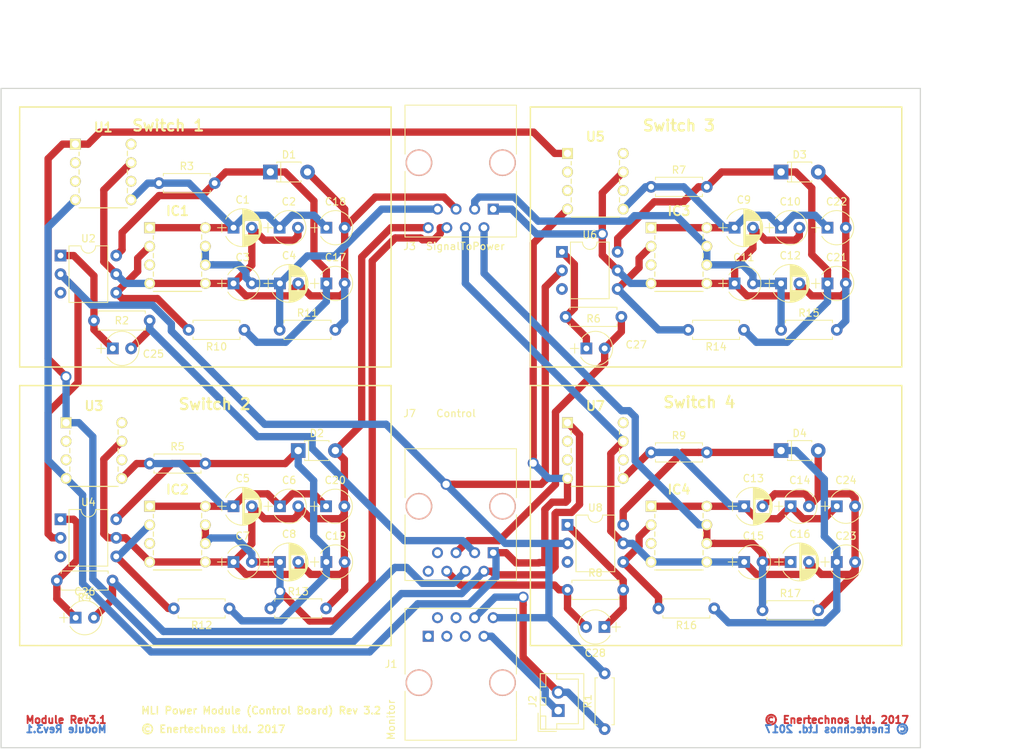
<source format=kicad_pcb>
(kicad_pcb (version 4) (host pcbnew 4.0.7)

  (general
    (links 148)
    (no_connects 0)
    (area 49.454999 34.214999 175.335001 124.535001)
    (thickness 1.6)
    (drawings 34)
    (tracks 510)
    (zones 0)
    (modules 69)
    (nets 49)
  )

  (page A4)
  (title_block
    (title "Power Module (Control Board)")
    (date 2017-12-11)
    (rev 3.2)
    (company "Enertechnos Ltd.")
    (comment 1 "FOR REVIEW")
  )

  (layers
    (0 F.Cu signal)
    (31 B.Cu signal)
    (33 F.Adhes user hide)
    (35 F.Paste user hide)
    (37 F.SilkS user)
    (39 F.Mask user)
    (40 Dwgs.User user)
    (41 Cmts.User user hide)
    (42 Eco1.User user hide)
    (43 Eco2.User user hide)
    (44 Edge.Cuts user)
    (45 Margin user hide)
    (47 F.CrtYd user)
    (49 F.Fab user hide)
  )

  (setup
    (last_trace_width 1)
    (trace_clearance 0.4)
    (zone_clearance 0.35)
    (zone_45_only no)
    (trace_min 1)
    (segment_width 0.2)
    (edge_width 0.15)
    (via_size 1.5)
    (via_drill 1)
    (via_min_size 1.5)
    (via_min_drill 0.3)
    (uvia_size 1)
    (uvia_drill 0.5)
    (uvias_allowed no)
    (uvia_min_size 1)
    (uvia_min_drill 0.1)
    (pcb_text_width 0.3)
    (pcb_text_size 1.5 1.5)
    (mod_edge_width 0.15)
    (mod_text_size 1 1)
    (mod_text_width 0.15)
    (pad_size 1.524 1.524)
    (pad_drill 0.762)
    (pad_to_mask_clearance 0.2)
    (aux_axis_origin 0 0)
    (visible_elements 7FFFEFFF)
    (pcbplotparams
      (layerselection 0x00030_80000001)
      (usegerberextensions false)
      (excludeedgelayer true)
      (linewidth 0.100000)
      (plotframeref false)
      (viasonmask false)
      (mode 1)
      (useauxorigin false)
      (hpglpennumber 1)
      (hpglpenspeed 20)
      (hpglpendiameter 15)
      (hpglpenoverlay 2)
      (psnegative false)
      (psa4output false)
      (plotreference true)
      (plotvalue true)
      (plotinvisibletext false)
      (padsonsilk false)
      (subtractmaskfromsilk false)
      (outputformat 1)
      (mirror false)
      (drillshape 1)
      (scaleselection 1)
      (outputdirectory ""))
  )

  (net 0 "")
  (net 1 "Net-(C1-Pad1)")
  (net 2 "Net-(C10-Pad1)")
  (net 3 "Net-(C13-Pad1)")
  (net 4 "Net-(IC1-Pad2)")
  (net 5 "Net-(IC2-Pad2)")
  (net 6 "Net-(IC3-Pad2)")
  (net 7 "Net-(IC4-Pad2)")
  (net 8 DC_IN)
  (net 9 DC_GND)
  (net 10 ARD_TEMP)
  (net 11 ARD_GND)
  (net 12 "Net-(C20-Pad1)")
  (net 13 "Net-(C17-Pad1)")
  (net 14 "Net-(C19-Pad1)")
  (net 15 "Net-(C21-Pad1)")
  (net 16 "Net-(C23-Pad1)")
  (net 17 ARD_PWM_A)
  (net 18 ARD_PWM_B)
  (net 19 ARD_PWM_C)
  (net 20 ARD_PWM_D)
  (net 21 ARD_5V)
  (net 22 "Net-(C25-Pad1)")
  (net 23 "Net-(C26-Pad1)")
  (net 24 "Net-(C27-Pad1)")
  (net 25 "Net-(C28-Pad1)")
  (net 26 "Net-(IC1-Pad3)")
  (net 27 "Net-(IC2-Pad3)")
  (net 28 "Net-(IC3-Pad3)")
  (net 29 "Net-(IC4-Pad3)")
  (net 30 "Net-(J1-Pad1)")
  (net 31 "Net-(J1-Pad2)")
  (net 32 "Net-(J1-Pad3)")
  (net 33 "Net-(J1-Pad4)")
  (net 34 "Net-(J1-Pad5)")
  (net 35 "Net-(J7-Pad7)")
  (net 36 "Net-(J7-Pad8)")
  (net 37 "Net-(U2-Pad3)")
  (net 38 "Net-(U4-Pad3)")
  (net 39 "Net-(U6-Pad3)")
  (net 40 "Net-(U8-Pad3)")
  (net 41 GND_ISO_1)
  (net 42 DRV_GATE_A)
  (net 43 GND_ISO_2)
  (net 44 DRV_GATE_B)
  (net 45 GND_ISO_3)
  (net 46 DRV_GATE_C)
  (net 47 GND_ISO_4)
  (net 48 DRV_GATE_D)

  (net_class Default "This is the default net class."
    (clearance 0.4)
    (trace_width 1)
    (via_dia 1.5)
    (via_drill 1)
    (uvia_dia 1)
    (uvia_drill 0.5)
    (add_net ARD_5V)
    (add_net ARD_GND)
    (add_net ARD_PWM_A)
    (add_net ARD_PWM_B)
    (add_net ARD_PWM_C)
    (add_net ARD_PWM_D)
    (add_net ARD_TEMP)
    (add_net DC_GND)
    (add_net DC_IN)
    (add_net DRV_GATE_A)
    (add_net DRV_GATE_B)
    (add_net DRV_GATE_C)
    (add_net DRV_GATE_D)
    (add_net GND_ISO_1)
    (add_net GND_ISO_2)
    (add_net GND_ISO_3)
    (add_net GND_ISO_4)
    (add_net "Net-(C1-Pad1)")
    (add_net "Net-(C10-Pad1)")
    (add_net "Net-(C13-Pad1)")
    (add_net "Net-(C17-Pad1)")
    (add_net "Net-(C19-Pad1)")
    (add_net "Net-(C20-Pad1)")
    (add_net "Net-(C21-Pad1)")
    (add_net "Net-(C23-Pad1)")
    (add_net "Net-(C25-Pad1)")
    (add_net "Net-(C26-Pad1)")
    (add_net "Net-(C27-Pad1)")
    (add_net "Net-(C28-Pad1)")
    (add_net "Net-(IC1-Pad2)")
    (add_net "Net-(IC1-Pad3)")
    (add_net "Net-(IC2-Pad2)")
    (add_net "Net-(IC2-Pad3)")
    (add_net "Net-(IC3-Pad2)")
    (add_net "Net-(IC3-Pad3)")
    (add_net "Net-(IC4-Pad2)")
    (add_net "Net-(IC4-Pad3)")
    (add_net "Net-(J1-Pad1)")
    (add_net "Net-(J1-Pad2)")
    (add_net "Net-(J1-Pad3)")
    (add_net "Net-(J1-Pad4)")
    (add_net "Net-(J1-Pad5)")
    (add_net "Net-(J7-Pad7)")
    (add_net "Net-(J7-Pad8)")
    (add_net "Net-(U2-Pad3)")
    (add_net "Net-(U4-Pad3)")
    (add_net "Net-(U6-Pad3)")
    (add_net "Net-(U8-Pad3)")
  )

  (module Resistors_THT:R_Axial_DIN0207_L6.3mm_D2.5mm_P7.62mm_Horizontal (layer F.Cu) (tedit 5874F706) (tstamp 59EF6824)
    (at 153.67 105.664)
    (descr "Resistor, Axial_DIN0207 series, Axial, Horizontal, pin pitch=7.62mm, 0.25W = 1/4W, length*diameter=6.3*2.5mm^2, http://cdn-reichelt.de/documents/datenblatt/B400/1_4W%23YAG.pdf")
    (tags "Resistor Axial_DIN0207 series Axial Horizontal pin pitch 7.62mm 0.25W = 1/4W length 6.3mm diameter 2.5mm")
    (path /59A712A3/59EF1A58)
    (fp_text reference R17 (at 3.81 -2.31) (layer F.SilkS)
      (effects (font (size 1 1) (thickness 0.15)))
    )
    (fp_text value R (at 3.81 2.31) (layer F.Fab)
      (effects (font (size 1 1) (thickness 0.15)))
    )
    (fp_line (start 0.66 -1.25) (end 0.66 1.25) (layer F.Fab) (width 0.1))
    (fp_line (start 0.66 1.25) (end 6.96 1.25) (layer F.Fab) (width 0.1))
    (fp_line (start 6.96 1.25) (end 6.96 -1.25) (layer F.Fab) (width 0.1))
    (fp_line (start 6.96 -1.25) (end 0.66 -1.25) (layer F.Fab) (width 0.1))
    (fp_line (start 0 0) (end 0.66 0) (layer F.Fab) (width 0.1))
    (fp_line (start 7.62 0) (end 6.96 0) (layer F.Fab) (width 0.1))
    (fp_line (start 0.6 -0.98) (end 0.6 -1.31) (layer F.SilkS) (width 0.12))
    (fp_line (start 0.6 -1.31) (end 7.02 -1.31) (layer F.SilkS) (width 0.12))
    (fp_line (start 7.02 -1.31) (end 7.02 -0.98) (layer F.SilkS) (width 0.12))
    (fp_line (start 0.6 0.98) (end 0.6 1.31) (layer F.SilkS) (width 0.12))
    (fp_line (start 0.6 1.31) (end 7.02 1.31) (layer F.SilkS) (width 0.12))
    (fp_line (start 7.02 1.31) (end 7.02 0.98) (layer F.SilkS) (width 0.12))
    (fp_line (start -1.05 -1.6) (end -1.05 1.6) (layer F.CrtYd) (width 0.05))
    (fp_line (start -1.05 1.6) (end 8.7 1.6) (layer F.CrtYd) (width 0.05))
    (fp_line (start 8.7 1.6) (end 8.7 -1.6) (layer F.CrtYd) (width 0.05))
    (fp_line (start 8.7 -1.6) (end -1.05 -1.6) (layer F.CrtYd) (width 0.05))
    (pad 1 thru_hole circle (at 0 0) (size 1.6 1.6) (drill 0.8) (layers *.Cu *.Mask)
      (net 48 DRV_GATE_D))
    (pad 2 thru_hole oval (at 7.62 0) (size 1.6 1.6) (drill 0.8) (layers *.Cu *.Mask)
      (net 47 GND_ISO_4))
    (model ${KISYS3DMOD}/Resistors_THT.3dshapes/R_Axial_DIN0207_L6.3mm_D2.5mm_P7.62mm_Horizontal.wrl
      (at (xyz 0 0 0))
      (scale (xyz 0.3937 0.3937 0.3937))
      (rotate (xyz 0 0 0))
    )
  )

  (module Capacitors_THT:CP_Radial_Tantal_D4.5mm_P2.50mm (layer F.Cu) (tedit 597C781B) (tstamp 59EF6724)
    (at 163.83 91.44)
    (descr "CP, Radial_Tantal series, Radial, pin pitch=2.50mm, , diameter=4.5mm, Tantal Electrolytic Capacitor, http://cdn-reichelt.de/documents/datenblatt/B300/TANTAL-TB-Serie%23.pdf")
    (tags "CP Radial_Tantal series Radial pin pitch 2.50mm  diameter 4.5mm Tantal Electrolytic Capacitor")
    (path /59A712A3/59EF1DD4)
    (fp_text reference C24 (at 1.25 -3.56) (layer F.SilkS)
      (effects (font (size 1 1) (thickness 0.15)))
    )
    (fp_text value 100nF (at 1.25 3.56) (layer F.Fab)
      (effects (font (size 1 1) (thickness 0.15)))
    )
    (fp_arc (start 1.25 0) (end -0.770693 -1.18) (angle 119.4) (layer F.SilkS) (width 0.12))
    (fp_arc (start 1.25 0) (end -0.770693 1.18) (angle -119.4) (layer F.SilkS) (width 0.12))
    (fp_arc (start 1.25 0) (end 3.270693 -1.18) (angle 60.6) (layer F.SilkS) (width 0.12))
    (fp_circle (center 1.25 0) (end 3.5 0) (layer F.Fab) (width 0.1))
    (fp_line (start -2.2 0) (end -1 0) (layer F.Fab) (width 0.1))
    (fp_line (start -1.6 -0.65) (end -1.6 0.65) (layer F.Fab) (width 0.1))
    (fp_line (start -2.2 0) (end -1 0) (layer F.SilkS) (width 0.12))
    (fp_line (start -1.6 -0.65) (end -1.6 0.65) (layer F.SilkS) (width 0.12))
    (fp_line (start -1.35 -2.6) (end -1.35 2.6) (layer F.CrtYd) (width 0.05))
    (fp_line (start -1.35 2.6) (end 3.85 2.6) (layer F.CrtYd) (width 0.05))
    (fp_line (start 3.85 2.6) (end 3.85 -2.6) (layer F.CrtYd) (width 0.05))
    (fp_line (start 3.85 -2.6) (end -1.35 -2.6) (layer F.CrtYd) (width 0.05))
    (fp_text user %R (at 1.25 0) (layer F.Fab)
      (effects (font (size 1 1) (thickness 0.15)))
    )
    (pad 1 thru_hole rect (at 0 0) (size 1.6 1.6) (drill 0.8) (layers *.Cu *.Mask)
      (net 3 "Net-(C13-Pad1)"))
    (pad 2 thru_hole circle (at 2.5 0) (size 1.6 1.6) (drill 0.8) (layers *.Cu *.Mask)
      (net 47 GND_ISO_4))
    (model ${KISYS3DMOD}/Capacitors_THT.3dshapes/CP_Radial_Tantal_D4.5mm_P2.50mm.wrl
      (at (xyz 0 0 0))
      (scale (xyz 1 1 1))
      (rotate (xyz 0 0 0))
    )
  )

  (module Mounting_Holes:MountingHole_4.3mm_M4 (layer F.Cu) (tedit 59A7ED1B) (tstamp 59A7F102)
    (at 170.18 107.95)
    (descr "Mounting Hole 4.3mm, no annular, M4")
    (tags "mounting hole 4.3mm no annular m4")
    (fp_text reference "" (at 0 -5.3) (layer F.SilkS)
      (effects (font (size 1 1) (thickness 0.15)))
    )
    (fp_text value MountingHole_4.3mm_M4 (at 0 5.3) (layer F.Fab)
      (effects (font (size 1 1) (thickness 0.15)))
    )
    (fp_circle (center 0 0) (end 4.3 0) (layer Cmts.User) (width 0.15))
    (fp_circle (center 0 0) (end 4.55 0) (layer F.CrtYd) (width 0.05))
    (pad 1 np_thru_hole circle (at 0 0) (size 4.3 4.3) (drill 4.3) (layers *.Cu *.Mask))
  )

  (module Capacitors_THT:CP_Radial_Tantal_D4.5mm_P2.50mm (layer F.Cu) (tedit 597C781B) (tstamp 59A6EB07)
    (at 157.52 91.44)
    (descr "CP, Radial_Tantal series, Radial, pin pitch=2.50mm, , diameter=4.5mm, Tantal Electrolytic Capacitor, http://cdn-reichelt.de/documents/datenblatt/B300/TANTAL-TB-Serie%23.pdf")
    (tags "CP Radial_Tantal series Radial pin pitch 2.50mm  diameter 4.5mm Tantal Electrolytic Capacitor")
    (path /59A712A3/59A6D3E0)
    (fp_text reference C14 (at 1.25 -3.56) (layer F.SilkS)
      (effects (font (size 1 1) (thickness 0.15)))
    )
    (fp_text value 100nF (at 1.25 3.56) (layer F.Fab)
      (effects (font (size 1 1) (thickness 0.15)))
    )
    (fp_arc (start 1.25 0) (end -0.770693 -1.18) (angle 119.4) (layer F.SilkS) (width 0.12))
    (fp_arc (start 1.25 0) (end -0.770693 1.18) (angle -119.4) (layer F.SilkS) (width 0.12))
    (fp_arc (start 1.25 0) (end 3.270693 -1.18) (angle 60.6) (layer F.SilkS) (width 0.12))
    (fp_circle (center 1.25 0) (end 3.5 0) (layer F.Fab) (width 0.1))
    (fp_line (start -2.2 0) (end -1 0) (layer F.Fab) (width 0.1))
    (fp_line (start -1.6 -0.65) (end -1.6 0.65) (layer F.Fab) (width 0.1))
    (fp_line (start -2.2 0) (end -1 0) (layer F.SilkS) (width 0.12))
    (fp_line (start -1.6 -0.65) (end -1.6 0.65) (layer F.SilkS) (width 0.12))
    (fp_line (start -1.35 -2.6) (end -1.35 2.6) (layer F.CrtYd) (width 0.05))
    (fp_line (start -1.35 2.6) (end 3.85 2.6) (layer F.CrtYd) (width 0.05))
    (fp_line (start 3.85 2.6) (end 3.85 -2.6) (layer F.CrtYd) (width 0.05))
    (fp_line (start 3.85 -2.6) (end -1.35 -2.6) (layer F.CrtYd) (width 0.05))
    (fp_text user %R (at 1.25 0) (layer F.Fab)
      (effects (font (size 1 1) (thickness 0.15)))
    )
    (pad 1 thru_hole rect (at 0 0) (size 1.6 1.6) (drill 0.8) (layers *.Cu *.Mask)
      (net 3 "Net-(C13-Pad1)"))
    (pad 2 thru_hole circle (at 2.5 0) (size 1.6 1.6) (drill 0.8) (layers *.Cu *.Mask)
      (net 47 GND_ISO_4))
    (model ${KISYS3DMOD}/Capacitors_THT.3dshapes/CP_Radial_Tantal_D4.5mm_P2.50mm.wrl
      (at (xyz 0 0 0))
      (scale (xyz 1 1 1))
      (rotate (xyz 0 0 0))
    )
  )

  (module Capacitors_THT:CP_Radial_D5.0mm_P2.50mm (layer F.Cu) (tedit 597BC7C2) (tstamp 59A6EB9F)
    (at 157.52 99.06)
    (descr "CP, Radial series, Radial, pin pitch=2.50mm, , diameter=5mm, Electrolytic Capacitor")
    (tags "CP Radial series Radial pin pitch 2.50mm  diameter 5mm Electrolytic Capacitor")
    (path /59A712A3/59498146)
    (fp_text reference C16 (at 1.25 -3.81) (layer F.SilkS)
      (effects (font (size 1 1) (thickness 0.15)))
    )
    (fp_text value 4.7uF (at 1.25 3.81) (layer F.Fab)
      (effects (font (size 1 1) (thickness 0.15)))
    )
    (fp_arc (start 1.25 0) (end -1.05558 -1.18) (angle 125.8) (layer F.SilkS) (width 0.12))
    (fp_arc (start 1.25 0) (end -1.05558 1.18) (angle -125.8) (layer F.SilkS) (width 0.12))
    (fp_arc (start 1.25 0) (end 3.55558 -1.18) (angle 54.2) (layer F.SilkS) (width 0.12))
    (fp_circle (center 1.25 0) (end 3.75 0) (layer F.Fab) (width 0.1))
    (fp_line (start -2.2 0) (end -1 0) (layer F.Fab) (width 0.1))
    (fp_line (start -1.6 -0.65) (end -1.6 0.65) (layer F.Fab) (width 0.1))
    (fp_line (start 1.25 -2.55) (end 1.25 2.55) (layer F.SilkS) (width 0.12))
    (fp_line (start 1.29 -2.55) (end 1.29 2.55) (layer F.SilkS) (width 0.12))
    (fp_line (start 1.33 -2.549) (end 1.33 2.549) (layer F.SilkS) (width 0.12))
    (fp_line (start 1.37 -2.548) (end 1.37 2.548) (layer F.SilkS) (width 0.12))
    (fp_line (start 1.41 -2.546) (end 1.41 2.546) (layer F.SilkS) (width 0.12))
    (fp_line (start 1.45 -2.543) (end 1.45 2.543) (layer F.SilkS) (width 0.12))
    (fp_line (start 1.49 -2.539) (end 1.49 2.539) (layer F.SilkS) (width 0.12))
    (fp_line (start 1.53 -2.535) (end 1.53 -0.98) (layer F.SilkS) (width 0.12))
    (fp_line (start 1.53 0.98) (end 1.53 2.535) (layer F.SilkS) (width 0.12))
    (fp_line (start 1.57 -2.531) (end 1.57 -0.98) (layer F.SilkS) (width 0.12))
    (fp_line (start 1.57 0.98) (end 1.57 2.531) (layer F.SilkS) (width 0.12))
    (fp_line (start 1.61 -2.525) (end 1.61 -0.98) (layer F.SilkS) (width 0.12))
    (fp_line (start 1.61 0.98) (end 1.61 2.525) (layer F.SilkS) (width 0.12))
    (fp_line (start 1.65 -2.519) (end 1.65 -0.98) (layer F.SilkS) (width 0.12))
    (fp_line (start 1.65 0.98) (end 1.65 2.519) (layer F.SilkS) (width 0.12))
    (fp_line (start 1.69 -2.513) (end 1.69 -0.98) (layer F.SilkS) (width 0.12))
    (fp_line (start 1.69 0.98) (end 1.69 2.513) (layer F.SilkS) (width 0.12))
    (fp_line (start 1.73 -2.506) (end 1.73 -0.98) (layer F.SilkS) (width 0.12))
    (fp_line (start 1.73 0.98) (end 1.73 2.506) (layer F.SilkS) (width 0.12))
    (fp_line (start 1.77 -2.498) (end 1.77 -0.98) (layer F.SilkS) (width 0.12))
    (fp_line (start 1.77 0.98) (end 1.77 2.498) (layer F.SilkS) (width 0.12))
    (fp_line (start 1.81 -2.489) (end 1.81 -0.98) (layer F.SilkS) (width 0.12))
    (fp_line (start 1.81 0.98) (end 1.81 2.489) (layer F.SilkS) (width 0.12))
    (fp_line (start 1.85 -2.48) (end 1.85 -0.98) (layer F.SilkS) (width 0.12))
    (fp_line (start 1.85 0.98) (end 1.85 2.48) (layer F.SilkS) (width 0.12))
    (fp_line (start 1.89 -2.47) (end 1.89 -0.98) (layer F.SilkS) (width 0.12))
    (fp_line (start 1.89 0.98) (end 1.89 2.47) (layer F.SilkS) (width 0.12))
    (fp_line (start 1.93 -2.46) (end 1.93 -0.98) (layer F.SilkS) (width 0.12))
    (fp_line (start 1.93 0.98) (end 1.93 2.46) (layer F.SilkS) (width 0.12))
    (fp_line (start 1.971 -2.448) (end 1.971 -0.98) (layer F.SilkS) (width 0.12))
    (fp_line (start 1.971 0.98) (end 1.971 2.448) (layer F.SilkS) (width 0.12))
    (fp_line (start 2.011 -2.436) (end 2.011 -0.98) (layer F.SilkS) (width 0.12))
    (fp_line (start 2.011 0.98) (end 2.011 2.436) (layer F.SilkS) (width 0.12))
    (fp_line (start 2.051 -2.424) (end 2.051 -0.98) (layer F.SilkS) (width 0.12))
    (fp_line (start 2.051 0.98) (end 2.051 2.424) (layer F.SilkS) (width 0.12))
    (fp_line (start 2.091 -2.41) (end 2.091 -0.98) (layer F.SilkS) (width 0.12))
    (fp_line (start 2.091 0.98) (end 2.091 2.41) (layer F.SilkS) (width 0.12))
    (fp_line (start 2.131 -2.396) (end 2.131 -0.98) (layer F.SilkS) (width 0.12))
    (fp_line (start 2.131 0.98) (end 2.131 2.396) (layer F.SilkS) (width 0.12))
    (fp_line (start 2.171 -2.382) (end 2.171 -0.98) (layer F.SilkS) (width 0.12))
    (fp_line (start 2.171 0.98) (end 2.171 2.382) (layer F.SilkS) (width 0.12))
    (fp_line (start 2.211 -2.366) (end 2.211 -0.98) (layer F.SilkS) (width 0.12))
    (fp_line (start 2.211 0.98) (end 2.211 2.366) (layer F.SilkS) (width 0.12))
    (fp_line (start 2.251 -2.35) (end 2.251 -0.98) (layer F.SilkS) (width 0.12))
    (fp_line (start 2.251 0.98) (end 2.251 2.35) (layer F.SilkS) (width 0.12))
    (fp_line (start 2.291 -2.333) (end 2.291 -0.98) (layer F.SilkS) (width 0.12))
    (fp_line (start 2.291 0.98) (end 2.291 2.333) (layer F.SilkS) (width 0.12))
    (fp_line (start 2.331 -2.315) (end 2.331 -0.98) (layer F.SilkS) (width 0.12))
    (fp_line (start 2.331 0.98) (end 2.331 2.315) (layer F.SilkS) (width 0.12))
    (fp_line (start 2.371 -2.296) (end 2.371 -0.98) (layer F.SilkS) (width 0.12))
    (fp_line (start 2.371 0.98) (end 2.371 2.296) (layer F.SilkS) (width 0.12))
    (fp_line (start 2.411 -2.276) (end 2.411 -0.98) (layer F.SilkS) (width 0.12))
    (fp_line (start 2.411 0.98) (end 2.411 2.276) (layer F.SilkS) (width 0.12))
    (fp_line (start 2.451 -2.256) (end 2.451 -0.98) (layer F.SilkS) (width 0.12))
    (fp_line (start 2.451 0.98) (end 2.451 2.256) (layer F.SilkS) (width 0.12))
    (fp_line (start 2.491 -2.234) (end 2.491 -0.98) (layer F.SilkS) (width 0.12))
    (fp_line (start 2.491 0.98) (end 2.491 2.234) (layer F.SilkS) (width 0.12))
    (fp_line (start 2.531 -2.212) (end 2.531 -0.98) (layer F.SilkS) (width 0.12))
    (fp_line (start 2.531 0.98) (end 2.531 2.212) (layer F.SilkS) (width 0.12))
    (fp_line (start 2.571 -2.189) (end 2.571 -0.98) (layer F.SilkS) (width 0.12))
    (fp_line (start 2.571 0.98) (end 2.571 2.189) (layer F.SilkS) (width 0.12))
    (fp_line (start 2.611 -2.165) (end 2.611 -0.98) (layer F.SilkS) (width 0.12))
    (fp_line (start 2.611 0.98) (end 2.611 2.165) (layer F.SilkS) (width 0.12))
    (fp_line (start 2.651 -2.14) (end 2.651 -0.98) (layer F.SilkS) (width 0.12))
    (fp_line (start 2.651 0.98) (end 2.651 2.14) (layer F.SilkS) (width 0.12))
    (fp_line (start 2.691 -2.113) (end 2.691 -0.98) (layer F.SilkS) (width 0.12))
    (fp_line (start 2.691 0.98) (end 2.691 2.113) (layer F.SilkS) (width 0.12))
    (fp_line (start 2.731 -2.086) (end 2.731 -0.98) (layer F.SilkS) (width 0.12))
    (fp_line (start 2.731 0.98) (end 2.731 2.086) (layer F.SilkS) (width 0.12))
    (fp_line (start 2.771 -2.058) (end 2.771 -0.98) (layer F.SilkS) (width 0.12))
    (fp_line (start 2.771 0.98) (end 2.771 2.058) (layer F.SilkS) (width 0.12))
    (fp_line (start 2.811 -2.028) (end 2.811 -0.98) (layer F.SilkS) (width 0.12))
    (fp_line (start 2.811 0.98) (end 2.811 2.028) (layer F.SilkS) (width 0.12))
    (fp_line (start 2.851 -1.997) (end 2.851 -0.98) (layer F.SilkS) (width 0.12))
    (fp_line (start 2.851 0.98) (end 2.851 1.997) (layer F.SilkS) (width 0.12))
    (fp_line (start 2.891 -1.965) (end 2.891 -0.98) (layer F.SilkS) (width 0.12))
    (fp_line (start 2.891 0.98) (end 2.891 1.965) (layer F.SilkS) (width 0.12))
    (fp_line (start 2.931 -1.932) (end 2.931 -0.98) (layer F.SilkS) (width 0.12))
    (fp_line (start 2.931 0.98) (end 2.931 1.932) (layer F.SilkS) (width 0.12))
    (fp_line (start 2.971 -1.897) (end 2.971 -0.98) (layer F.SilkS) (width 0.12))
    (fp_line (start 2.971 0.98) (end 2.971 1.897) (layer F.SilkS) (width 0.12))
    (fp_line (start 3.011 -1.861) (end 3.011 -0.98) (layer F.SilkS) (width 0.12))
    (fp_line (start 3.011 0.98) (end 3.011 1.861) (layer F.SilkS) (width 0.12))
    (fp_line (start 3.051 -1.823) (end 3.051 -0.98) (layer F.SilkS) (width 0.12))
    (fp_line (start 3.051 0.98) (end 3.051 1.823) (layer F.SilkS) (width 0.12))
    (fp_line (start 3.091 -1.783) (end 3.091 -0.98) (layer F.SilkS) (width 0.12))
    (fp_line (start 3.091 0.98) (end 3.091 1.783) (layer F.SilkS) (width 0.12))
    (fp_line (start 3.131 -1.742) (end 3.131 -0.98) (layer F.SilkS) (width 0.12))
    (fp_line (start 3.131 0.98) (end 3.131 1.742) (layer F.SilkS) (width 0.12))
    (fp_line (start 3.171 -1.699) (end 3.171 -0.98) (layer F.SilkS) (width 0.12))
    (fp_line (start 3.171 0.98) (end 3.171 1.699) (layer F.SilkS) (width 0.12))
    (fp_line (start 3.211 -1.654) (end 3.211 -0.98) (layer F.SilkS) (width 0.12))
    (fp_line (start 3.211 0.98) (end 3.211 1.654) (layer F.SilkS) (width 0.12))
    (fp_line (start 3.251 -1.606) (end 3.251 -0.98) (layer F.SilkS) (width 0.12))
    (fp_line (start 3.251 0.98) (end 3.251 1.606) (layer F.SilkS) (width 0.12))
    (fp_line (start 3.291 -1.556) (end 3.291 -0.98) (layer F.SilkS) (width 0.12))
    (fp_line (start 3.291 0.98) (end 3.291 1.556) (layer F.SilkS) (width 0.12))
    (fp_line (start 3.331 -1.504) (end 3.331 -0.98) (layer F.SilkS) (width 0.12))
    (fp_line (start 3.331 0.98) (end 3.331 1.504) (layer F.SilkS) (width 0.12))
    (fp_line (start 3.371 -1.448) (end 3.371 -0.98) (layer F.SilkS) (width 0.12))
    (fp_line (start 3.371 0.98) (end 3.371 1.448) (layer F.SilkS) (width 0.12))
    (fp_line (start 3.411 -1.39) (end 3.411 -0.98) (layer F.SilkS) (width 0.12))
    (fp_line (start 3.411 0.98) (end 3.411 1.39) (layer F.SilkS) (width 0.12))
    (fp_line (start 3.451 -1.327) (end 3.451 -0.98) (layer F.SilkS) (width 0.12))
    (fp_line (start 3.451 0.98) (end 3.451 1.327) (layer F.SilkS) (width 0.12))
    (fp_line (start 3.491 -1.261) (end 3.491 1.261) (layer F.SilkS) (width 0.12))
    (fp_line (start 3.531 -1.189) (end 3.531 1.189) (layer F.SilkS) (width 0.12))
    (fp_line (start 3.571 -1.112) (end 3.571 1.112) (layer F.SilkS) (width 0.12))
    (fp_line (start 3.611 -1.028) (end 3.611 1.028) (layer F.SilkS) (width 0.12))
    (fp_line (start 3.651 -0.934) (end 3.651 0.934) (layer F.SilkS) (width 0.12))
    (fp_line (start 3.691 -0.829) (end 3.691 0.829) (layer F.SilkS) (width 0.12))
    (fp_line (start 3.731 -0.707) (end 3.731 0.707) (layer F.SilkS) (width 0.12))
    (fp_line (start 3.771 -0.559) (end 3.771 0.559) (layer F.SilkS) (width 0.12))
    (fp_line (start 3.811 -0.354) (end 3.811 0.354) (layer F.SilkS) (width 0.12))
    (fp_line (start -2.2 0) (end -1 0) (layer F.SilkS) (width 0.12))
    (fp_line (start -1.6 -0.65) (end -1.6 0.65) (layer F.SilkS) (width 0.12))
    (fp_line (start -1.6 -2.85) (end -1.6 2.85) (layer F.CrtYd) (width 0.05))
    (fp_line (start -1.6 2.85) (end 4.1 2.85) (layer F.CrtYd) (width 0.05))
    (fp_line (start 4.1 2.85) (end 4.1 -2.85) (layer F.CrtYd) (width 0.05))
    (fp_line (start 4.1 -2.85) (end -1.6 -2.85) (layer F.CrtYd) (width 0.05))
    (fp_text user %R (at 1.25 0) (layer F.Fab)
      (effects (font (size 1 1) (thickness 0.15)))
    )
    (pad 1 thru_hole rect (at 0 0) (size 1.6 1.6) (drill 0.8) (layers *.Cu *.Mask)
      (net 48 DRV_GATE_D))
    (pad 2 thru_hole circle (at 2.5 0) (size 1.6 1.6) (drill 0.8) (layers *.Cu *.Mask)
      (net 47 GND_ISO_4))
    (model ${KISYS3DMOD}/Capacitors_THT.3dshapes/CP_Radial_D5.0mm_P2.50mm.wrl
      (at (xyz 0 0 0))
      (scale (xyz 1 1 1))
      (rotate (xyz 0 0 0))
    )
  )

  (module Capacitors_THT:CP_Radial_Tantal_D4.5mm_P2.50mm (layer F.Cu) (tedit 597C781B) (tstamp 59EF6711)
    (at 163.83 99.06)
    (descr "CP, Radial_Tantal series, Radial, pin pitch=2.50mm, , diameter=4.5mm, Tantal Electrolytic Capacitor, http://cdn-reichelt.de/documents/datenblatt/B300/TANTAL-TB-Serie%23.pdf")
    (tags "CP Radial_Tantal series Radial pin pitch 2.50mm  diameter 4.5mm Tantal Electrolytic Capacitor")
    (path /59A712A3/59EF0ED7)
    (fp_text reference C23 (at 1.25 -3.56) (layer F.SilkS)
      (effects (font (size 1 1) (thickness 0.15)))
    )
    (fp_text value 100nF (at 1.25 3.56) (layer F.Fab)
      (effects (font (size 1 1) (thickness 0.15)))
    )
    (fp_arc (start 1.25 0) (end -0.770693 -1.18) (angle 119.4) (layer F.SilkS) (width 0.12))
    (fp_arc (start 1.25 0) (end -0.770693 1.18) (angle -119.4) (layer F.SilkS) (width 0.12))
    (fp_arc (start 1.25 0) (end 3.270693 -1.18) (angle 60.6) (layer F.SilkS) (width 0.12))
    (fp_circle (center 1.25 0) (end 3.5 0) (layer F.Fab) (width 0.1))
    (fp_line (start -2.2 0) (end -1 0) (layer F.Fab) (width 0.1))
    (fp_line (start -1.6 -0.65) (end -1.6 0.65) (layer F.Fab) (width 0.1))
    (fp_line (start -2.2 0) (end -1 0) (layer F.SilkS) (width 0.12))
    (fp_line (start -1.6 -0.65) (end -1.6 0.65) (layer F.SilkS) (width 0.12))
    (fp_line (start -1.35 -2.6) (end -1.35 2.6) (layer F.CrtYd) (width 0.05))
    (fp_line (start -1.35 2.6) (end 3.85 2.6) (layer F.CrtYd) (width 0.05))
    (fp_line (start 3.85 2.6) (end 3.85 -2.6) (layer F.CrtYd) (width 0.05))
    (fp_line (start 3.85 -2.6) (end -1.35 -2.6) (layer F.CrtYd) (width 0.05))
    (fp_text user %R (at 1.25 0) (layer F.Fab)
      (effects (font (size 1 1) (thickness 0.15)))
    )
    (pad 1 thru_hole rect (at 0 0) (size 1.6 1.6) (drill 0.8) (layers *.Cu *.Mask)
      (net 16 "Net-(C23-Pad1)"))
    (pad 2 thru_hole circle (at 2.5 0) (size 1.6 1.6) (drill 0.8) (layers *.Cu *.Mask)
      (net 47 GND_ISO_4))
    (model ${KISYS3DMOD}/Capacitors_THT.3dshapes/CP_Radial_Tantal_D4.5mm_P2.50mm.wrl
      (at (xyz 0 0 0))
      (scale (xyz 1 1 1))
      (rotate (xyz 0 0 0))
    )
  )

  (module Diodes_THT:D_T-1_P5.08mm_Horizontal (layer F.Cu) (tedit 5921392F) (tstamp 59F0CB68)
    (at 156.21 83.82)
    (descr "D, T-1 series, Axial, Horizontal, pin pitch=5.08mm, , length*diameter=3.2*2.6mm^2, , http://www.diodes.com/_files/packages/T-1.pdf")
    (tags "D T-1 series Axial Horizontal pin pitch 5.08mm  length 3.2mm diameter 2.6mm")
    (path /59A712A3/59EF0E59)
    (fp_text reference D4 (at 2.54 -2.36) (layer F.SilkS)
      (effects (font (size 1 1) (thickness 0.15)))
    )
    (fp_text value D_Zener (at 2.54 2.36) (layer F.Fab)
      (effects (font (size 1 1) (thickness 0.15)))
    )
    (fp_text user %R (at 2.54 0) (layer F.Fab)
      (effects (font (size 1 1) (thickness 0.15)))
    )
    (fp_line (start 0.94 -1.3) (end 0.94 1.3) (layer F.Fab) (width 0.1))
    (fp_line (start 0.94 1.3) (end 4.14 1.3) (layer F.Fab) (width 0.1))
    (fp_line (start 4.14 1.3) (end 4.14 -1.3) (layer F.Fab) (width 0.1))
    (fp_line (start 4.14 -1.3) (end 0.94 -1.3) (layer F.Fab) (width 0.1))
    (fp_line (start 0 0) (end 0.94 0) (layer F.Fab) (width 0.1))
    (fp_line (start 5.08 0) (end 4.14 0) (layer F.Fab) (width 0.1))
    (fp_line (start 1.42 -1.3) (end 1.42 1.3) (layer F.Fab) (width 0.1))
    (fp_line (start 0.88 -1.18) (end 0.88 -1.36) (layer F.SilkS) (width 0.12))
    (fp_line (start 0.88 -1.36) (end 4.2 -1.36) (layer F.SilkS) (width 0.12))
    (fp_line (start 4.2 -1.36) (end 4.2 -1.18) (layer F.SilkS) (width 0.12))
    (fp_line (start 0.88 1.18) (end 0.88 1.36) (layer F.SilkS) (width 0.12))
    (fp_line (start 0.88 1.36) (end 4.2 1.36) (layer F.SilkS) (width 0.12))
    (fp_line (start 4.2 1.36) (end 4.2 1.18) (layer F.SilkS) (width 0.12))
    (fp_line (start 1.42 -1.36) (end 1.42 1.36) (layer F.SilkS) (width 0.12))
    (fp_line (start -1.25 -1.65) (end -1.25 1.65) (layer F.CrtYd) (width 0.05))
    (fp_line (start -1.25 1.65) (end 6.35 1.65) (layer F.CrtYd) (width 0.05))
    (fp_line (start 6.35 1.65) (end 6.35 -1.65) (layer F.CrtYd) (width 0.05))
    (fp_line (start 6.35 -1.65) (end -1.25 -1.65) (layer F.CrtYd) (width 0.05))
    (pad 1 thru_hole rect (at 0 0) (size 2 2) (drill 1) (layers *.Cu *.Mask)
      (net 16 "Net-(C23-Pad1)"))
    (pad 2 thru_hole oval (at 5.08 0) (size 2 2) (drill 1) (layers *.Cu *.Mask)
      (net 47 GND_ISO_4))
    (model ${KISYS3DMOD}/Diodes_THT.3dshapes/D_T-1_P5.08mm_Horizontal.wrl
      (at (xyz 0 0 0))
      (scale (xyz 0.393701 0.393701 0.393701))
      (rotate (xyz 0 0 0))
    )
  )

  (module Housings_DIP:DIP-6_W7.62mm (layer F.Cu) (tedit 59C78D6B) (tstamp 59EF688C)
    (at 127 93.98)
    (descr "6-lead though-hole mounted DIP package, row spacing 7.62 mm (300 mils)")
    (tags "THT DIP DIL PDIP 2.54mm 7.62mm 300mil")
    (path /59A712A3/59A6DAA6)
    (fp_text reference U8 (at 3.81 -2.33) (layer F.SilkS)
      (effects (font (size 1 1) (thickness 0.15)))
    )
    (fp_text value H11N1M (at 3.81 7.41) (layer F.Fab)
      (effects (font (size 1 1) (thickness 0.15)))
    )
    (fp_arc (start 3.81 -1.33) (end 2.81 -1.33) (angle -180) (layer F.SilkS) (width 0.12))
    (fp_line (start 1.635 -1.27) (end 6.985 -1.27) (layer F.Fab) (width 0.1))
    (fp_line (start 6.985 -1.27) (end 6.985 6.35) (layer F.Fab) (width 0.1))
    (fp_line (start 6.985 6.35) (end 0.635 6.35) (layer F.Fab) (width 0.1))
    (fp_line (start 0.635 6.35) (end 0.635 -0.27) (layer F.Fab) (width 0.1))
    (fp_line (start 0.635 -0.27) (end 1.635 -1.27) (layer F.Fab) (width 0.1))
    (fp_line (start 2.81 -1.33) (end 1.16 -1.33) (layer F.SilkS) (width 0.12))
    (fp_line (start 1.16 -1.33) (end 1.16 6.41) (layer F.SilkS) (width 0.12))
    (fp_line (start 1.16 6.41) (end 6.46 6.41) (layer F.SilkS) (width 0.12))
    (fp_line (start 6.46 6.41) (end 6.46 -1.33) (layer F.SilkS) (width 0.12))
    (fp_line (start 6.46 -1.33) (end 4.81 -1.33) (layer F.SilkS) (width 0.12))
    (fp_line (start -1.1 -1.55) (end -1.1 6.6) (layer F.CrtYd) (width 0.05))
    (fp_line (start -1.1 6.6) (end 8.7 6.6) (layer F.CrtYd) (width 0.05))
    (fp_line (start 8.7 6.6) (end 8.7 -1.55) (layer F.CrtYd) (width 0.05))
    (fp_line (start 8.7 -1.55) (end -1.1 -1.55) (layer F.CrtYd) (width 0.05))
    (fp_text user %R (at 3.81 2.54) (layer F.Fab)
      (effects (font (size 1 1) (thickness 0.15)))
    )
    (pad 1 thru_hole rect (at 0 0) (size 1.6 1.6) (drill 0.8) (layers *.Cu *.Mask)
      (net 25 "Net-(C28-Pad1)"))
    (pad 4 thru_hole oval (at 7.62 5.08) (size 1.6 1.6) (drill 0.8) (layers *.Cu *.Mask)
      (net 7 "Net-(IC4-Pad2)"))
    (pad 2 thru_hole oval (at 0 2.54) (size 1.6 1.6) (drill 0.8) (layers *.Cu *.Mask)
      (net 11 ARD_GND))
    (pad 5 thru_hole oval (at 7.62 2.54) (size 1.6 1.6) (drill 0.8) (layers *.Cu *.Mask)
      (net 47 GND_ISO_4))
    (pad 3 thru_hole oval (at 0 5.08) (size 1.6 1.6) (drill 0.8) (layers *.Cu *.Mask)
      (net 40 "Net-(U8-Pad3)"))
    (pad 6 thru_hole oval (at 7.62 0) (size 1.6 1.6) (drill 0.8) (layers *.Cu *.Mask)
      (net 16 "Net-(C23-Pad1)"))
    (model ${KISYS3DMOD}/Housings_DIP.3dshapes/DIP-6_W7.62mm.wrl
      (at (xyz 0 0 0))
      (scale (xyz 1 1 1))
      (rotate (xyz 0 0 0))
    )
  )

  (module Resistors_THT:R_Axial_DIN0207_L6.3mm_D2.5mm_P7.62mm_Horizontal (layer F.Cu) (tedit 5874F706) (tstamp 59A6EE04)
    (at 127 102.87)
    (descr "Resistor, Axial_DIN0207 series, Axial, Horizontal, pin pitch=7.62mm, 0.25W = 1/4W, length*diameter=6.3*2.5mm^2, http://cdn-reichelt.de/documents/datenblatt/B400/1_4W%23YAG.pdf")
    (tags "Resistor Axial_DIN0207 series Axial Horizontal pin pitch 7.62mm 0.25W = 1/4W length 6.3mm diameter 2.5mm")
    (path /59A712A3/59A6DA9F)
    (fp_text reference R8 (at 3.81 -2.31) (layer F.SilkS)
      (effects (font (size 1 1) (thickness 0.15)))
    )
    (fp_text value 180 (at 3.81 2.31) (layer F.Fab)
      (effects (font (size 1 1) (thickness 0.15)))
    )
    (fp_line (start 0.66 -1.25) (end 0.66 1.25) (layer F.Fab) (width 0.1))
    (fp_line (start 0.66 1.25) (end 6.96 1.25) (layer F.Fab) (width 0.1))
    (fp_line (start 6.96 1.25) (end 6.96 -1.25) (layer F.Fab) (width 0.1))
    (fp_line (start 6.96 -1.25) (end 0.66 -1.25) (layer F.Fab) (width 0.1))
    (fp_line (start 0 0) (end 0.66 0) (layer F.Fab) (width 0.1))
    (fp_line (start 7.62 0) (end 6.96 0) (layer F.Fab) (width 0.1))
    (fp_line (start 0.6 -0.98) (end 0.6 -1.31) (layer F.SilkS) (width 0.12))
    (fp_line (start 0.6 -1.31) (end 7.02 -1.31) (layer F.SilkS) (width 0.12))
    (fp_line (start 7.02 -1.31) (end 7.02 -0.98) (layer F.SilkS) (width 0.12))
    (fp_line (start 0.6 0.98) (end 0.6 1.31) (layer F.SilkS) (width 0.12))
    (fp_line (start 0.6 1.31) (end 7.02 1.31) (layer F.SilkS) (width 0.12))
    (fp_line (start 7.02 1.31) (end 7.02 0.98) (layer F.SilkS) (width 0.12))
    (fp_line (start -1.05 -1.6) (end -1.05 1.6) (layer F.CrtYd) (width 0.05))
    (fp_line (start -1.05 1.6) (end 8.7 1.6) (layer F.CrtYd) (width 0.05))
    (fp_line (start 8.7 1.6) (end 8.7 -1.6) (layer F.CrtYd) (width 0.05))
    (fp_line (start 8.7 -1.6) (end -1.05 -1.6) (layer F.CrtYd) (width 0.05))
    (pad 1 thru_hole circle (at 0 0) (size 1.6 1.6) (drill 0.8) (layers *.Cu *.Mask)
      (net 20 ARD_PWM_D))
    (pad 2 thru_hole oval (at 7.62 0) (size 1.6 1.6) (drill 0.8) (layers *.Cu *.Mask)
      (net 25 "Net-(C28-Pad1)"))
    (model ${KISYS3DMOD}/Resistors_THT.3dshapes/R_Axial_DIN0207_L6.3mm_D2.5mm_P7.62mm_Horizontal.wrl
      (at (xyz 0 0 0))
      (scale (xyz 0.3937 0.3937 0.3937))
      (rotate (xyz 0 0 0))
    )
  )

  (module PartsLibraries:TC4422AVPA (layer F.Cu) (tedit 592E9A52) (tstamp 59A6EF40)
    (at 127 80.01)
    (descr DIP254P762X432-8)
    (tags "Integrated Circuit")
    (path /59A712A3/59A6D3EA)
    (fp_text reference U7 (at 3.81 -2.286) (layer F.SilkS)
      (effects (font (size 1.27 1.27) (thickness 0.254)))
    )
    (fp_text value NME1212DC (at 3.556 9.906) (layer F.SilkS) hide
      (effects (font (size 1.27 1.27) (thickness 0.254)))
    )
    (fp_line (start 0.508 8.7122) (end 0.508 -1.0922) (layer Dwgs.User) (width 0.1524))
    (fp_line (start 0.508 -1.1938) (end 7.112 -1.1938) (layer Dwgs.User) (width 0.1524))
    (fp_line (start -0.4826 3.048) (end 0.508 3.048) (layer Dwgs.User) (width 0.1524))
    (fp_line (start -0.4826 2.032) (end -0.4826 3.048) (layer Dwgs.User) (width 0.1524))
    (fp_line (start 0.508 2.032) (end -0.4826 2.032) (layer Dwgs.User) (width 0.1524))
    (fp_line (start 0.508 3.048) (end 0.508 2.032) (layer Dwgs.User) (width 0.1524))
    (fp_line (start 7.112 1.5748) (end 7.112 0.9652) (layer F.SilkS) (width 0.1524))
    (fp_line (start 7.112 4.1148) (end 7.112 3.5052) (layer F.SilkS) (width 0.1524))
    (fp_line (start 0.508 6.0452) (end 0.508 6.6548) (layer F.SilkS) (width 0.1524))
    (fp_line (start 0.508 3.5052) (end 0.508 4.1148) (layer F.SilkS) (width 0.1524))
    (fp_line (start 0.508 8.7122) (end 7.112 8.7122) (layer F.SilkS) (width 0.1524))
    (fp_line (start 7.112 6.6548) (end 7.112 6.0452) (layer F.SilkS) (width 0.1524))
    (fp_line (start 0.508 1.0922) (end 0.508 1.5748) (layer F.SilkS) (width 0.1524))
    (fp_line (start 0.508 0.508) (end 0.508 -0.508) (layer Dwgs.User) (width 0.1524))
    (fp_line (start 0.508 -0.508) (end -0.4826 -0.508) (layer Dwgs.User) (width 0.1524))
    (fp_line (start -0.4826 -0.508) (end -0.4826 0.508) (layer Dwgs.User) (width 0.1524))
    (fp_line (start -0.4826 0.508) (end 0.508 0.508) (layer Dwgs.User) (width 0.1524))
    (fp_line (start 0.508 5.588) (end 0.508 4.572) (layer Dwgs.User) (width 0.1524))
    (fp_line (start 0.508 4.572) (end -0.4826 4.572) (layer Dwgs.User) (width 0.1524))
    (fp_line (start -0.4826 4.572) (end -0.4826 5.588) (layer Dwgs.User) (width 0.1524))
    (fp_line (start -0.4826 5.588) (end 0.508 5.588) (layer Dwgs.User) (width 0.1524))
    (fp_line (start 0.508 8.128) (end 0.508 7.112) (layer Dwgs.User) (width 0.1524))
    (fp_line (start 0.508 7.112) (end -0.4826 7.1374) (layer Dwgs.User) (width 0.1524))
    (fp_line (start -0.4826 7.1374) (end -0.4826 8.128) (layer Dwgs.User) (width 0.1524))
    (fp_line (start -0.4826 8.128) (end 0.508 8.128) (layer Dwgs.User) (width 0.1524))
    (fp_line (start 7.112 7.112) (end 7.112 8.128) (layer Dwgs.User) (width 0.1524))
    (fp_line (start 7.112 8.128) (end 8.1026 8.1026) (layer Dwgs.User) (width 0.1524))
    (fp_line (start 8.1026 8.1026) (end 8.1026 7.112) (layer Dwgs.User) (width 0.1524))
    (fp_line (start 8.1026 7.112) (end 7.112 7.112) (layer Dwgs.User) (width 0.1524))
    (fp_line (start 7.112 4.572) (end 7.112 5.588) (layer Dwgs.User) (width 0.1524))
    (fp_line (start 7.112 5.588) (end 8.1026 5.5626) (layer Dwgs.User) (width 0.1524))
    (fp_line (start 8.1026 5.5626) (end 8.1026 4.572) (layer Dwgs.User) (width 0.1524))
    (fp_line (start 8.1026 4.572) (end 7.112 4.572) (layer Dwgs.User) (width 0.1524))
    (fp_line (start 7.112 2.032) (end 7.112 3.048) (layer Dwgs.User) (width 0.1524))
    (fp_line (start 7.112 3.048) (end 8.1026 3.048) (layer Dwgs.User) (width 0.1524))
    (fp_line (start 8.1026 3.048) (end 8.1026 2.032) (layer Dwgs.User) (width 0.1524))
    (fp_line (start 8.1026 2.032) (end 7.112 2.032) (layer Dwgs.User) (width 0.1524))
    (fp_line (start 7.112 -0.508) (end 7.112 0.508) (layer Dwgs.User) (width 0.1524))
    (fp_line (start 7.112 0.508) (end 8.1026 0.508) (layer Dwgs.User) (width 0.1524))
    (fp_line (start 8.1026 0.508) (end 8.1026 -0.508) (layer Dwgs.User) (width 0.1524))
    (fp_line (start 8.1026 -0.508) (end 7.112 -0.508) (layer Dwgs.User) (width 0.1524))
    (fp_line (start 0.508 8.7122) (end 7.112 8.7122) (layer Dwgs.User) (width 0.1524))
    (fp_line (start 7.112 8.7122) (end 7.112 -1.0922) (layer Dwgs.User) (width 0.1524))
    (pad 1 thru_hole rect (at 0 0 90) (size 1.4859 1.4859) (drill 0.9906) (layers *.Cu *.Mask F.SilkS)
      (net 9 DC_GND))
    (pad 2 thru_hole circle (at 0 2.54 90) (size 1.4859 1.4859) (drill 0.9906) (layers *.Cu *.Mask F.SilkS))
    (pad 3 thru_hole circle (at 0 5.08 90) (size 1.4859 1.4859) (drill 0.9906) (layers *.Cu *.Mask F.SilkS))
    (pad 4 thru_hole circle (at 0 7.62 90) (size 1.4859 1.4859) (drill 0.9906) (layers *.Cu *.Mask F.SilkS)
      (net 8 DC_IN))
    (pad 5 thru_hole circle (at 7.62 7.62 90) (size 1.4859 1.4859) (drill 0.9906) (layers *.Cu *.Mask F.SilkS)
      (net 3 "Net-(C13-Pad1)"))
    (pad 6 thru_hole circle (at 7.62 5.08 90) (size 1.4859 1.4859) (drill 0.9906) (layers *.Cu *.Mask F.SilkS))
    (pad 7 thru_hole circle (at 7.62 2.54 90) (size 1.4859 1.4859) (drill 0.9906) (layers *.Cu *.Mask F.SilkS)
      (net 47 GND_ISO_4))
    (pad 8 thru_hole circle (at 7.62 0 90) (size 1.4859 1.4859) (drill 0.9906) (layers *.Cu *.Mask F.SilkS))
    (model Housings_DIP.3dshapes/DIP-8_W7.62mm.wrl
      (at (xyz 0 0 0))
      (scale (xyz 1 1 1))
      (rotate (xyz 0 0 0))
    )
  )

  (module Capacitors_THT:CP_Radial_Tantal_D4.5mm_P2.50mm (layer F.Cu) (tedit 597C781B) (tstamp 5A16CB86)
    (at 132.04 107.95 180)
    (descr "CP, Radial_Tantal series, Radial, pin pitch=2.50mm, , diameter=4.5mm, Tantal Electrolytic Capacitor, http://cdn-reichelt.de/documents/datenblatt/B300/TANTAL-TB-Serie%23.pdf")
    (tags "CP Radial_Tantal series Radial pin pitch 2.50mm  diameter 4.5mm Tantal Electrolytic Capacitor")
    (path /59A712A3/5A16CD08)
    (fp_text reference C28 (at 1.25 -3.56 180) (layer F.SilkS)
      (effects (font (size 1 1) (thickness 0.15)))
    )
    (fp_text value 100nF (at 1.25 3.56 180) (layer F.Fab)
      (effects (font (size 1 1) (thickness 0.15)))
    )
    (fp_arc (start 1.25 0) (end -0.770693 -1.18) (angle 119.4) (layer F.SilkS) (width 0.12))
    (fp_arc (start 1.25 0) (end -0.770693 1.18) (angle -119.4) (layer F.SilkS) (width 0.12))
    (fp_arc (start 1.25 0) (end 3.270693 -1.18) (angle 60.6) (layer F.SilkS) (width 0.12))
    (fp_circle (center 1.25 0) (end 3.5 0) (layer F.Fab) (width 0.1))
    (fp_line (start -2.2 0) (end -1 0) (layer F.Fab) (width 0.1))
    (fp_line (start -1.6 -0.65) (end -1.6 0.65) (layer F.Fab) (width 0.1))
    (fp_line (start -2.2 0) (end -1 0) (layer F.SilkS) (width 0.12))
    (fp_line (start -1.6 -0.65) (end -1.6 0.65) (layer F.SilkS) (width 0.12))
    (fp_line (start -1.35 -2.6) (end -1.35 2.6) (layer F.CrtYd) (width 0.05))
    (fp_line (start -1.35 2.6) (end 3.85 2.6) (layer F.CrtYd) (width 0.05))
    (fp_line (start 3.85 2.6) (end 3.85 -2.6) (layer F.CrtYd) (width 0.05))
    (fp_line (start 3.85 -2.6) (end -1.35 -2.6) (layer F.CrtYd) (width 0.05))
    (fp_text user %R (at 1.25 0 180) (layer F.Fab)
      (effects (font (size 1 1) (thickness 0.15)))
    )
    (pad 1 thru_hole rect (at 0 0 180) (size 1.6 1.6) (drill 0.8) (layers *.Cu *.Mask)
      (net 25 "Net-(C28-Pad1)"))
    (pad 2 thru_hole circle (at 2.5 0 180) (size 1.6 1.6) (drill 0.8) (layers *.Cu *.Mask)
      (net 20 ARD_PWM_D))
    (model ${KISYS3DMOD}/Capacitors_THT.3dshapes/CP_Radial_Tantal_D4.5mm_P2.50mm.wrl
      (at (xyz 0 0 0))
      (scale (xyz 1 1 1))
      (rotate (xyz 0 0 0))
    )
  )

  (module Resistors_THT:R_Axial_DIN0207_L6.3mm_D2.5mm_P7.62mm_Horizontal (layer F.Cu) (tedit 5874F706) (tstamp 59F053CC)
    (at 138.43 84.074)
    (descr "Resistor, Axial_DIN0207 series, Axial, Horizontal, pin pitch=7.62mm, 0.25W = 1/4W, length*diameter=6.3*2.5mm^2, http://cdn-reichelt.de/documents/datenblatt/B400/1_4W%23YAG.pdf")
    (tags "Resistor Axial_DIN0207 series Axial Horizontal pin pitch 7.62mm 0.25W = 1/4W length 6.3mm diameter 2.5mm")
    (path /59A712A3/59A6DAAD)
    (fp_text reference R9 (at 3.81 -2.31) (layer F.SilkS)
      (effects (font (size 1 1) (thickness 0.15)))
    )
    (fp_text value 3K (at 3.81 2.31) (layer F.Fab)
      (effects (font (size 1 1) (thickness 0.15)))
    )
    (fp_line (start 0.66 -1.25) (end 0.66 1.25) (layer F.Fab) (width 0.1))
    (fp_line (start 0.66 1.25) (end 6.96 1.25) (layer F.Fab) (width 0.1))
    (fp_line (start 6.96 1.25) (end 6.96 -1.25) (layer F.Fab) (width 0.1))
    (fp_line (start 6.96 -1.25) (end 0.66 -1.25) (layer F.Fab) (width 0.1))
    (fp_line (start 0 0) (end 0.66 0) (layer F.Fab) (width 0.1))
    (fp_line (start 7.62 0) (end 6.96 0) (layer F.Fab) (width 0.1))
    (fp_line (start 0.6 -0.98) (end 0.6 -1.31) (layer F.SilkS) (width 0.12))
    (fp_line (start 0.6 -1.31) (end 7.02 -1.31) (layer F.SilkS) (width 0.12))
    (fp_line (start 7.02 -1.31) (end 7.02 -0.98) (layer F.SilkS) (width 0.12))
    (fp_line (start 0.6 0.98) (end 0.6 1.31) (layer F.SilkS) (width 0.12))
    (fp_line (start 0.6 1.31) (end 7.02 1.31) (layer F.SilkS) (width 0.12))
    (fp_line (start 7.02 1.31) (end 7.02 0.98) (layer F.SilkS) (width 0.12))
    (fp_line (start -1.05 -1.6) (end -1.05 1.6) (layer F.CrtYd) (width 0.05))
    (fp_line (start -1.05 1.6) (end 8.7 1.6) (layer F.CrtYd) (width 0.05))
    (fp_line (start 8.7 1.6) (end 8.7 -1.6) (layer F.CrtYd) (width 0.05))
    (fp_line (start 8.7 -1.6) (end -1.05 -1.6) (layer F.CrtYd) (width 0.05))
    (pad 1 thru_hole circle (at 0 0) (size 1.6 1.6) (drill 0.8) (layers *.Cu *.Mask)
      (net 3 "Net-(C13-Pad1)"))
    (pad 2 thru_hole oval (at 7.62 0) (size 1.6 1.6) (drill 0.8) (layers *.Cu *.Mask)
      (net 16 "Net-(C23-Pad1)"))
    (model ${KISYS3DMOD}/Resistors_THT.3dshapes/R_Axial_DIN0207_L6.3mm_D2.5mm_P7.62mm_Horizontal.wrl
      (at (xyz 0 0 0))
      (scale (xyz 0.3937 0.3937 0.3937))
      (rotate (xyz 0 0 0))
    )
  )

  (module PartsLibraries:TC4422AVPA (layer F.Cu) (tedit 592E9A52) (tstamp 59A6EC7B)
    (at 138.43 91.44)
    (descr DIP254P762X432-8)
    (tags "Integrated Circuit")
    (path /59A712A3/59498139)
    (fp_text reference IC4 (at 3.81 -2.286) (layer F.SilkS)
      (effects (font (size 1.27 1.27) (thickness 0.254)))
    )
    (fp_text value TC4422AVPA (at 3.556 9.906) (layer F.SilkS) hide
      (effects (font (size 1.27 1.27) (thickness 0.254)))
    )
    (fp_line (start 0.508 8.7122) (end 0.508 -1.0922) (layer Dwgs.User) (width 0.1524))
    (fp_line (start 0.508 -1.1938) (end 7.112 -1.1938) (layer Dwgs.User) (width 0.1524))
    (fp_line (start -0.4826 3.048) (end 0.508 3.048) (layer Dwgs.User) (width 0.1524))
    (fp_line (start -0.4826 2.032) (end -0.4826 3.048) (layer Dwgs.User) (width 0.1524))
    (fp_line (start 0.508 2.032) (end -0.4826 2.032) (layer Dwgs.User) (width 0.1524))
    (fp_line (start 0.508 3.048) (end 0.508 2.032) (layer Dwgs.User) (width 0.1524))
    (fp_line (start 7.112 1.5748) (end 7.112 0.9652) (layer F.SilkS) (width 0.1524))
    (fp_line (start 7.112 4.1148) (end 7.112 3.5052) (layer F.SilkS) (width 0.1524))
    (fp_line (start 0.508 6.0452) (end 0.508 6.6548) (layer F.SilkS) (width 0.1524))
    (fp_line (start 0.508 3.5052) (end 0.508 4.1148) (layer F.SilkS) (width 0.1524))
    (fp_line (start 0.508 8.7122) (end 7.112 8.7122) (layer F.SilkS) (width 0.1524))
    (fp_line (start 7.112 6.6548) (end 7.112 6.0452) (layer F.SilkS) (width 0.1524))
    (fp_line (start 0.508 1.0922) (end 0.508 1.5748) (layer F.SilkS) (width 0.1524))
    (fp_line (start 0.508 0.508) (end 0.508 -0.508) (layer Dwgs.User) (width 0.1524))
    (fp_line (start 0.508 -0.508) (end -0.4826 -0.508) (layer Dwgs.User) (width 0.1524))
    (fp_line (start -0.4826 -0.508) (end -0.4826 0.508) (layer Dwgs.User) (width 0.1524))
    (fp_line (start -0.4826 0.508) (end 0.508 0.508) (layer Dwgs.User) (width 0.1524))
    (fp_line (start 0.508 5.588) (end 0.508 4.572) (layer Dwgs.User) (width 0.1524))
    (fp_line (start 0.508 4.572) (end -0.4826 4.572) (layer Dwgs.User) (width 0.1524))
    (fp_line (start -0.4826 4.572) (end -0.4826 5.588) (layer Dwgs.User) (width 0.1524))
    (fp_line (start -0.4826 5.588) (end 0.508 5.588) (layer Dwgs.User) (width 0.1524))
    (fp_line (start 0.508 8.128) (end 0.508 7.112) (layer Dwgs.User) (width 0.1524))
    (fp_line (start 0.508 7.112) (end -0.4826 7.1374) (layer Dwgs.User) (width 0.1524))
    (fp_line (start -0.4826 7.1374) (end -0.4826 8.128) (layer Dwgs.User) (width 0.1524))
    (fp_line (start -0.4826 8.128) (end 0.508 8.128) (layer Dwgs.User) (width 0.1524))
    (fp_line (start 7.112 7.112) (end 7.112 8.128) (layer Dwgs.User) (width 0.1524))
    (fp_line (start 7.112 8.128) (end 8.1026 8.1026) (layer Dwgs.User) (width 0.1524))
    (fp_line (start 8.1026 8.1026) (end 8.1026 7.112) (layer Dwgs.User) (width 0.1524))
    (fp_line (start 8.1026 7.112) (end 7.112 7.112) (layer Dwgs.User) (width 0.1524))
    (fp_line (start 7.112 4.572) (end 7.112 5.588) (layer Dwgs.User) (width 0.1524))
    (fp_line (start 7.112 5.588) (end 8.1026 5.5626) (layer Dwgs.User) (width 0.1524))
    (fp_line (start 8.1026 5.5626) (end 8.1026 4.572) (layer Dwgs.User) (width 0.1524))
    (fp_line (start 8.1026 4.572) (end 7.112 4.572) (layer Dwgs.User) (width 0.1524))
    (fp_line (start 7.112 2.032) (end 7.112 3.048) (layer Dwgs.User) (width 0.1524))
    (fp_line (start 7.112 3.048) (end 8.1026 3.048) (layer Dwgs.User) (width 0.1524))
    (fp_line (start 8.1026 3.048) (end 8.1026 2.032) (layer Dwgs.User) (width 0.1524))
    (fp_line (start 8.1026 2.032) (end 7.112 2.032) (layer Dwgs.User) (width 0.1524))
    (fp_line (start 7.112 -0.508) (end 7.112 0.508) (layer Dwgs.User) (width 0.1524))
    (fp_line (start 7.112 0.508) (end 8.1026 0.508) (layer Dwgs.User) (width 0.1524))
    (fp_line (start 8.1026 0.508) (end 8.1026 -0.508) (layer Dwgs.User) (width 0.1524))
    (fp_line (start 8.1026 -0.508) (end 7.112 -0.508) (layer Dwgs.User) (width 0.1524))
    (fp_line (start 0.508 8.7122) (end 7.112 8.7122) (layer Dwgs.User) (width 0.1524))
    (fp_line (start 7.112 8.7122) (end 7.112 -1.0922) (layer Dwgs.User) (width 0.1524))
    (pad 1 thru_hole rect (at 0 0 90) (size 1.4859 1.4859) (drill 0.9906) (layers *.Cu *.Mask F.SilkS)
      (net 3 "Net-(C13-Pad1)"))
    (pad 2 thru_hole circle (at 0 2.54 90) (size 1.4859 1.4859) (drill 0.9906) (layers *.Cu *.Mask F.SilkS)
      (net 7 "Net-(IC4-Pad2)"))
    (pad 3 thru_hole circle (at 0 5.08 90) (size 1.4859 1.4859) (drill 0.9906) (layers *.Cu *.Mask F.SilkS)
      (net 29 "Net-(IC4-Pad3)"))
    (pad 4 thru_hole circle (at 0 7.62 90) (size 1.4859 1.4859) (drill 0.9906) (layers *.Cu *.Mask F.SilkS)
      (net 47 GND_ISO_4))
    (pad 5 thru_hole circle (at 7.62 7.62 90) (size 1.4859 1.4859) (drill 0.9906) (layers *.Cu *.Mask F.SilkS)
      (net 47 GND_ISO_4))
    (pad 6 thru_hole circle (at 7.62 5.08 90) (size 1.4859 1.4859) (drill 0.9906) (layers *.Cu *.Mask F.SilkS)
      (net 48 DRV_GATE_D))
    (pad 7 thru_hole circle (at 7.62 2.54 90) (size 1.4859 1.4859) (drill 0.9906) (layers *.Cu *.Mask F.SilkS)
      (net 48 DRV_GATE_D))
    (pad 8 thru_hole circle (at 7.62 0 90) (size 1.4859 1.4859) (drill 0.9906) (layers *.Cu *.Mask F.SilkS)
      (net 3 "Net-(C13-Pad1)"))
    (model Housings_DIP.3dshapes/DIP-8_W7.62mm.wrl
      (at (xyz 0 0 0))
      (scale (xyz 1 1 1))
      (rotate (xyz 0 0 0))
    )
  )

  (module Capacitors_THT:CP_Radial_D5.0mm_P2.50mm (layer F.Cu) (tedit 597BC7C2) (tstamp 59A6EAF4)
    (at 151.17 91.44)
    (descr "CP, Radial series, Radial, pin pitch=2.50mm, , diameter=5mm, Electrolytic Capacitor")
    (tags "CP Radial series Radial pin pitch 2.50mm  diameter 5mm Electrolytic Capacitor")
    (path /59A712A3/59A6D3D9)
    (fp_text reference C13 (at 1.25 -3.81) (layer F.SilkS)
      (effects (font (size 1 1) (thickness 0.15)))
    )
    (fp_text value 4.7uF (at 1.25 3.81) (layer F.Fab)
      (effects (font (size 1 1) (thickness 0.15)))
    )
    (fp_arc (start 1.25 0) (end -1.05558 -1.18) (angle 125.8) (layer F.SilkS) (width 0.12))
    (fp_arc (start 1.25 0) (end -1.05558 1.18) (angle -125.8) (layer F.SilkS) (width 0.12))
    (fp_arc (start 1.25 0) (end 3.55558 -1.18) (angle 54.2) (layer F.SilkS) (width 0.12))
    (fp_circle (center 1.25 0) (end 3.75 0) (layer F.Fab) (width 0.1))
    (fp_line (start -2.2 0) (end -1 0) (layer F.Fab) (width 0.1))
    (fp_line (start -1.6 -0.65) (end -1.6 0.65) (layer F.Fab) (width 0.1))
    (fp_line (start 1.25 -2.55) (end 1.25 2.55) (layer F.SilkS) (width 0.12))
    (fp_line (start 1.29 -2.55) (end 1.29 2.55) (layer F.SilkS) (width 0.12))
    (fp_line (start 1.33 -2.549) (end 1.33 2.549) (layer F.SilkS) (width 0.12))
    (fp_line (start 1.37 -2.548) (end 1.37 2.548) (layer F.SilkS) (width 0.12))
    (fp_line (start 1.41 -2.546) (end 1.41 2.546) (layer F.SilkS) (width 0.12))
    (fp_line (start 1.45 -2.543) (end 1.45 2.543) (layer F.SilkS) (width 0.12))
    (fp_line (start 1.49 -2.539) (end 1.49 2.539) (layer F.SilkS) (width 0.12))
    (fp_line (start 1.53 -2.535) (end 1.53 -0.98) (layer F.SilkS) (width 0.12))
    (fp_line (start 1.53 0.98) (end 1.53 2.535) (layer F.SilkS) (width 0.12))
    (fp_line (start 1.57 -2.531) (end 1.57 -0.98) (layer F.SilkS) (width 0.12))
    (fp_line (start 1.57 0.98) (end 1.57 2.531) (layer F.SilkS) (width 0.12))
    (fp_line (start 1.61 -2.525) (end 1.61 -0.98) (layer F.SilkS) (width 0.12))
    (fp_line (start 1.61 0.98) (end 1.61 2.525) (layer F.SilkS) (width 0.12))
    (fp_line (start 1.65 -2.519) (end 1.65 -0.98) (layer F.SilkS) (width 0.12))
    (fp_line (start 1.65 0.98) (end 1.65 2.519) (layer F.SilkS) (width 0.12))
    (fp_line (start 1.69 -2.513) (end 1.69 -0.98) (layer F.SilkS) (width 0.12))
    (fp_line (start 1.69 0.98) (end 1.69 2.513) (layer F.SilkS) (width 0.12))
    (fp_line (start 1.73 -2.506) (end 1.73 -0.98) (layer F.SilkS) (width 0.12))
    (fp_line (start 1.73 0.98) (end 1.73 2.506) (layer F.SilkS) (width 0.12))
    (fp_line (start 1.77 -2.498) (end 1.77 -0.98) (layer F.SilkS) (width 0.12))
    (fp_line (start 1.77 0.98) (end 1.77 2.498) (layer F.SilkS) (width 0.12))
    (fp_line (start 1.81 -2.489) (end 1.81 -0.98) (layer F.SilkS) (width 0.12))
    (fp_line (start 1.81 0.98) (end 1.81 2.489) (layer F.SilkS) (width 0.12))
    (fp_line (start 1.85 -2.48) (end 1.85 -0.98) (layer F.SilkS) (width 0.12))
    (fp_line (start 1.85 0.98) (end 1.85 2.48) (layer F.SilkS) (width 0.12))
    (fp_line (start 1.89 -2.47) (end 1.89 -0.98) (layer F.SilkS) (width 0.12))
    (fp_line (start 1.89 0.98) (end 1.89 2.47) (layer F.SilkS) (width 0.12))
    (fp_line (start 1.93 -2.46) (end 1.93 -0.98) (layer F.SilkS) (width 0.12))
    (fp_line (start 1.93 0.98) (end 1.93 2.46) (layer F.SilkS) (width 0.12))
    (fp_line (start 1.971 -2.448) (end 1.971 -0.98) (layer F.SilkS) (width 0.12))
    (fp_line (start 1.971 0.98) (end 1.971 2.448) (layer F.SilkS) (width 0.12))
    (fp_line (start 2.011 -2.436) (end 2.011 -0.98) (layer F.SilkS) (width 0.12))
    (fp_line (start 2.011 0.98) (end 2.011 2.436) (layer F.SilkS) (width 0.12))
    (fp_line (start 2.051 -2.424) (end 2.051 -0.98) (layer F.SilkS) (width 0.12))
    (fp_line (start 2.051 0.98) (end 2.051 2.424) (layer F.SilkS) (width 0.12))
    (fp_line (start 2.091 -2.41) (end 2.091 -0.98) (layer F.SilkS) (width 0.12))
    (fp_line (start 2.091 0.98) (end 2.091 2.41) (layer F.SilkS) (width 0.12))
    (fp_line (start 2.131 -2.396) (end 2.131 -0.98) (layer F.SilkS) (width 0.12))
    (fp_line (start 2.131 0.98) (end 2.131 2.396) (layer F.SilkS) (width 0.12))
    (fp_line (start 2.171 -2.382) (end 2.171 -0.98) (layer F.SilkS) (width 0.12))
    (fp_line (start 2.171 0.98) (end 2.171 2.382) (layer F.SilkS) (width 0.12))
    (fp_line (start 2.211 -2.366) (end 2.211 -0.98) (layer F.SilkS) (width 0.12))
    (fp_line (start 2.211 0.98) (end 2.211 2.366) (layer F.SilkS) (width 0.12))
    (fp_line (start 2.251 -2.35) (end 2.251 -0.98) (layer F.SilkS) (width 0.12))
    (fp_line (start 2.251 0.98) (end 2.251 2.35) (layer F.SilkS) (width 0.12))
    (fp_line (start 2.291 -2.333) (end 2.291 -0.98) (layer F.SilkS) (width 0.12))
    (fp_line (start 2.291 0.98) (end 2.291 2.333) (layer F.SilkS) (width 0.12))
    (fp_line (start 2.331 -2.315) (end 2.331 -0.98) (layer F.SilkS) (width 0.12))
    (fp_line (start 2.331 0.98) (end 2.331 2.315) (layer F.SilkS) (width 0.12))
    (fp_line (start 2.371 -2.296) (end 2.371 -0.98) (layer F.SilkS) (width 0.12))
    (fp_line (start 2.371 0.98) (end 2.371 2.296) (layer F.SilkS) (width 0.12))
    (fp_line (start 2.411 -2.276) (end 2.411 -0.98) (layer F.SilkS) (width 0.12))
    (fp_line (start 2.411 0.98) (end 2.411 2.276) (layer F.SilkS) (width 0.12))
    (fp_line (start 2.451 -2.256) (end 2.451 -0.98) (layer F.SilkS) (width 0.12))
    (fp_line (start 2.451 0.98) (end 2.451 2.256) (layer F.SilkS) (width 0.12))
    (fp_line (start 2.491 -2.234) (end 2.491 -0.98) (layer F.SilkS) (width 0.12))
    (fp_line (start 2.491 0.98) (end 2.491 2.234) (layer F.SilkS) (width 0.12))
    (fp_line (start 2.531 -2.212) (end 2.531 -0.98) (layer F.SilkS) (width 0.12))
    (fp_line (start 2.531 0.98) (end 2.531 2.212) (layer F.SilkS) (width 0.12))
    (fp_line (start 2.571 -2.189) (end 2.571 -0.98) (layer F.SilkS) (width 0.12))
    (fp_line (start 2.571 0.98) (end 2.571 2.189) (layer F.SilkS) (width 0.12))
    (fp_line (start 2.611 -2.165) (end 2.611 -0.98) (layer F.SilkS) (width 0.12))
    (fp_line (start 2.611 0.98) (end 2.611 2.165) (layer F.SilkS) (width 0.12))
    (fp_line (start 2.651 -2.14) (end 2.651 -0.98) (layer F.SilkS) (width 0.12))
    (fp_line (start 2.651 0.98) (end 2.651 2.14) (layer F.SilkS) (width 0.12))
    (fp_line (start 2.691 -2.113) (end 2.691 -0.98) (layer F.SilkS) (width 0.12))
    (fp_line (start 2.691 0.98) (end 2.691 2.113) (layer F.SilkS) (width 0.12))
    (fp_line (start 2.731 -2.086) (end 2.731 -0.98) (layer F.SilkS) (width 0.12))
    (fp_line (start 2.731 0.98) (end 2.731 2.086) (layer F.SilkS) (width 0.12))
    (fp_line (start 2.771 -2.058) (end 2.771 -0.98) (layer F.SilkS) (width 0.12))
    (fp_line (start 2.771 0.98) (end 2.771 2.058) (layer F.SilkS) (width 0.12))
    (fp_line (start 2.811 -2.028) (end 2.811 -0.98) (layer F.SilkS) (width 0.12))
    (fp_line (start 2.811 0.98) (end 2.811 2.028) (layer F.SilkS) (width 0.12))
    (fp_line (start 2.851 -1.997) (end 2.851 -0.98) (layer F.SilkS) (width 0.12))
    (fp_line (start 2.851 0.98) (end 2.851 1.997) (layer F.SilkS) (width 0.12))
    (fp_line (start 2.891 -1.965) (end 2.891 -0.98) (layer F.SilkS) (width 0.12))
    (fp_line (start 2.891 0.98) (end 2.891 1.965) (layer F.SilkS) (width 0.12))
    (fp_line (start 2.931 -1.932) (end 2.931 -0.98) (layer F.SilkS) (width 0.12))
    (fp_line (start 2.931 0.98) (end 2.931 1.932) (layer F.SilkS) (width 0.12))
    (fp_line (start 2.971 -1.897) (end 2.971 -0.98) (layer F.SilkS) (width 0.12))
    (fp_line (start 2.971 0.98) (end 2.971 1.897) (layer F.SilkS) (width 0.12))
    (fp_line (start 3.011 -1.861) (end 3.011 -0.98) (layer F.SilkS) (width 0.12))
    (fp_line (start 3.011 0.98) (end 3.011 1.861) (layer F.SilkS) (width 0.12))
    (fp_line (start 3.051 -1.823) (end 3.051 -0.98) (layer F.SilkS) (width 0.12))
    (fp_line (start 3.051 0.98) (end 3.051 1.823) (layer F.SilkS) (width 0.12))
    (fp_line (start 3.091 -1.783) (end 3.091 -0.98) (layer F.SilkS) (width 0.12))
    (fp_line (start 3.091 0.98) (end 3.091 1.783) (layer F.SilkS) (width 0.12))
    (fp_line (start 3.131 -1.742) (end 3.131 -0.98) (layer F.SilkS) (width 0.12))
    (fp_line (start 3.131 0.98) (end 3.131 1.742) (layer F.SilkS) (width 0.12))
    (fp_line (start 3.171 -1.699) (end 3.171 -0.98) (layer F.SilkS) (width 0.12))
    (fp_line (start 3.171 0.98) (end 3.171 1.699) (layer F.SilkS) (width 0.12))
    (fp_line (start 3.211 -1.654) (end 3.211 -0.98) (layer F.SilkS) (width 0.12))
    (fp_line (start 3.211 0.98) (end 3.211 1.654) (layer F.SilkS) (width 0.12))
    (fp_line (start 3.251 -1.606) (end 3.251 -0.98) (layer F.SilkS) (width 0.12))
    (fp_line (start 3.251 0.98) (end 3.251 1.606) (layer F.SilkS) (width 0.12))
    (fp_line (start 3.291 -1.556) (end 3.291 -0.98) (layer F.SilkS) (width 0.12))
    (fp_line (start 3.291 0.98) (end 3.291 1.556) (layer F.SilkS) (width 0.12))
    (fp_line (start 3.331 -1.504) (end 3.331 -0.98) (layer F.SilkS) (width 0.12))
    (fp_line (start 3.331 0.98) (end 3.331 1.504) (layer F.SilkS) (width 0.12))
    (fp_line (start 3.371 -1.448) (end 3.371 -0.98) (layer F.SilkS) (width 0.12))
    (fp_line (start 3.371 0.98) (end 3.371 1.448) (layer F.SilkS) (width 0.12))
    (fp_line (start 3.411 -1.39) (end 3.411 -0.98) (layer F.SilkS) (width 0.12))
    (fp_line (start 3.411 0.98) (end 3.411 1.39) (layer F.SilkS) (width 0.12))
    (fp_line (start 3.451 -1.327) (end 3.451 -0.98) (layer F.SilkS) (width 0.12))
    (fp_line (start 3.451 0.98) (end 3.451 1.327) (layer F.SilkS) (width 0.12))
    (fp_line (start 3.491 -1.261) (end 3.491 1.261) (layer F.SilkS) (width 0.12))
    (fp_line (start 3.531 -1.189) (end 3.531 1.189) (layer F.SilkS) (width 0.12))
    (fp_line (start 3.571 -1.112) (end 3.571 1.112) (layer F.SilkS) (width 0.12))
    (fp_line (start 3.611 -1.028) (end 3.611 1.028) (layer F.SilkS) (width 0.12))
    (fp_line (start 3.651 -0.934) (end 3.651 0.934) (layer F.SilkS) (width 0.12))
    (fp_line (start 3.691 -0.829) (end 3.691 0.829) (layer F.SilkS) (width 0.12))
    (fp_line (start 3.731 -0.707) (end 3.731 0.707) (layer F.SilkS) (width 0.12))
    (fp_line (start 3.771 -0.559) (end 3.771 0.559) (layer F.SilkS) (width 0.12))
    (fp_line (start 3.811 -0.354) (end 3.811 0.354) (layer F.SilkS) (width 0.12))
    (fp_line (start -2.2 0) (end -1 0) (layer F.SilkS) (width 0.12))
    (fp_line (start -1.6 -0.65) (end -1.6 0.65) (layer F.SilkS) (width 0.12))
    (fp_line (start -1.6 -2.85) (end -1.6 2.85) (layer F.CrtYd) (width 0.05))
    (fp_line (start -1.6 2.85) (end 4.1 2.85) (layer F.CrtYd) (width 0.05))
    (fp_line (start 4.1 2.85) (end 4.1 -2.85) (layer F.CrtYd) (width 0.05))
    (fp_line (start 4.1 -2.85) (end -1.6 -2.85) (layer F.CrtYd) (width 0.05))
    (fp_text user %R (at 1.25 0) (layer F.Fab)
      (effects (font (size 1 1) (thickness 0.15)))
    )
    (pad 1 thru_hole rect (at 0 0) (size 1.6 1.6) (drill 0.8) (layers *.Cu *.Mask)
      (net 3 "Net-(C13-Pad1)"))
    (pad 2 thru_hole circle (at 2.5 0) (size 1.6 1.6) (drill 0.8) (layers *.Cu *.Mask)
      (net 47 GND_ISO_4))
    (model ${KISYS3DMOD}/Capacitors_THT.3dshapes/CP_Radial_D5.0mm_P2.50mm.wrl
      (at (xyz 0 0 0))
      (scale (xyz 1 1 1))
      (rotate (xyz 0 0 0))
    )
  )

  (module Capacitors_THT:CP_Radial_Tantal_D4.5mm_P2.50mm (layer F.Cu) (tedit 597C781B) (tstamp 59A6EB1A)
    (at 151.17 99.06)
    (descr "CP, Radial_Tantal series, Radial, pin pitch=2.50mm, , diameter=4.5mm, Tantal Electrolytic Capacitor, http://cdn-reichelt.de/documents/datenblatt/B300/TANTAL-TB-Serie%23.pdf")
    (tags "CP Radial_Tantal series Radial pin pitch 2.50mm  diameter 4.5mm Tantal Electrolytic Capacitor")
    (path /59A712A3/5949814D)
    (fp_text reference C15 (at 1.25 -3.56) (layer F.SilkS)
      (effects (font (size 1 1) (thickness 0.15)))
    )
    (fp_text value C (at 1.25 3.56) (layer F.Fab)
      (effects (font (size 1 1) (thickness 0.15)))
    )
    (fp_arc (start 1.25 0) (end -0.770693 -1.18) (angle 119.4) (layer F.SilkS) (width 0.12))
    (fp_arc (start 1.25 0) (end -0.770693 1.18) (angle -119.4) (layer F.SilkS) (width 0.12))
    (fp_arc (start 1.25 0) (end 3.270693 -1.18) (angle 60.6) (layer F.SilkS) (width 0.12))
    (fp_circle (center 1.25 0) (end 3.5 0) (layer F.Fab) (width 0.1))
    (fp_line (start -2.2 0) (end -1 0) (layer F.Fab) (width 0.1))
    (fp_line (start -1.6 -0.65) (end -1.6 0.65) (layer F.Fab) (width 0.1))
    (fp_line (start -2.2 0) (end -1 0) (layer F.SilkS) (width 0.12))
    (fp_line (start -1.6 -0.65) (end -1.6 0.65) (layer F.SilkS) (width 0.12))
    (fp_line (start -1.35 -2.6) (end -1.35 2.6) (layer F.CrtYd) (width 0.05))
    (fp_line (start -1.35 2.6) (end 3.85 2.6) (layer F.CrtYd) (width 0.05))
    (fp_line (start 3.85 2.6) (end 3.85 -2.6) (layer F.CrtYd) (width 0.05))
    (fp_line (start 3.85 -2.6) (end -1.35 -2.6) (layer F.CrtYd) (width 0.05))
    (fp_text user %R (at 1.25 0) (layer F.Fab)
      (effects (font (size 1 1) (thickness 0.15)))
    )
    (pad 1 thru_hole rect (at 0 0) (size 1.6 1.6) (drill 0.8) (layers *.Cu *.Mask)
      (net 47 GND_ISO_4))
    (pad 2 thru_hole circle (at 2.5 0) (size 1.6 1.6) (drill 0.8) (layers *.Cu *.Mask)
      (net 48 DRV_GATE_D))
    (model ${KISYS3DMOD}/Capacitors_THT.3dshapes/CP_Radial_Tantal_D4.5mm_P2.50mm.wrl
      (at (xyz 0 0 0))
      (scale (xyz 1 1 1))
      (rotate (xyz 0 0 0))
    )
  )

  (module Resistors_THT:R_Axial_DIN0207_L6.3mm_D2.5mm_P7.62mm_Horizontal (layer F.Cu) (tedit 5874F706) (tstamp 59EF680E)
    (at 147.066 105.41 180)
    (descr "Resistor, Axial_DIN0207 series, Axial, Horizontal, pin pitch=7.62mm, 0.25W = 1/4W, length*diameter=6.3*2.5mm^2, http://cdn-reichelt.de/documents/datenblatt/B400/1_4W%23YAG.pdf")
    (tags "Resistor Axial_DIN0207 series Axial Horizontal pin pitch 7.62mm 0.25W = 1/4W length 6.3mm diameter 2.5mm")
    (path /59A712A3/59EF0FC7)
    (fp_text reference R16 (at 3.81 -2.31 180) (layer F.SilkS)
      (effects (font (size 1 1) (thickness 0.15)))
    )
    (fp_text value R (at 3.81 2.31 180) (layer F.Fab)
      (effects (font (size 1 1) (thickness 0.15)))
    )
    (fp_line (start 0.66 -1.25) (end 0.66 1.25) (layer F.Fab) (width 0.1))
    (fp_line (start 0.66 1.25) (end 6.96 1.25) (layer F.Fab) (width 0.1))
    (fp_line (start 6.96 1.25) (end 6.96 -1.25) (layer F.Fab) (width 0.1))
    (fp_line (start 6.96 -1.25) (end 0.66 -1.25) (layer F.Fab) (width 0.1))
    (fp_line (start 0 0) (end 0.66 0) (layer F.Fab) (width 0.1))
    (fp_line (start 7.62 0) (end 6.96 0) (layer F.Fab) (width 0.1))
    (fp_line (start 0.6 -0.98) (end 0.6 -1.31) (layer F.SilkS) (width 0.12))
    (fp_line (start 0.6 -1.31) (end 7.02 -1.31) (layer F.SilkS) (width 0.12))
    (fp_line (start 7.02 -1.31) (end 7.02 -0.98) (layer F.SilkS) (width 0.12))
    (fp_line (start 0.6 0.98) (end 0.6 1.31) (layer F.SilkS) (width 0.12))
    (fp_line (start 0.6 1.31) (end 7.02 1.31) (layer F.SilkS) (width 0.12))
    (fp_line (start 7.02 1.31) (end 7.02 0.98) (layer F.SilkS) (width 0.12))
    (fp_line (start -1.05 -1.6) (end -1.05 1.6) (layer F.CrtYd) (width 0.05))
    (fp_line (start -1.05 1.6) (end 8.7 1.6) (layer F.CrtYd) (width 0.05))
    (fp_line (start 8.7 1.6) (end 8.7 -1.6) (layer F.CrtYd) (width 0.05))
    (fp_line (start 8.7 -1.6) (end -1.05 -1.6) (layer F.CrtYd) (width 0.05))
    (pad 1 thru_hole circle (at 0 0 180) (size 1.6 1.6) (drill 0.8) (layers *.Cu *.Mask)
      (net 16 "Net-(C23-Pad1)"))
    (pad 2 thru_hole oval (at 7.62 0 180) (size 1.6 1.6) (drill 0.8) (layers *.Cu *.Mask)
      (net 7 "Net-(IC4-Pad2)"))
    (model ${KISYS3DMOD}/Resistors_THT.3dshapes/R_Axial_DIN0207_L6.3mm_D2.5mm_P7.62mm_Horizontal.wrl
      (at (xyz 0 0 0))
      (scale (xyz 0.3937 0.3937 0.3937))
      (rotate (xyz 0 0 0))
    )
  )

  (module PartsLibraries:RJ45 (layer F.Cu) (tedit 5A16E9B9) (tstamp 59A6EC93)
    (at 107.95 109.22)
    (tags RJ45)
    (path /59526541)
    (fp_text reference J1 (at -5.08 3.81) (layer F.SilkS)
      (effects (font (size 1 1) (thickness 0.15)))
    )
    (fp_text value Monitor (at -5.08 11.43 90) (layer F.SilkS)
      (effects (font (size 1 1) (thickness 0.15)))
    )
    (fp_line (start -3.17 14.22) (end 12.07 14.22) (layer F.SilkS) (width 0.12))
    (fp_line (start 12.07 -3.81) (end 12.06 5.18) (layer F.SilkS) (width 0.12))
    (fp_line (start 12.07 -3.81) (end -3.17 -3.81) (layer F.SilkS) (width 0.12))
    (fp_line (start -3.17 -3.81) (end -3.17 5.19) (layer F.SilkS) (width 0.12))
    (fp_line (start 12.06 7.52) (end 12.07 14.22) (layer F.SilkS) (width 0.12))
    (fp_line (start -3.17 7.51) (end -3.17 14.22) (layer F.SilkS) (width 0.12))
    (fp_line (start -3.56 -4.06) (end 12.46 -4.06) (layer F.CrtYd) (width 0.05))
    (fp_line (start -3.56 -4.06) (end -3.56 14.47) (layer F.CrtYd) (width 0.05))
    (fp_line (start 12.46 14.47) (end 12.46 -4.06) (layer F.CrtYd) (width 0.05))
    (fp_line (start 12.46 14.47) (end -3.56 14.47) (layer F.CrtYd) (width 0.05))
    (pad "" np_thru_hole circle (at 10.16 6.35) (size 3.65 3.65) (drill 3.25) (layers *.Cu *.SilkS *.Mask))
    (pad "" np_thru_hole circle (at -1.27 6.35) (size 3.65 3.65) (drill 3.25) (layers *.Cu *.SilkS *.Mask))
    (pad 1 thru_hole rect (at 0 0) (size 1.5 1.5) (drill 0.9) (layers *.Cu *.Mask)
      (net 30 "Net-(J1-Pad1)"))
    (pad 2 thru_hole circle (at 1.27 -2.54) (size 1.5 1.5) (drill 0.9) (layers *.Cu *.Mask)
      (net 31 "Net-(J1-Pad2)"))
    (pad 3 thru_hole circle (at 2.54 0) (size 1.5 1.5) (drill 0.9) (layers *.Cu *.Mask)
      (net 32 "Net-(J1-Pad3)"))
    (pad 4 thru_hole circle (at 3.81 -2.54) (size 1.5 1.5) (drill 0.9) (layers *.Cu *.Mask)
      (net 33 "Net-(J1-Pad4)"))
    (pad 5 thru_hole circle (at 5.08 0) (size 1.5 1.5) (drill 0.9) (layers *.Cu *.Mask)
      (net 34 "Net-(J1-Pad5)"))
    (pad 6 thru_hole circle (at 6.35 -2.54) (size 1.5 1.5) (drill 0.9) (layers *.Cu *.Mask)
      (net 10 ARD_TEMP))
    (pad 7 thru_hole circle (at 7.62 0) (size 1.5 1.5) (drill 0.9) (layers *.Cu *.Mask)
      (net 21 ARD_5V))
    (pad 8 thru_hole circle (at 8.89 -2.54) (size 1.5 1.5) (drill 0.9) (layers *.Cu *.Mask)
      (net 11 ARD_GND))
    (model ../../../../../../Development/multilevelinverter/Hardware/3D/RJ45.wrl
      (at (xyz 0.175 -0.667 0.3))
      (scale (xyz 10 10 10))
      (rotate (xyz 270 0 0))
    )
  )

  (module Connectors_JST:JST_XH_B02B-XH-A_02x2.50mm_Straight (layer F.Cu) (tedit 58EAE7F0) (tstamp 59A6ECBC)
    (at 125.73 119.38 90)
    (descr "JST XH series connector, B02B-XH-A, top entry type, through hole")
    (tags "connector jst xh tht top vertical 2.50mm")
    (path /599EAAF2)
    (fp_text reference J2 (at 1.25 -3.5 90) (layer F.SilkS)
      (effects (font (size 1 1) (thickness 0.15)))
    )
    (fp_text value "Temperature Probe" (at 1.25 4.5 90) (layer F.Fab)
      (effects (font (size 1 1) (thickness 0.15)))
    )
    (fp_line (start -2.45 -2.35) (end -2.45 3.4) (layer F.Fab) (width 0.1))
    (fp_line (start -2.45 3.4) (end 4.95 3.4) (layer F.Fab) (width 0.1))
    (fp_line (start 4.95 3.4) (end 4.95 -2.35) (layer F.Fab) (width 0.1))
    (fp_line (start 4.95 -2.35) (end -2.45 -2.35) (layer F.Fab) (width 0.1))
    (fp_line (start -2.95 -2.85) (end -2.95 3.9) (layer F.CrtYd) (width 0.05))
    (fp_line (start -2.95 3.9) (end 5.45 3.9) (layer F.CrtYd) (width 0.05))
    (fp_line (start 5.45 3.9) (end 5.45 -2.85) (layer F.CrtYd) (width 0.05))
    (fp_line (start 5.45 -2.85) (end -2.95 -2.85) (layer F.CrtYd) (width 0.05))
    (fp_line (start -2.55 -2.45) (end -2.55 3.5) (layer F.SilkS) (width 0.12))
    (fp_line (start -2.55 3.5) (end 5.05 3.5) (layer F.SilkS) (width 0.12))
    (fp_line (start 5.05 3.5) (end 5.05 -2.45) (layer F.SilkS) (width 0.12))
    (fp_line (start 5.05 -2.45) (end -2.55 -2.45) (layer F.SilkS) (width 0.12))
    (fp_line (start 0.75 -2.45) (end 0.75 -1.7) (layer F.SilkS) (width 0.12))
    (fp_line (start 0.75 -1.7) (end 1.75 -1.7) (layer F.SilkS) (width 0.12))
    (fp_line (start 1.75 -1.7) (end 1.75 -2.45) (layer F.SilkS) (width 0.12))
    (fp_line (start 1.75 -2.45) (end 0.75 -2.45) (layer F.SilkS) (width 0.12))
    (fp_line (start -2.55 -2.45) (end -2.55 -1.7) (layer F.SilkS) (width 0.12))
    (fp_line (start -2.55 -1.7) (end -0.75 -1.7) (layer F.SilkS) (width 0.12))
    (fp_line (start -0.75 -1.7) (end -0.75 -2.45) (layer F.SilkS) (width 0.12))
    (fp_line (start -0.75 -2.45) (end -2.55 -2.45) (layer F.SilkS) (width 0.12))
    (fp_line (start 3.25 -2.45) (end 3.25 -1.7) (layer F.SilkS) (width 0.12))
    (fp_line (start 3.25 -1.7) (end 5.05 -1.7) (layer F.SilkS) (width 0.12))
    (fp_line (start 5.05 -1.7) (end 5.05 -2.45) (layer F.SilkS) (width 0.12))
    (fp_line (start 5.05 -2.45) (end 3.25 -2.45) (layer F.SilkS) (width 0.12))
    (fp_line (start -2.55 -0.2) (end -1.8 -0.2) (layer F.SilkS) (width 0.12))
    (fp_line (start -1.8 -0.2) (end -1.8 2.75) (layer F.SilkS) (width 0.12))
    (fp_line (start -1.8 2.75) (end 1.25 2.75) (layer F.SilkS) (width 0.12))
    (fp_line (start 5.05 -0.2) (end 4.3 -0.2) (layer F.SilkS) (width 0.12))
    (fp_line (start 4.3 -0.2) (end 4.3 2.75) (layer F.SilkS) (width 0.12))
    (fp_line (start 4.3 2.75) (end 1.25 2.75) (layer F.SilkS) (width 0.12))
    (fp_line (start -0.35 -2.75) (end -2.85 -2.75) (layer F.SilkS) (width 0.12))
    (fp_line (start -2.85 -2.75) (end -2.85 -0.25) (layer F.SilkS) (width 0.12))
    (fp_line (start -0.35 -2.75) (end -2.85 -2.75) (layer F.Fab) (width 0.1))
    (fp_line (start -2.85 -2.75) (end -2.85 -0.25) (layer F.Fab) (width 0.1))
    (fp_text user %R (at 1.25 2.5 90) (layer F.Fab)
      (effects (font (size 1 1) (thickness 0.15)))
    )
    (pad 1 thru_hole rect (at 0 0 90) (size 1.75 1.75) (drill 1.05) (layers *.Cu *.Mask)
      (net 21 ARD_5V))
    (pad 2 thru_hole circle (at 2.5 0 90) (size 1.75 1.75) (drill 1.05) (layers *.Cu *.Mask)
      (net 10 ARD_TEMP))
    (model Connectors_JST.3dshapes/JST_XH_B02B-XH-A_02x2.50mm_Straight.wrl
      (at (xyz 0 0 0))
      (scale (xyz 1 1 1))
      (rotate (xyz 0 0 0))
    )
  )

  (module PartsLibraries:RJ45 (layer F.Cu) (tedit 5A16E9AB) (tstamp 59A7E8CF)
    (at 116.84 97.79 180)
    (tags RJ45)
    (path /59A7EBD8)
    (fp_text reference J7 (at 11.43 19.05 180) (layer F.SilkS)
      (effects (font (size 1 1) (thickness 0.15)))
    )
    (fp_text value Control (at 5.08 19.05 180) (layer F.SilkS)
      (effects (font (size 1 1) (thickness 0.15)))
    )
    (fp_line (start -3.17 14.22) (end 12.07 14.22) (layer F.SilkS) (width 0.12))
    (fp_line (start 12.07 -3.81) (end 12.06 5.18) (layer F.SilkS) (width 0.12))
    (fp_line (start 12.07 -3.81) (end -3.17 -3.81) (layer F.SilkS) (width 0.12))
    (fp_line (start -3.17 -3.81) (end -3.17 5.19) (layer F.SilkS) (width 0.12))
    (fp_line (start 12.06 7.52) (end 12.07 14.22) (layer F.SilkS) (width 0.12))
    (fp_line (start -3.17 7.51) (end -3.17 14.22) (layer F.SilkS) (width 0.12))
    (fp_line (start -3.56 -4.06) (end 12.46 -4.06) (layer F.CrtYd) (width 0.05))
    (fp_line (start -3.56 -4.06) (end -3.56 14.47) (layer F.CrtYd) (width 0.05))
    (fp_line (start 12.46 14.47) (end 12.46 -4.06) (layer F.CrtYd) (width 0.05))
    (fp_line (start 12.46 14.47) (end -3.56 14.47) (layer F.CrtYd) (width 0.05))
    (pad "" np_thru_hole circle (at 10.16 6.35 180) (size 3.65 3.65) (drill 3.25) (layers *.Cu *.SilkS *.Mask))
    (pad "" np_thru_hole circle (at -1.27 6.35 180) (size 3.65 3.65) (drill 3.25) (layers *.Cu *.SilkS *.Mask))
    (pad 1 thru_hole rect (at 0 0 180) (size 1.5 1.5) (drill 0.9) (layers *.Cu *.Mask)
      (net 8 DC_IN))
    (pad 2 thru_hole circle (at 1.27 -2.54 180) (size 1.5 1.5) (drill 0.9) (layers *.Cu *.Mask)
      (net 9 DC_GND))
    (pad 3 thru_hole circle (at 2.54 0 180) (size 1.5 1.5) (drill 0.9) (layers *.Cu *.Mask)
      (net 17 ARD_PWM_A))
    (pad 4 thru_hole circle (at 3.81 -2.54 180) (size 1.5 1.5) (drill 0.9) (layers *.Cu *.Mask)
      (net 18 ARD_PWM_B))
    (pad 5 thru_hole circle (at 5.08 0 180) (size 1.5 1.5) (drill 0.9) (layers *.Cu *.Mask)
      (net 19 ARD_PWM_C))
    (pad 6 thru_hole circle (at 6.35 -2.54 180) (size 1.5 1.5) (drill 0.9) (layers *.Cu *.Mask)
      (net 20 ARD_PWM_D))
    (pad 7 thru_hole circle (at 7.62 0 180) (size 1.5 1.5) (drill 0.9) (layers *.Cu *.Mask)
      (net 35 "Net-(J7-Pad7)"))
    (pad 8 thru_hole circle (at 8.89 -2.54 180) (size 1.5 1.5) (drill 0.9) (layers *.Cu *.Mask)
      (net 36 "Net-(J7-Pad8)"))
    (model ../../../../../../Development/multilevelinverter/Hardware/3D/RJ45.wrl
      (at (xyz 0.175 -0.667 0.3))
      (scale (xyz 10 10 10))
      (rotate (xyz 270 0 0))
    )
  )

  (module PartsLibraries:RJ45 (layer F.Cu) (tedit 5A16E925) (tstamp 5A17795A)
    (at 116.84 50.8 180)
    (tags RJ45)
    (path /5A16B56F)
    (fp_text reference J3 (at 11.43 -5.08 360) (layer F.SilkS)
      (effects (font (size 1 1) (thickness 0.15)))
    )
    (fp_text value SignalToPower (at 3.81 -5.08 360) (layer F.SilkS)
      (effects (font (size 1 1) (thickness 0.15)))
    )
    (fp_line (start -3.17 14.22) (end 12.07 14.22) (layer F.SilkS) (width 0.12))
    (fp_line (start 12.07 -3.81) (end 12.06 5.18) (layer F.SilkS) (width 0.12))
    (fp_line (start 12.07 -3.81) (end -3.17 -3.81) (layer F.SilkS) (width 0.12))
    (fp_line (start -3.17 -3.81) (end -3.17 5.19) (layer F.SilkS) (width 0.12))
    (fp_line (start 12.06 7.52) (end 12.07 14.22) (layer F.SilkS) (width 0.12))
    (fp_line (start -3.17 7.51) (end -3.17 14.22) (layer F.SilkS) (width 0.12))
    (fp_line (start -3.56 -4.06) (end 12.46 -4.06) (layer F.CrtYd) (width 0.05))
    (fp_line (start -3.56 -4.06) (end -3.56 14.47) (layer F.CrtYd) (width 0.05))
    (fp_line (start 12.46 14.47) (end 12.46 -4.06) (layer F.CrtYd) (width 0.05))
    (fp_line (start 12.46 14.47) (end -3.56 14.47) (layer F.CrtYd) (width 0.05))
    (pad "" np_thru_hole circle (at 10.16 6.35 180) (size 3.65 3.65) (drill 3.25) (layers *.Cu *.SilkS *.Mask))
    (pad "" np_thru_hole circle (at -1.27 6.35 180) (size 3.65 3.65) (drill 3.25) (layers *.Cu *.SilkS *.Mask))
    (pad 1 thru_hole rect (at 0 0 180) (size 1.5 1.5) (drill 0.9) (layers *.Cu *.Mask)
      (net 45 GND_ISO_3))
    (pad 2 thru_hole circle (at 1.27 -2.54 180) (size 1.5 1.5) (drill 0.9) (layers *.Cu *.Mask)
      (net 48 DRV_GATE_D))
    (pad 3 thru_hole circle (at 2.54 0 180) (size 1.5 1.5) (drill 0.9) (layers *.Cu *.Mask)
      (net 46 DRV_GATE_C))
    (pad 4 thru_hole circle (at 3.81 -2.54 180) (size 1.5 1.5) (drill 0.9) (layers *.Cu *.Mask)
      (net 47 GND_ISO_4))
    (pad 5 thru_hole circle (at 5.08 0 180) (size 1.5 1.5) (drill 0.9) (layers *.Cu *.Mask)
      (net 41 GND_ISO_1))
    (pad 6 thru_hole circle (at 6.35 -2.54 180) (size 1.5 1.5) (drill 0.9) (layers *.Cu *.Mask)
      (net 44 DRV_GATE_B))
    (pad 7 thru_hole circle (at 7.62 0 180) (size 1.5 1.5) (drill 0.9) (layers *.Cu *.Mask)
      (net 42 DRV_GATE_A))
    (pad 8 thru_hole circle (at 8.89 -2.54 180) (size 1.5 1.5) (drill 0.9) (layers *.Cu *.Mask)
      (net 43 GND_ISO_2))
    (model ../../../../../../Development/multilevelinverter/Hardware/3D/RJ45.wrl
      (at (xyz 0.175 -0.667 0.3))
      (scale (xyz 10 10 10))
      (rotate (xyz 270 0 0))
    )
  )

  (module Housings_DIP:DIP-6_W7.62mm (layer F.Cu) (tedit 59C78D6B) (tstamp 59EF6872)
    (at 126.238 56.642)
    (descr "6-lead though-hole mounted DIP package, row spacing 7.62 mm (300 mils)")
    (tags "THT DIP DIL PDIP 2.54mm 7.62mm 300mil")
    (path /59A71299/59A6DAA6)
    (fp_text reference U6 (at 3.81 -2.33) (layer F.SilkS)
      (effects (font (size 1 1) (thickness 0.15)))
    )
    (fp_text value H11N1M (at 3.81 7.41) (layer F.Fab)
      (effects (font (size 1 1) (thickness 0.15)))
    )
    (fp_arc (start 3.81 -1.33) (end 2.81 -1.33) (angle -180) (layer F.SilkS) (width 0.12))
    (fp_line (start 1.635 -1.27) (end 6.985 -1.27) (layer F.Fab) (width 0.1))
    (fp_line (start 6.985 -1.27) (end 6.985 6.35) (layer F.Fab) (width 0.1))
    (fp_line (start 6.985 6.35) (end 0.635 6.35) (layer F.Fab) (width 0.1))
    (fp_line (start 0.635 6.35) (end 0.635 -0.27) (layer F.Fab) (width 0.1))
    (fp_line (start 0.635 -0.27) (end 1.635 -1.27) (layer F.Fab) (width 0.1))
    (fp_line (start 2.81 -1.33) (end 1.16 -1.33) (layer F.SilkS) (width 0.12))
    (fp_line (start 1.16 -1.33) (end 1.16 6.41) (layer F.SilkS) (width 0.12))
    (fp_line (start 1.16 6.41) (end 6.46 6.41) (layer F.SilkS) (width 0.12))
    (fp_line (start 6.46 6.41) (end 6.46 -1.33) (layer F.SilkS) (width 0.12))
    (fp_line (start 6.46 -1.33) (end 4.81 -1.33) (layer F.SilkS) (width 0.12))
    (fp_line (start -1.1 -1.55) (end -1.1 6.6) (layer F.CrtYd) (width 0.05))
    (fp_line (start -1.1 6.6) (end 8.7 6.6) (layer F.CrtYd) (width 0.05))
    (fp_line (start 8.7 6.6) (end 8.7 -1.55) (layer F.CrtYd) (width 0.05))
    (fp_line (start 8.7 -1.55) (end -1.1 -1.55) (layer F.CrtYd) (width 0.05))
    (fp_text user %R (at 3.81 2.54) (layer F.Fab)
      (effects (font (size 1 1) (thickness 0.15)))
    )
    (pad 1 thru_hole rect (at 0 0) (size 1.6 1.6) (drill 0.8) (layers *.Cu *.Mask)
      (net 24 "Net-(C27-Pad1)"))
    (pad 4 thru_hole oval (at 7.62 5.08) (size 1.6 1.6) (drill 0.8) (layers *.Cu *.Mask)
      (net 6 "Net-(IC3-Pad2)"))
    (pad 2 thru_hole oval (at 0 2.54) (size 1.6 1.6) (drill 0.8) (layers *.Cu *.Mask)
      (net 11 ARD_GND))
    (pad 5 thru_hole oval (at 7.62 2.54) (size 1.6 1.6) (drill 0.8) (layers *.Cu *.Mask)
      (net 45 GND_ISO_3))
    (pad 3 thru_hole oval (at 0 5.08) (size 1.6 1.6) (drill 0.8) (layers *.Cu *.Mask)
      (net 39 "Net-(U6-Pad3)"))
    (pad 6 thru_hole oval (at 7.62 0) (size 1.6 1.6) (drill 0.8) (layers *.Cu *.Mask)
      (net 15 "Net-(C21-Pad1)"))
    (model ${KISYS3DMOD}/Housings_DIP.3dshapes/DIP-6_W7.62mm.wrl
      (at (xyz 0 0 0))
      (scale (xyz 1 1 1))
      (rotate (xyz 0 0 0))
    )
  )

  (module Mounting_Holes:MountingHole_4.3mm_M4 (layer F.Cu) (tedit 59A7ED15) (tstamp 59A7F116)
    (at 54.61 107.95)
    (descr "Mounting Hole 4.3mm, no annular, M4")
    (tags "mounting hole 4.3mm no annular m4")
    (fp_text reference "" (at 0 -5.3) (layer F.SilkS)
      (effects (font (size 1 1) (thickness 0.15)))
    )
    (fp_text value MountingHole_4.3mm_M4 (at 0 5.3) (layer F.Fab)
      (effects (font (size 1 1) (thickness 0.15)))
    )
    (fp_circle (center 0 0) (end 4.3 0) (layer Cmts.User) (width 0.15))
    (fp_circle (center 0 0) (end 4.55 0) (layer F.CrtYd) (width 0.05))
    (pad 1 np_thru_hole circle (at 0 0) (size 4.3 4.3) (drill 4.3) (layers *.Cu *.Mask))
  )

  (module Mounting_Holes:MountingHole_4.3mm_M4 (layer F.Cu) (tedit 59A7ED10) (tstamp 59A7F0FC)
    (at 170.18 39.37)
    (descr "Mounting Hole 4.3mm, no annular, M4")
    (tags "mounting hole 4.3mm no annular m4")
    (fp_text reference "" (at 0 -5.3) (layer F.SilkS)
      (effects (font (size 1 1) (thickness 0.15)))
    )
    (fp_text value MountingHole_4.3mm_M4 (at 0 5.3) (layer F.Fab)
      (effects (font (size 1 1) (thickness 0.15)))
    )
    (fp_circle (center 0 0) (end 4.3 0) (layer Cmts.User) (width 0.15))
    (fp_circle (center 0 0) (end 4.55 0) (layer F.CrtYd) (width 0.05))
    (pad 1 np_thru_hole circle (at 0 0) (size 4.3 4.3) (drill 4.3) (layers *.Cu *.Mask))
  )

  (module Capacitors_THT:CP_Radial_Tantal_D4.5mm_P2.50mm (layer F.Cu) (tedit 597C781B) (tstamp 59A6E9D7)
    (at 156.21 53.34)
    (descr "CP, Radial_Tantal series, Radial, pin pitch=2.50mm, , diameter=4.5mm, Tantal Electrolytic Capacitor, http://cdn-reichelt.de/documents/datenblatt/B300/TANTAL-TB-Serie%23.pdf")
    (tags "CP Radial_Tantal series Radial pin pitch 2.50mm  diameter 4.5mm Tantal Electrolytic Capacitor")
    (path /59A71299/59A6D3E0)
    (fp_text reference C10 (at 1.25 -3.56) (layer F.SilkS)
      (effects (font (size 1 1) (thickness 0.15)))
    )
    (fp_text value 100nF (at 1.25 3.56) (layer F.Fab)
      (effects (font (size 1 1) (thickness 0.15)))
    )
    (fp_arc (start 1.25 0) (end -0.770693 -1.18) (angle 119.4) (layer F.SilkS) (width 0.12))
    (fp_arc (start 1.25 0) (end -0.770693 1.18) (angle -119.4) (layer F.SilkS) (width 0.12))
    (fp_arc (start 1.25 0) (end 3.270693 -1.18) (angle 60.6) (layer F.SilkS) (width 0.12))
    (fp_circle (center 1.25 0) (end 3.5 0) (layer F.Fab) (width 0.1))
    (fp_line (start -2.2 0) (end -1 0) (layer F.Fab) (width 0.1))
    (fp_line (start -1.6 -0.65) (end -1.6 0.65) (layer F.Fab) (width 0.1))
    (fp_line (start -2.2 0) (end -1 0) (layer F.SilkS) (width 0.12))
    (fp_line (start -1.6 -0.65) (end -1.6 0.65) (layer F.SilkS) (width 0.12))
    (fp_line (start -1.35 -2.6) (end -1.35 2.6) (layer F.CrtYd) (width 0.05))
    (fp_line (start -1.35 2.6) (end 3.85 2.6) (layer F.CrtYd) (width 0.05))
    (fp_line (start 3.85 2.6) (end 3.85 -2.6) (layer F.CrtYd) (width 0.05))
    (fp_line (start 3.85 -2.6) (end -1.35 -2.6) (layer F.CrtYd) (width 0.05))
    (fp_text user %R (at 1.25 0) (layer F.Fab)
      (effects (font (size 1 1) (thickness 0.15)))
    )
    (pad 1 thru_hole rect (at 0 0) (size 1.6 1.6) (drill 0.8) (layers *.Cu *.Mask)
      (net 2 "Net-(C10-Pad1)"))
    (pad 2 thru_hole circle (at 2.5 0) (size 1.6 1.6) (drill 0.8) (layers *.Cu *.Mask)
      (net 45 GND_ISO_3))
    (model ${KISYS3DMOD}/Capacitors_THT.3dshapes/CP_Radial_Tantal_D4.5mm_P2.50mm.wrl
      (at (xyz 0 0 0))
      (scale (xyz 1 1 1))
      (rotate (xyz 0 0 0))
    )
  )

  (module PartsLibraries:TC4422AVPA (layer F.Cu) (tedit 592E9A52) (tstamp 59A6EE9E)
    (at 58.42 80.01)
    (descr DIP254P762X432-8)
    (tags "Integrated Circuit")
    (path /59A7109E/59A6D3EA)
    (fp_text reference U3 (at 3.81 -2.286) (layer F.SilkS)
      (effects (font (size 1.27 1.27) (thickness 0.254)))
    )
    (fp_text value NME1212DC (at 3.556 9.906) (layer F.SilkS) hide
      (effects (font (size 1.27 1.27) (thickness 0.254)))
    )
    (fp_line (start 0.508 8.7122) (end 0.508 -1.0922) (layer Dwgs.User) (width 0.1524))
    (fp_line (start 0.508 -1.1938) (end 7.112 -1.1938) (layer Dwgs.User) (width 0.1524))
    (fp_line (start -0.4826 3.048) (end 0.508 3.048) (layer Dwgs.User) (width 0.1524))
    (fp_line (start -0.4826 2.032) (end -0.4826 3.048) (layer Dwgs.User) (width 0.1524))
    (fp_line (start 0.508 2.032) (end -0.4826 2.032) (layer Dwgs.User) (width 0.1524))
    (fp_line (start 0.508 3.048) (end 0.508 2.032) (layer Dwgs.User) (width 0.1524))
    (fp_line (start 7.112 1.5748) (end 7.112 0.9652) (layer F.SilkS) (width 0.1524))
    (fp_line (start 7.112 4.1148) (end 7.112 3.5052) (layer F.SilkS) (width 0.1524))
    (fp_line (start 0.508 6.0452) (end 0.508 6.6548) (layer F.SilkS) (width 0.1524))
    (fp_line (start 0.508 3.5052) (end 0.508 4.1148) (layer F.SilkS) (width 0.1524))
    (fp_line (start 0.508 8.7122) (end 7.112 8.7122) (layer F.SilkS) (width 0.1524))
    (fp_line (start 7.112 6.6548) (end 7.112 6.0452) (layer F.SilkS) (width 0.1524))
    (fp_line (start 0.508 1.0922) (end 0.508 1.5748) (layer F.SilkS) (width 0.1524))
    (fp_line (start 0.508 0.508) (end 0.508 -0.508) (layer Dwgs.User) (width 0.1524))
    (fp_line (start 0.508 -0.508) (end -0.4826 -0.508) (layer Dwgs.User) (width 0.1524))
    (fp_line (start -0.4826 -0.508) (end -0.4826 0.508) (layer Dwgs.User) (width 0.1524))
    (fp_line (start -0.4826 0.508) (end 0.508 0.508) (layer Dwgs.User) (width 0.1524))
    (fp_line (start 0.508 5.588) (end 0.508 4.572) (layer Dwgs.User) (width 0.1524))
    (fp_line (start 0.508 4.572) (end -0.4826 4.572) (layer Dwgs.User) (width 0.1524))
    (fp_line (start -0.4826 4.572) (end -0.4826 5.588) (layer Dwgs.User) (width 0.1524))
    (fp_line (start -0.4826 5.588) (end 0.508 5.588) (layer Dwgs.User) (width 0.1524))
    (fp_line (start 0.508 8.128) (end 0.508 7.112) (layer Dwgs.User) (width 0.1524))
    (fp_line (start 0.508 7.112) (end -0.4826 7.1374) (layer Dwgs.User) (width 0.1524))
    (fp_line (start -0.4826 7.1374) (end -0.4826 8.128) (layer Dwgs.User) (width 0.1524))
    (fp_line (start -0.4826 8.128) (end 0.508 8.128) (layer Dwgs.User) (width 0.1524))
    (fp_line (start 7.112 7.112) (end 7.112 8.128) (layer Dwgs.User) (width 0.1524))
    (fp_line (start 7.112 8.128) (end 8.1026 8.1026) (layer Dwgs.User) (width 0.1524))
    (fp_line (start 8.1026 8.1026) (end 8.1026 7.112) (layer Dwgs.User) (width 0.1524))
    (fp_line (start 8.1026 7.112) (end 7.112 7.112) (layer Dwgs.User) (width 0.1524))
    (fp_line (start 7.112 4.572) (end 7.112 5.588) (layer Dwgs.User) (width 0.1524))
    (fp_line (start 7.112 5.588) (end 8.1026 5.5626) (layer Dwgs.User) (width 0.1524))
    (fp_line (start 8.1026 5.5626) (end 8.1026 4.572) (layer Dwgs.User) (width 0.1524))
    (fp_line (start 8.1026 4.572) (end 7.112 4.572) (layer Dwgs.User) (width 0.1524))
    (fp_line (start 7.112 2.032) (end 7.112 3.048) (layer Dwgs.User) (width 0.1524))
    (fp_line (start 7.112 3.048) (end 8.1026 3.048) (layer Dwgs.User) (width 0.1524))
    (fp_line (start 8.1026 3.048) (end 8.1026 2.032) (layer Dwgs.User) (width 0.1524))
    (fp_line (start 8.1026 2.032) (end 7.112 2.032) (layer Dwgs.User) (width 0.1524))
    (fp_line (start 7.112 -0.508) (end 7.112 0.508) (layer Dwgs.User) (width 0.1524))
    (fp_line (start 7.112 0.508) (end 8.1026 0.508) (layer Dwgs.User) (width 0.1524))
    (fp_line (start 8.1026 0.508) (end 8.1026 -0.508) (layer Dwgs.User) (width 0.1524))
    (fp_line (start 8.1026 -0.508) (end 7.112 -0.508) (layer Dwgs.User) (width 0.1524))
    (fp_line (start 0.508 8.7122) (end 7.112 8.7122) (layer Dwgs.User) (width 0.1524))
    (fp_line (start 7.112 8.7122) (end 7.112 -1.0922) (layer Dwgs.User) (width 0.1524))
    (pad 1 thru_hole rect (at 0 0 90) (size 1.4859 1.4859) (drill 0.9906) (layers *.Cu *.Mask F.SilkS)
      (net 9 DC_GND))
    (pad 2 thru_hole circle (at 0 2.54 90) (size 1.4859 1.4859) (drill 0.9906) (layers *.Cu *.Mask F.SilkS))
    (pad 3 thru_hole circle (at 0 5.08 90) (size 1.4859 1.4859) (drill 0.9906) (layers *.Cu *.Mask F.SilkS))
    (pad 4 thru_hole circle (at 0 7.62 90) (size 1.4859 1.4859) (drill 0.9906) (layers *.Cu *.Mask F.SilkS)
      (net 8 DC_IN))
    (pad 5 thru_hole circle (at 7.62 7.62 90) (size 1.4859 1.4859) (drill 0.9906) (layers *.Cu *.Mask F.SilkS)
      (net 12 "Net-(C20-Pad1)"))
    (pad 6 thru_hole circle (at 7.62 5.08 90) (size 1.4859 1.4859) (drill 0.9906) (layers *.Cu *.Mask F.SilkS))
    (pad 7 thru_hole circle (at 7.62 2.54 90) (size 1.4859 1.4859) (drill 0.9906) (layers *.Cu *.Mask F.SilkS)
      (net 43 GND_ISO_2))
    (pad 8 thru_hole circle (at 7.62 0 90) (size 1.4859 1.4859) (drill 0.9906) (layers *.Cu *.Mask F.SilkS))
    (model Housings_DIP.3dshapes/DIP-8_W7.62mm.wrl
      (at (xyz 0 0 0))
      (scale (xyz 1 1 1))
      (rotate (xyz 0 0 0))
    )
  )

  (module PartsLibraries:TC4422AVPA (layer F.Cu) (tedit 592E9A52) (tstamp 59A6EEEF)
    (at 127 43.18)
    (descr DIP254P762X432-8)
    (tags "Integrated Circuit")
    (path /59A71299/59A6D3EA)
    (fp_text reference U5 (at 3.81 -2.286) (layer F.SilkS)
      (effects (font (size 1.27 1.27) (thickness 0.254)))
    )
    (fp_text value NME1212DC (at 3.556 9.906) (layer F.SilkS) hide
      (effects (font (size 1.27 1.27) (thickness 0.254)))
    )
    (fp_line (start 0.508 8.7122) (end 0.508 -1.0922) (layer Dwgs.User) (width 0.1524))
    (fp_line (start 0.508 -1.1938) (end 7.112 -1.1938) (layer Dwgs.User) (width 0.1524))
    (fp_line (start -0.4826 3.048) (end 0.508 3.048) (layer Dwgs.User) (width 0.1524))
    (fp_line (start -0.4826 2.032) (end -0.4826 3.048) (layer Dwgs.User) (width 0.1524))
    (fp_line (start 0.508 2.032) (end -0.4826 2.032) (layer Dwgs.User) (width 0.1524))
    (fp_line (start 0.508 3.048) (end 0.508 2.032) (layer Dwgs.User) (width 0.1524))
    (fp_line (start 7.112 1.5748) (end 7.112 0.9652) (layer F.SilkS) (width 0.1524))
    (fp_line (start 7.112 4.1148) (end 7.112 3.5052) (layer F.SilkS) (width 0.1524))
    (fp_line (start 0.508 6.0452) (end 0.508 6.6548) (layer F.SilkS) (width 0.1524))
    (fp_line (start 0.508 3.5052) (end 0.508 4.1148) (layer F.SilkS) (width 0.1524))
    (fp_line (start 0.508 8.7122) (end 7.112 8.7122) (layer F.SilkS) (width 0.1524))
    (fp_line (start 7.112 6.6548) (end 7.112 6.0452) (layer F.SilkS) (width 0.1524))
    (fp_line (start 0.508 1.0922) (end 0.508 1.5748) (layer F.SilkS) (width 0.1524))
    (fp_line (start 0.508 0.508) (end 0.508 -0.508) (layer Dwgs.User) (width 0.1524))
    (fp_line (start 0.508 -0.508) (end -0.4826 -0.508) (layer Dwgs.User) (width 0.1524))
    (fp_line (start -0.4826 -0.508) (end -0.4826 0.508) (layer Dwgs.User) (width 0.1524))
    (fp_line (start -0.4826 0.508) (end 0.508 0.508) (layer Dwgs.User) (width 0.1524))
    (fp_line (start 0.508 5.588) (end 0.508 4.572) (layer Dwgs.User) (width 0.1524))
    (fp_line (start 0.508 4.572) (end -0.4826 4.572) (layer Dwgs.User) (width 0.1524))
    (fp_line (start -0.4826 4.572) (end -0.4826 5.588) (layer Dwgs.User) (width 0.1524))
    (fp_line (start -0.4826 5.588) (end 0.508 5.588) (layer Dwgs.User) (width 0.1524))
    (fp_line (start 0.508 8.128) (end 0.508 7.112) (layer Dwgs.User) (width 0.1524))
    (fp_line (start 0.508 7.112) (end -0.4826 7.1374) (layer Dwgs.User) (width 0.1524))
    (fp_line (start -0.4826 7.1374) (end -0.4826 8.128) (layer Dwgs.User) (width 0.1524))
    (fp_line (start -0.4826 8.128) (end 0.508 8.128) (layer Dwgs.User) (width 0.1524))
    (fp_line (start 7.112 7.112) (end 7.112 8.128) (layer Dwgs.User) (width 0.1524))
    (fp_line (start 7.112 8.128) (end 8.1026 8.1026) (layer Dwgs.User) (width 0.1524))
    (fp_line (start 8.1026 8.1026) (end 8.1026 7.112) (layer Dwgs.User) (width 0.1524))
    (fp_line (start 8.1026 7.112) (end 7.112 7.112) (layer Dwgs.User) (width 0.1524))
    (fp_line (start 7.112 4.572) (end 7.112 5.588) (layer Dwgs.User) (width 0.1524))
    (fp_line (start 7.112 5.588) (end 8.1026 5.5626) (layer Dwgs.User) (width 0.1524))
    (fp_line (start 8.1026 5.5626) (end 8.1026 4.572) (layer Dwgs.User) (width 0.1524))
    (fp_line (start 8.1026 4.572) (end 7.112 4.572) (layer Dwgs.User) (width 0.1524))
    (fp_line (start 7.112 2.032) (end 7.112 3.048) (layer Dwgs.User) (width 0.1524))
    (fp_line (start 7.112 3.048) (end 8.1026 3.048) (layer Dwgs.User) (width 0.1524))
    (fp_line (start 8.1026 3.048) (end 8.1026 2.032) (layer Dwgs.User) (width 0.1524))
    (fp_line (start 8.1026 2.032) (end 7.112 2.032) (layer Dwgs.User) (width 0.1524))
    (fp_line (start 7.112 -0.508) (end 7.112 0.508) (layer Dwgs.User) (width 0.1524))
    (fp_line (start 7.112 0.508) (end 8.1026 0.508) (layer Dwgs.User) (width 0.1524))
    (fp_line (start 8.1026 0.508) (end 8.1026 -0.508) (layer Dwgs.User) (width 0.1524))
    (fp_line (start 8.1026 -0.508) (end 7.112 -0.508) (layer Dwgs.User) (width 0.1524))
    (fp_line (start 0.508 8.7122) (end 7.112 8.7122) (layer Dwgs.User) (width 0.1524))
    (fp_line (start 7.112 8.7122) (end 7.112 -1.0922) (layer Dwgs.User) (width 0.1524))
    (pad 1 thru_hole rect (at 0 0 90) (size 1.4859 1.4859) (drill 0.9906) (layers *.Cu *.Mask F.SilkS)
      (net 9 DC_GND))
    (pad 2 thru_hole circle (at 0 2.54 90) (size 1.4859 1.4859) (drill 0.9906) (layers *.Cu *.Mask F.SilkS))
    (pad 3 thru_hole circle (at 0 5.08 90) (size 1.4859 1.4859) (drill 0.9906) (layers *.Cu *.Mask F.SilkS))
    (pad 4 thru_hole circle (at 0 7.62 90) (size 1.4859 1.4859) (drill 0.9906) (layers *.Cu *.Mask F.SilkS)
      (net 8 DC_IN))
    (pad 5 thru_hole circle (at 7.62 7.62 90) (size 1.4859 1.4859) (drill 0.9906) (layers *.Cu *.Mask F.SilkS)
      (net 2 "Net-(C10-Pad1)"))
    (pad 6 thru_hole circle (at 7.62 5.08 90) (size 1.4859 1.4859) (drill 0.9906) (layers *.Cu *.Mask F.SilkS))
    (pad 7 thru_hole circle (at 7.62 2.54 90) (size 1.4859 1.4859) (drill 0.9906) (layers *.Cu *.Mask F.SilkS)
      (net 45 GND_ISO_3))
    (pad 8 thru_hole circle (at 7.62 0 90) (size 1.4859 1.4859) (drill 0.9906) (layers *.Cu *.Mask F.SilkS))
    (model Housings_DIP.3dshapes/DIP-8_W7.62mm.wrl
      (at (xyz 0 0 0))
      (scale (xyz 1 1 1))
      (rotate (xyz 0 0 0))
    )
  )

  (module PartsLibraries:TC4422AVPA (layer F.Cu) (tedit 592E9A52) (tstamp 59A6EC0D)
    (at 69.85 91.44)
    (descr DIP254P762X432-8)
    (tags "Integrated Circuit")
    (path /59A7109E/59498139)
    (fp_text reference IC2 (at 3.81 -2.286) (layer F.SilkS)
      (effects (font (size 1.27 1.27) (thickness 0.254)))
    )
    (fp_text value TC4422AVPA (at 3.556 9.906) (layer F.SilkS) hide
      (effects (font (size 1.27 1.27) (thickness 0.254)))
    )
    (fp_line (start 0.508 8.7122) (end 0.508 -1.0922) (layer Dwgs.User) (width 0.1524))
    (fp_line (start 0.508 -1.1938) (end 7.112 -1.1938) (layer Dwgs.User) (width 0.1524))
    (fp_line (start -0.4826 3.048) (end 0.508 3.048) (layer Dwgs.User) (width 0.1524))
    (fp_line (start -0.4826 2.032) (end -0.4826 3.048) (layer Dwgs.User) (width 0.1524))
    (fp_line (start 0.508 2.032) (end -0.4826 2.032) (layer Dwgs.User) (width 0.1524))
    (fp_line (start 0.508 3.048) (end 0.508 2.032) (layer Dwgs.User) (width 0.1524))
    (fp_line (start 7.112 1.5748) (end 7.112 0.9652) (layer F.SilkS) (width 0.1524))
    (fp_line (start 7.112 4.1148) (end 7.112 3.5052) (layer F.SilkS) (width 0.1524))
    (fp_line (start 0.508 6.0452) (end 0.508 6.6548) (layer F.SilkS) (width 0.1524))
    (fp_line (start 0.508 3.5052) (end 0.508 4.1148) (layer F.SilkS) (width 0.1524))
    (fp_line (start 0.508 8.7122) (end 7.112 8.7122) (layer F.SilkS) (width 0.1524))
    (fp_line (start 7.112 6.6548) (end 7.112 6.0452) (layer F.SilkS) (width 0.1524))
    (fp_line (start 0.508 1.0922) (end 0.508 1.5748) (layer F.SilkS) (width 0.1524))
    (fp_line (start 0.508 0.508) (end 0.508 -0.508) (layer Dwgs.User) (width 0.1524))
    (fp_line (start 0.508 -0.508) (end -0.4826 -0.508) (layer Dwgs.User) (width 0.1524))
    (fp_line (start -0.4826 -0.508) (end -0.4826 0.508) (layer Dwgs.User) (width 0.1524))
    (fp_line (start -0.4826 0.508) (end 0.508 0.508) (layer Dwgs.User) (width 0.1524))
    (fp_line (start 0.508 5.588) (end 0.508 4.572) (layer Dwgs.User) (width 0.1524))
    (fp_line (start 0.508 4.572) (end -0.4826 4.572) (layer Dwgs.User) (width 0.1524))
    (fp_line (start -0.4826 4.572) (end -0.4826 5.588) (layer Dwgs.User) (width 0.1524))
    (fp_line (start -0.4826 5.588) (end 0.508 5.588) (layer Dwgs.User) (width 0.1524))
    (fp_line (start 0.508 8.128) (end 0.508 7.112) (layer Dwgs.User) (width 0.1524))
    (fp_line (start 0.508 7.112) (end -0.4826 7.1374) (layer Dwgs.User) (width 0.1524))
    (fp_line (start -0.4826 7.1374) (end -0.4826 8.128) (layer Dwgs.User) (width 0.1524))
    (fp_line (start -0.4826 8.128) (end 0.508 8.128) (layer Dwgs.User) (width 0.1524))
    (fp_line (start 7.112 7.112) (end 7.112 8.128) (layer Dwgs.User) (width 0.1524))
    (fp_line (start 7.112 8.128) (end 8.1026 8.1026) (layer Dwgs.User) (width 0.1524))
    (fp_line (start 8.1026 8.1026) (end 8.1026 7.112) (layer Dwgs.User) (width 0.1524))
    (fp_line (start 8.1026 7.112) (end 7.112 7.112) (layer Dwgs.User) (width 0.1524))
    (fp_line (start 7.112 4.572) (end 7.112 5.588) (layer Dwgs.User) (width 0.1524))
    (fp_line (start 7.112 5.588) (end 8.1026 5.5626) (layer Dwgs.User) (width 0.1524))
    (fp_line (start 8.1026 5.5626) (end 8.1026 4.572) (layer Dwgs.User) (width 0.1524))
    (fp_line (start 8.1026 4.572) (end 7.112 4.572) (layer Dwgs.User) (width 0.1524))
    (fp_line (start 7.112 2.032) (end 7.112 3.048) (layer Dwgs.User) (width 0.1524))
    (fp_line (start 7.112 3.048) (end 8.1026 3.048) (layer Dwgs.User) (width 0.1524))
    (fp_line (start 8.1026 3.048) (end 8.1026 2.032) (layer Dwgs.User) (width 0.1524))
    (fp_line (start 8.1026 2.032) (end 7.112 2.032) (layer Dwgs.User) (width 0.1524))
    (fp_line (start 7.112 -0.508) (end 7.112 0.508) (layer Dwgs.User) (width 0.1524))
    (fp_line (start 7.112 0.508) (end 8.1026 0.508) (layer Dwgs.User) (width 0.1524))
    (fp_line (start 8.1026 0.508) (end 8.1026 -0.508) (layer Dwgs.User) (width 0.1524))
    (fp_line (start 8.1026 -0.508) (end 7.112 -0.508) (layer Dwgs.User) (width 0.1524))
    (fp_line (start 0.508 8.7122) (end 7.112 8.7122) (layer Dwgs.User) (width 0.1524))
    (fp_line (start 7.112 8.7122) (end 7.112 -1.0922) (layer Dwgs.User) (width 0.1524))
    (pad 1 thru_hole rect (at 0 0 90) (size 1.4859 1.4859) (drill 0.9906) (layers *.Cu *.Mask F.SilkS)
      (net 12 "Net-(C20-Pad1)"))
    (pad 2 thru_hole circle (at 0 2.54 90) (size 1.4859 1.4859) (drill 0.9906) (layers *.Cu *.Mask F.SilkS)
      (net 5 "Net-(IC2-Pad2)"))
    (pad 3 thru_hole circle (at 0 5.08 90) (size 1.4859 1.4859) (drill 0.9906) (layers *.Cu *.Mask F.SilkS)
      (net 27 "Net-(IC2-Pad3)"))
    (pad 4 thru_hole circle (at 0 7.62 90) (size 1.4859 1.4859) (drill 0.9906) (layers *.Cu *.Mask F.SilkS)
      (net 43 GND_ISO_2))
    (pad 5 thru_hole circle (at 7.62 7.62 90) (size 1.4859 1.4859) (drill 0.9906) (layers *.Cu *.Mask F.SilkS)
      (net 43 GND_ISO_2))
    (pad 6 thru_hole circle (at 7.62 5.08 90) (size 1.4859 1.4859) (drill 0.9906) (layers *.Cu *.Mask F.SilkS)
      (net 44 DRV_GATE_B))
    (pad 7 thru_hole circle (at 7.62 2.54 90) (size 1.4859 1.4859) (drill 0.9906) (layers *.Cu *.Mask F.SilkS)
      (net 44 DRV_GATE_B))
    (pad 8 thru_hole circle (at 7.62 0 90) (size 1.4859 1.4859) (drill 0.9906) (layers *.Cu *.Mask F.SilkS)
      (net 12 "Net-(C20-Pad1)"))
    (model Housings_DIP.3dshapes/DIP-8_W7.62mm.wrl
      (at (xyz 0 0 0))
      (scale (xyz 1 1 1))
      (rotate (xyz 0 0 0))
    )
  )

  (module PartsLibraries:TC4422AVPA (layer F.Cu) (tedit 592E9A52) (tstamp 59A6EC44)
    (at 138.43 53.34)
    (descr DIP254P762X432-8)
    (tags "Integrated Circuit")
    (path /59A71299/59498139)
    (fp_text reference IC3 (at 3.81 -2.286) (layer F.SilkS)
      (effects (font (size 1.27 1.27) (thickness 0.254)))
    )
    (fp_text value TC4422AVPA (at 3.556 9.906) (layer F.SilkS) hide
      (effects (font (size 1.27 1.27) (thickness 0.254)))
    )
    (fp_line (start 0.508 8.7122) (end 0.508 -1.0922) (layer Dwgs.User) (width 0.1524))
    (fp_line (start 0.508 -1.1938) (end 7.112 -1.1938) (layer Dwgs.User) (width 0.1524))
    (fp_line (start -0.4826 3.048) (end 0.508 3.048) (layer Dwgs.User) (width 0.1524))
    (fp_line (start -0.4826 2.032) (end -0.4826 3.048) (layer Dwgs.User) (width 0.1524))
    (fp_line (start 0.508 2.032) (end -0.4826 2.032) (layer Dwgs.User) (width 0.1524))
    (fp_line (start 0.508 3.048) (end 0.508 2.032) (layer Dwgs.User) (width 0.1524))
    (fp_line (start 7.112 1.5748) (end 7.112 0.9652) (layer F.SilkS) (width 0.1524))
    (fp_line (start 7.112 4.1148) (end 7.112 3.5052) (layer F.SilkS) (width 0.1524))
    (fp_line (start 0.508 6.0452) (end 0.508 6.6548) (layer F.SilkS) (width 0.1524))
    (fp_line (start 0.508 3.5052) (end 0.508 4.1148) (layer F.SilkS) (width 0.1524))
    (fp_line (start 0.508 8.7122) (end 7.112 8.7122) (layer F.SilkS) (width 0.1524))
    (fp_line (start 7.112 6.6548) (end 7.112 6.0452) (layer F.SilkS) (width 0.1524))
    (fp_line (start 0.508 1.0922) (end 0.508 1.5748) (layer F.SilkS) (width 0.1524))
    (fp_line (start 0.508 0.508) (end 0.508 -0.508) (layer Dwgs.User) (width 0.1524))
    (fp_line (start 0.508 -0.508) (end -0.4826 -0.508) (layer Dwgs.User) (width 0.1524))
    (fp_line (start -0.4826 -0.508) (end -0.4826 0.508) (layer Dwgs.User) (width 0.1524))
    (fp_line (start -0.4826 0.508) (end 0.508 0.508) (layer Dwgs.User) (width 0.1524))
    (fp_line (start 0.508 5.588) (end 0.508 4.572) (layer Dwgs.User) (width 0.1524))
    (fp_line (start 0.508 4.572) (end -0.4826 4.572) (layer Dwgs.User) (width 0.1524))
    (fp_line (start -0.4826 4.572) (end -0.4826 5.588) (layer Dwgs.User) (width 0.1524))
    (fp_line (start -0.4826 5.588) (end 0.508 5.588) (layer Dwgs.User) (width 0.1524))
    (fp_line (start 0.508 8.128) (end 0.508 7.112) (layer Dwgs.User) (width 0.1524))
    (fp_line (start 0.508 7.112) (end -0.4826 7.1374) (layer Dwgs.User) (width 0.1524))
    (fp_line (start -0.4826 7.1374) (end -0.4826 8.128) (layer Dwgs.User) (width 0.1524))
    (fp_line (start -0.4826 8.128) (end 0.508 8.128) (layer Dwgs.User) (width 0.1524))
    (fp_line (start 7.112 7.112) (end 7.112 8.128) (layer Dwgs.User) (width 0.1524))
    (fp_line (start 7.112 8.128) (end 8.1026 8.1026) (layer Dwgs.User) (width 0.1524))
    (fp_line (start 8.1026 8.1026) (end 8.1026 7.112) (layer Dwgs.User) (width 0.1524))
    (fp_line (start 8.1026 7.112) (end 7.112 7.112) (layer Dwgs.User) (width 0.1524))
    (fp_line (start 7.112 4.572) (end 7.112 5.588) (layer Dwgs.User) (width 0.1524))
    (fp_line (start 7.112 5.588) (end 8.1026 5.5626) (layer Dwgs.User) (width 0.1524))
    (fp_line (start 8.1026 5.5626) (end 8.1026 4.572) (layer Dwgs.User) (width 0.1524))
    (fp_line (start 8.1026 4.572) (end 7.112 4.572) (layer Dwgs.User) (width 0.1524))
    (fp_line (start 7.112 2.032) (end 7.112 3.048) (layer Dwgs.User) (width 0.1524))
    (fp_line (start 7.112 3.048) (end 8.1026 3.048) (layer Dwgs.User) (width 0.1524))
    (fp_line (start 8.1026 3.048) (end 8.1026 2.032) (layer Dwgs.User) (width 0.1524))
    (fp_line (start 8.1026 2.032) (end 7.112 2.032) (layer Dwgs.User) (width 0.1524))
    (fp_line (start 7.112 -0.508) (end 7.112 0.508) (layer Dwgs.User) (width 0.1524))
    (fp_line (start 7.112 0.508) (end 8.1026 0.508) (layer Dwgs.User) (width 0.1524))
    (fp_line (start 8.1026 0.508) (end 8.1026 -0.508) (layer Dwgs.User) (width 0.1524))
    (fp_line (start 8.1026 -0.508) (end 7.112 -0.508) (layer Dwgs.User) (width 0.1524))
    (fp_line (start 0.508 8.7122) (end 7.112 8.7122) (layer Dwgs.User) (width 0.1524))
    (fp_line (start 7.112 8.7122) (end 7.112 -1.0922) (layer Dwgs.User) (width 0.1524))
    (pad 1 thru_hole rect (at 0 0 90) (size 1.4859 1.4859) (drill 0.9906) (layers *.Cu *.Mask F.SilkS)
      (net 2 "Net-(C10-Pad1)"))
    (pad 2 thru_hole circle (at 0 2.54 90) (size 1.4859 1.4859) (drill 0.9906) (layers *.Cu *.Mask F.SilkS)
      (net 6 "Net-(IC3-Pad2)"))
    (pad 3 thru_hole circle (at 0 5.08 90) (size 1.4859 1.4859) (drill 0.9906) (layers *.Cu *.Mask F.SilkS)
      (net 28 "Net-(IC3-Pad3)"))
    (pad 4 thru_hole circle (at 0 7.62 90) (size 1.4859 1.4859) (drill 0.9906) (layers *.Cu *.Mask F.SilkS)
      (net 45 GND_ISO_3))
    (pad 5 thru_hole circle (at 7.62 7.62 90) (size 1.4859 1.4859) (drill 0.9906) (layers *.Cu *.Mask F.SilkS)
      (net 45 GND_ISO_3))
    (pad 6 thru_hole circle (at 7.62 5.08 90) (size 1.4859 1.4859) (drill 0.9906) (layers *.Cu *.Mask F.SilkS)
      (net 46 DRV_GATE_C))
    (pad 7 thru_hole circle (at 7.62 2.54 90) (size 1.4859 1.4859) (drill 0.9906) (layers *.Cu *.Mask F.SilkS)
      (net 46 DRV_GATE_C))
    (pad 8 thru_hole circle (at 7.62 0 90) (size 1.4859 1.4859) (drill 0.9906) (layers *.Cu *.Mask F.SilkS)
      (net 2 "Net-(C10-Pad1)"))
    (model Housings_DIP.3dshapes/DIP-8_W7.62mm.wrl
      (at (xyz 0 0 0))
      (scale (xyz 1 1 1))
      (rotate (xyz 0 0 0))
    )
  )

  (module PartsLibraries:TC4422AVPA (layer F.Cu) (tedit 592E9A52) (tstamp 59A6EBD6)
    (at 69.85 53.34)
    (descr DIP254P762X432-8)
    (tags "Integrated Circuit")
    (path /59498AA5/59498139)
    (fp_text reference IC1 (at 3.81 -2.286) (layer F.SilkS)
      (effects (font (size 1.27 1.27) (thickness 0.254)))
    )
    (fp_text value TC4422AVPA (at 3.556 9.906) (layer F.SilkS) hide
      (effects (font (size 1.27 1.27) (thickness 0.254)))
    )
    (fp_line (start 0.508 8.7122) (end 0.508 -1.0922) (layer Dwgs.User) (width 0.1524))
    (fp_line (start 0.508 -1.1938) (end 7.112 -1.1938) (layer Dwgs.User) (width 0.1524))
    (fp_line (start -0.4826 3.048) (end 0.508 3.048) (layer Dwgs.User) (width 0.1524))
    (fp_line (start -0.4826 2.032) (end -0.4826 3.048) (layer Dwgs.User) (width 0.1524))
    (fp_line (start 0.508 2.032) (end -0.4826 2.032) (layer Dwgs.User) (width 0.1524))
    (fp_line (start 0.508 3.048) (end 0.508 2.032) (layer Dwgs.User) (width 0.1524))
    (fp_line (start 7.112 1.5748) (end 7.112 0.9652) (layer F.SilkS) (width 0.1524))
    (fp_line (start 7.112 4.1148) (end 7.112 3.5052) (layer F.SilkS) (width 0.1524))
    (fp_line (start 0.508 6.0452) (end 0.508 6.6548) (layer F.SilkS) (width 0.1524))
    (fp_line (start 0.508 3.5052) (end 0.508 4.1148) (layer F.SilkS) (width 0.1524))
    (fp_line (start 0.508 8.7122) (end 7.112 8.7122) (layer F.SilkS) (width 0.1524))
    (fp_line (start 7.112 6.6548) (end 7.112 6.0452) (layer F.SilkS) (width 0.1524))
    (fp_line (start 0.508 1.0922) (end 0.508 1.5748) (layer F.SilkS) (width 0.1524))
    (fp_line (start 0.508 0.508) (end 0.508 -0.508) (layer Dwgs.User) (width 0.1524))
    (fp_line (start 0.508 -0.508) (end -0.4826 -0.508) (layer Dwgs.User) (width 0.1524))
    (fp_line (start -0.4826 -0.508) (end -0.4826 0.508) (layer Dwgs.User) (width 0.1524))
    (fp_line (start -0.4826 0.508) (end 0.508 0.508) (layer Dwgs.User) (width 0.1524))
    (fp_line (start 0.508 5.588) (end 0.508 4.572) (layer Dwgs.User) (width 0.1524))
    (fp_line (start 0.508 4.572) (end -0.4826 4.572) (layer Dwgs.User) (width 0.1524))
    (fp_line (start -0.4826 4.572) (end -0.4826 5.588) (layer Dwgs.User) (width 0.1524))
    (fp_line (start -0.4826 5.588) (end 0.508 5.588) (layer Dwgs.User) (width 0.1524))
    (fp_line (start 0.508 8.128) (end 0.508 7.112) (layer Dwgs.User) (width 0.1524))
    (fp_line (start 0.508 7.112) (end -0.4826 7.1374) (layer Dwgs.User) (width 0.1524))
    (fp_line (start -0.4826 7.1374) (end -0.4826 8.128) (layer Dwgs.User) (width 0.1524))
    (fp_line (start -0.4826 8.128) (end 0.508 8.128) (layer Dwgs.User) (width 0.1524))
    (fp_line (start 7.112 7.112) (end 7.112 8.128) (layer Dwgs.User) (width 0.1524))
    (fp_line (start 7.112 8.128) (end 8.1026 8.1026) (layer Dwgs.User) (width 0.1524))
    (fp_line (start 8.1026 8.1026) (end 8.1026 7.112) (layer Dwgs.User) (width 0.1524))
    (fp_line (start 8.1026 7.112) (end 7.112 7.112) (layer Dwgs.User) (width 0.1524))
    (fp_line (start 7.112 4.572) (end 7.112 5.588) (layer Dwgs.User) (width 0.1524))
    (fp_line (start 7.112 5.588) (end 8.1026 5.5626) (layer Dwgs.User) (width 0.1524))
    (fp_line (start 8.1026 5.5626) (end 8.1026 4.572) (layer Dwgs.User) (width 0.1524))
    (fp_line (start 8.1026 4.572) (end 7.112 4.572) (layer Dwgs.User) (width 0.1524))
    (fp_line (start 7.112 2.032) (end 7.112 3.048) (layer Dwgs.User) (width 0.1524))
    (fp_line (start 7.112 3.048) (end 8.1026 3.048) (layer Dwgs.User) (width 0.1524))
    (fp_line (start 8.1026 3.048) (end 8.1026 2.032) (layer Dwgs.User) (width 0.1524))
    (fp_line (start 8.1026 2.032) (end 7.112 2.032) (layer Dwgs.User) (width 0.1524))
    (fp_line (start 7.112 -0.508) (end 7.112 0.508) (layer Dwgs.User) (width 0.1524))
    (fp_line (start 7.112 0.508) (end 8.1026 0.508) (layer Dwgs.User) (width 0.1524))
    (fp_line (start 8.1026 0.508) (end 8.1026 -0.508) (layer Dwgs.User) (width 0.1524))
    (fp_line (start 8.1026 -0.508) (end 7.112 -0.508) (layer Dwgs.User) (width 0.1524))
    (fp_line (start 0.508 8.7122) (end 7.112 8.7122) (layer Dwgs.User) (width 0.1524))
    (fp_line (start 7.112 8.7122) (end 7.112 -1.0922) (layer Dwgs.User) (width 0.1524))
    (pad 1 thru_hole rect (at 0 0 90) (size 1.4859 1.4859) (drill 0.9906) (layers *.Cu *.Mask F.SilkS)
      (net 1 "Net-(C1-Pad1)"))
    (pad 2 thru_hole circle (at 0 2.54 90) (size 1.4859 1.4859) (drill 0.9906) (layers *.Cu *.Mask F.SilkS)
      (net 4 "Net-(IC1-Pad2)"))
    (pad 3 thru_hole circle (at 0 5.08 90) (size 1.4859 1.4859) (drill 0.9906) (layers *.Cu *.Mask F.SilkS)
      (net 26 "Net-(IC1-Pad3)"))
    (pad 4 thru_hole circle (at 0 7.62 90) (size 1.4859 1.4859) (drill 0.9906) (layers *.Cu *.Mask F.SilkS)
      (net 41 GND_ISO_1))
    (pad 5 thru_hole circle (at 7.62 7.62 90) (size 1.4859 1.4859) (drill 0.9906) (layers *.Cu *.Mask F.SilkS)
      (net 41 GND_ISO_1))
    (pad 6 thru_hole circle (at 7.62 5.08 90) (size 1.4859 1.4859) (drill 0.9906) (layers *.Cu *.Mask F.SilkS)
      (net 42 DRV_GATE_A))
    (pad 7 thru_hole circle (at 7.62 2.54 90) (size 1.4859 1.4859) (drill 0.9906) (layers *.Cu *.Mask F.SilkS)
      (net 42 DRV_GATE_A))
    (pad 8 thru_hole circle (at 7.62 0 90) (size 1.4859 1.4859) (drill 0.9906) (layers *.Cu *.Mask F.SilkS)
      (net 1 "Net-(C1-Pad1)"))
    (model Housings_DIP.3dshapes/DIP-8_W7.62mm.wrl
      (at (xyz 0 0 0))
      (scale (xyz 1 1 1))
      (rotate (xyz 0 0 0))
    )
  )

  (module PartsLibraries:TC4422AVPA (layer F.Cu) (tedit 592E9A52) (tstamp 59A6EE4D)
    (at 59.69 41.91)
    (descr DIP254P762X432-8)
    (tags "Integrated Circuit")
    (path /59498AA5/59A6D3EA)
    (fp_text reference U1 (at 3.81 -2.286) (layer F.SilkS)
      (effects (font (size 1.27 1.27) (thickness 0.254)))
    )
    (fp_text value NME1212DC (at 3.556 9.906) (layer F.SilkS) hide
      (effects (font (size 1.27 1.27) (thickness 0.254)))
    )
    (fp_line (start 0.508 8.7122) (end 0.508 -1.0922) (layer Dwgs.User) (width 0.1524))
    (fp_line (start 0.508 -1.1938) (end 7.112 -1.1938) (layer Dwgs.User) (width 0.1524))
    (fp_line (start -0.4826 3.048) (end 0.508 3.048) (layer Dwgs.User) (width 0.1524))
    (fp_line (start -0.4826 2.032) (end -0.4826 3.048) (layer Dwgs.User) (width 0.1524))
    (fp_line (start 0.508 2.032) (end -0.4826 2.032) (layer Dwgs.User) (width 0.1524))
    (fp_line (start 0.508 3.048) (end 0.508 2.032) (layer Dwgs.User) (width 0.1524))
    (fp_line (start 7.112 1.5748) (end 7.112 0.9652) (layer F.SilkS) (width 0.1524))
    (fp_line (start 7.112 4.1148) (end 7.112 3.5052) (layer F.SilkS) (width 0.1524))
    (fp_line (start 0.508 6.0452) (end 0.508 6.6548) (layer F.SilkS) (width 0.1524))
    (fp_line (start 0.508 3.5052) (end 0.508 4.1148) (layer F.SilkS) (width 0.1524))
    (fp_line (start 0.508 8.7122) (end 7.112 8.7122) (layer F.SilkS) (width 0.1524))
    (fp_line (start 7.112 6.6548) (end 7.112 6.0452) (layer F.SilkS) (width 0.1524))
    (fp_line (start 0.508 1.0922) (end 0.508 1.5748) (layer F.SilkS) (width 0.1524))
    (fp_line (start 0.508 0.508) (end 0.508 -0.508) (layer Dwgs.User) (width 0.1524))
    (fp_line (start 0.508 -0.508) (end -0.4826 -0.508) (layer Dwgs.User) (width 0.1524))
    (fp_line (start -0.4826 -0.508) (end -0.4826 0.508) (layer Dwgs.User) (width 0.1524))
    (fp_line (start -0.4826 0.508) (end 0.508 0.508) (layer Dwgs.User) (width 0.1524))
    (fp_line (start 0.508 5.588) (end 0.508 4.572) (layer Dwgs.User) (width 0.1524))
    (fp_line (start 0.508 4.572) (end -0.4826 4.572) (layer Dwgs.User) (width 0.1524))
    (fp_line (start -0.4826 4.572) (end -0.4826 5.588) (layer Dwgs.User) (width 0.1524))
    (fp_line (start -0.4826 5.588) (end 0.508 5.588) (layer Dwgs.User) (width 0.1524))
    (fp_line (start 0.508 8.128) (end 0.508 7.112) (layer Dwgs.User) (width 0.1524))
    (fp_line (start 0.508 7.112) (end -0.4826 7.1374) (layer Dwgs.User) (width 0.1524))
    (fp_line (start -0.4826 7.1374) (end -0.4826 8.128) (layer Dwgs.User) (width 0.1524))
    (fp_line (start -0.4826 8.128) (end 0.508 8.128) (layer Dwgs.User) (width 0.1524))
    (fp_line (start 7.112 7.112) (end 7.112 8.128) (layer Dwgs.User) (width 0.1524))
    (fp_line (start 7.112 8.128) (end 8.1026 8.1026) (layer Dwgs.User) (width 0.1524))
    (fp_line (start 8.1026 8.1026) (end 8.1026 7.112) (layer Dwgs.User) (width 0.1524))
    (fp_line (start 8.1026 7.112) (end 7.112 7.112) (layer Dwgs.User) (width 0.1524))
    (fp_line (start 7.112 4.572) (end 7.112 5.588) (layer Dwgs.User) (width 0.1524))
    (fp_line (start 7.112 5.588) (end 8.1026 5.5626) (layer Dwgs.User) (width 0.1524))
    (fp_line (start 8.1026 5.5626) (end 8.1026 4.572) (layer Dwgs.User) (width 0.1524))
    (fp_line (start 8.1026 4.572) (end 7.112 4.572) (layer Dwgs.User) (width 0.1524))
    (fp_line (start 7.112 2.032) (end 7.112 3.048) (layer Dwgs.User) (width 0.1524))
    (fp_line (start 7.112 3.048) (end 8.1026 3.048) (layer Dwgs.User) (width 0.1524))
    (fp_line (start 8.1026 3.048) (end 8.1026 2.032) (layer Dwgs.User) (width 0.1524))
    (fp_line (start 8.1026 2.032) (end 7.112 2.032) (layer Dwgs.User) (width 0.1524))
    (fp_line (start 7.112 -0.508) (end 7.112 0.508) (layer Dwgs.User) (width 0.1524))
    (fp_line (start 7.112 0.508) (end 8.1026 0.508) (layer Dwgs.User) (width 0.1524))
    (fp_line (start 8.1026 0.508) (end 8.1026 -0.508) (layer Dwgs.User) (width 0.1524))
    (fp_line (start 8.1026 -0.508) (end 7.112 -0.508) (layer Dwgs.User) (width 0.1524))
    (fp_line (start 0.508 8.7122) (end 7.112 8.7122) (layer Dwgs.User) (width 0.1524))
    (fp_line (start 7.112 8.7122) (end 7.112 -1.0922) (layer Dwgs.User) (width 0.1524))
    (pad 1 thru_hole rect (at 0 0 90) (size 1.4859 1.4859) (drill 0.9906) (layers *.Cu *.Mask F.SilkS)
      (net 9 DC_GND))
    (pad 2 thru_hole circle (at 0 2.54 90) (size 1.4859 1.4859) (drill 0.9906) (layers *.Cu *.Mask F.SilkS))
    (pad 3 thru_hole circle (at 0 5.08 90) (size 1.4859 1.4859) (drill 0.9906) (layers *.Cu *.Mask F.SilkS))
    (pad 4 thru_hole circle (at 0 7.62 90) (size 1.4859 1.4859) (drill 0.9906) (layers *.Cu *.Mask F.SilkS)
      (net 8 DC_IN))
    (pad 5 thru_hole circle (at 7.62 7.62 90) (size 1.4859 1.4859) (drill 0.9906) (layers *.Cu *.Mask F.SilkS)
      (net 1 "Net-(C1-Pad1)"))
    (pad 6 thru_hole circle (at 7.62 5.08 90) (size 1.4859 1.4859) (drill 0.9906) (layers *.Cu *.Mask F.SilkS))
    (pad 7 thru_hole circle (at 7.62 2.54 90) (size 1.4859 1.4859) (drill 0.9906) (layers *.Cu *.Mask F.SilkS)
      (net 41 GND_ISO_1))
    (pad 8 thru_hole circle (at 7.62 0 90) (size 1.4859 1.4859) (drill 0.9906) (layers *.Cu *.Mask F.SilkS))
    (model Housings_DIP.3dshapes/DIP-8_W7.62mm.wrl
      (at (xyz 0 0 0))
      (scale (xyz 1 1 1))
      (rotate (xyz 0 0 0))
    )
  )

  (module Capacitors_THT:CP_Radial_D5.0mm_P2.50mm (layer F.Cu) (tedit 597BC7C2) (tstamp 59A6E764)
    (at 81.32 53.34)
    (descr "CP, Radial series, Radial, pin pitch=2.50mm, , diameter=5mm, Electrolytic Capacitor")
    (tags "CP Radial series Radial pin pitch 2.50mm  diameter 5mm Electrolytic Capacitor")
    (path /59498AA5/59A6D3D9)
    (fp_text reference C1 (at 1.25 -3.81) (layer F.SilkS)
      (effects (font (size 1 1) (thickness 0.15)))
    )
    (fp_text value 4.7uF (at 1.25 3.81) (layer F.Fab)
      (effects (font (size 1 1) (thickness 0.15)))
    )
    (fp_arc (start 1.25 0) (end -1.05558 -1.18) (angle 125.8) (layer F.SilkS) (width 0.12))
    (fp_arc (start 1.25 0) (end -1.05558 1.18) (angle -125.8) (layer F.SilkS) (width 0.12))
    (fp_arc (start 1.25 0) (end 3.55558 -1.18) (angle 54.2) (layer F.SilkS) (width 0.12))
    (fp_circle (center 1.25 0) (end 3.75 0) (layer F.Fab) (width 0.1))
    (fp_line (start -2.2 0) (end -1 0) (layer F.Fab) (width 0.1))
    (fp_line (start -1.6 -0.65) (end -1.6 0.65) (layer F.Fab) (width 0.1))
    (fp_line (start 1.25 -2.55) (end 1.25 2.55) (layer F.SilkS) (width 0.12))
    (fp_line (start 1.29 -2.55) (end 1.29 2.55) (layer F.SilkS) (width 0.12))
    (fp_line (start 1.33 -2.549) (end 1.33 2.549) (layer F.SilkS) (width 0.12))
    (fp_line (start 1.37 -2.548) (end 1.37 2.548) (layer F.SilkS) (width 0.12))
    (fp_line (start 1.41 -2.546) (end 1.41 2.546) (layer F.SilkS) (width 0.12))
    (fp_line (start 1.45 -2.543) (end 1.45 2.543) (layer F.SilkS) (width 0.12))
    (fp_line (start 1.49 -2.539) (end 1.49 2.539) (layer F.SilkS) (width 0.12))
    (fp_line (start 1.53 -2.535) (end 1.53 -0.98) (layer F.SilkS) (width 0.12))
    (fp_line (start 1.53 0.98) (end 1.53 2.535) (layer F.SilkS) (width 0.12))
    (fp_line (start 1.57 -2.531) (end 1.57 -0.98) (layer F.SilkS) (width 0.12))
    (fp_line (start 1.57 0.98) (end 1.57 2.531) (layer F.SilkS) (width 0.12))
    (fp_line (start 1.61 -2.525) (end 1.61 -0.98) (layer F.SilkS) (width 0.12))
    (fp_line (start 1.61 0.98) (end 1.61 2.525) (layer F.SilkS) (width 0.12))
    (fp_line (start 1.65 -2.519) (end 1.65 -0.98) (layer F.SilkS) (width 0.12))
    (fp_line (start 1.65 0.98) (end 1.65 2.519) (layer F.SilkS) (width 0.12))
    (fp_line (start 1.69 -2.513) (end 1.69 -0.98) (layer F.SilkS) (width 0.12))
    (fp_line (start 1.69 0.98) (end 1.69 2.513) (layer F.SilkS) (width 0.12))
    (fp_line (start 1.73 -2.506) (end 1.73 -0.98) (layer F.SilkS) (width 0.12))
    (fp_line (start 1.73 0.98) (end 1.73 2.506) (layer F.SilkS) (width 0.12))
    (fp_line (start 1.77 -2.498) (end 1.77 -0.98) (layer F.SilkS) (width 0.12))
    (fp_line (start 1.77 0.98) (end 1.77 2.498) (layer F.SilkS) (width 0.12))
    (fp_line (start 1.81 -2.489) (end 1.81 -0.98) (layer F.SilkS) (width 0.12))
    (fp_line (start 1.81 0.98) (end 1.81 2.489) (layer F.SilkS) (width 0.12))
    (fp_line (start 1.85 -2.48) (end 1.85 -0.98) (layer F.SilkS) (width 0.12))
    (fp_line (start 1.85 0.98) (end 1.85 2.48) (layer F.SilkS) (width 0.12))
    (fp_line (start 1.89 -2.47) (end 1.89 -0.98) (layer F.SilkS) (width 0.12))
    (fp_line (start 1.89 0.98) (end 1.89 2.47) (layer F.SilkS) (width 0.12))
    (fp_line (start 1.93 -2.46) (end 1.93 -0.98) (layer F.SilkS) (width 0.12))
    (fp_line (start 1.93 0.98) (end 1.93 2.46) (layer F.SilkS) (width 0.12))
    (fp_line (start 1.971 -2.448) (end 1.971 -0.98) (layer F.SilkS) (width 0.12))
    (fp_line (start 1.971 0.98) (end 1.971 2.448) (layer F.SilkS) (width 0.12))
    (fp_line (start 2.011 -2.436) (end 2.011 -0.98) (layer F.SilkS) (width 0.12))
    (fp_line (start 2.011 0.98) (end 2.011 2.436) (layer F.SilkS) (width 0.12))
    (fp_line (start 2.051 -2.424) (end 2.051 -0.98) (layer F.SilkS) (width 0.12))
    (fp_line (start 2.051 0.98) (end 2.051 2.424) (layer F.SilkS) (width 0.12))
    (fp_line (start 2.091 -2.41) (end 2.091 -0.98) (layer F.SilkS) (width 0.12))
    (fp_line (start 2.091 0.98) (end 2.091 2.41) (layer F.SilkS) (width 0.12))
    (fp_line (start 2.131 -2.396) (end 2.131 -0.98) (layer F.SilkS) (width 0.12))
    (fp_line (start 2.131 0.98) (end 2.131 2.396) (layer F.SilkS) (width 0.12))
    (fp_line (start 2.171 -2.382) (end 2.171 -0.98) (layer F.SilkS) (width 0.12))
    (fp_line (start 2.171 0.98) (end 2.171 2.382) (layer F.SilkS) (width 0.12))
    (fp_line (start 2.211 -2.366) (end 2.211 -0.98) (layer F.SilkS) (width 0.12))
    (fp_line (start 2.211 0.98) (end 2.211 2.366) (layer F.SilkS) (width 0.12))
    (fp_line (start 2.251 -2.35) (end 2.251 -0.98) (layer F.SilkS) (width 0.12))
    (fp_line (start 2.251 0.98) (end 2.251 2.35) (layer F.SilkS) (width 0.12))
    (fp_line (start 2.291 -2.333) (end 2.291 -0.98) (layer F.SilkS) (width 0.12))
    (fp_line (start 2.291 0.98) (end 2.291 2.333) (layer F.SilkS) (width 0.12))
    (fp_line (start 2.331 -2.315) (end 2.331 -0.98) (layer F.SilkS) (width 0.12))
    (fp_line (start 2.331 0.98) (end 2.331 2.315) (layer F.SilkS) (width 0.12))
    (fp_line (start 2.371 -2.296) (end 2.371 -0.98) (layer F.SilkS) (width 0.12))
    (fp_line (start 2.371 0.98) (end 2.371 2.296) (layer F.SilkS) (width 0.12))
    (fp_line (start 2.411 -2.276) (end 2.411 -0.98) (layer F.SilkS) (width 0.12))
    (fp_line (start 2.411 0.98) (end 2.411 2.276) (layer F.SilkS) (width 0.12))
    (fp_line (start 2.451 -2.256) (end 2.451 -0.98) (layer F.SilkS) (width 0.12))
    (fp_line (start 2.451 0.98) (end 2.451 2.256) (layer F.SilkS) (width 0.12))
    (fp_line (start 2.491 -2.234) (end 2.491 -0.98) (layer F.SilkS) (width 0.12))
    (fp_line (start 2.491 0.98) (end 2.491 2.234) (layer F.SilkS) (width 0.12))
    (fp_line (start 2.531 -2.212) (end 2.531 -0.98) (layer F.SilkS) (width 0.12))
    (fp_line (start 2.531 0.98) (end 2.531 2.212) (layer F.SilkS) (width 0.12))
    (fp_line (start 2.571 -2.189) (end 2.571 -0.98) (layer F.SilkS) (width 0.12))
    (fp_line (start 2.571 0.98) (end 2.571 2.189) (layer F.SilkS) (width 0.12))
    (fp_line (start 2.611 -2.165) (end 2.611 -0.98) (layer F.SilkS) (width 0.12))
    (fp_line (start 2.611 0.98) (end 2.611 2.165) (layer F.SilkS) (width 0.12))
    (fp_line (start 2.651 -2.14) (end 2.651 -0.98) (layer F.SilkS) (width 0.12))
    (fp_line (start 2.651 0.98) (end 2.651 2.14) (layer F.SilkS) (width 0.12))
    (fp_line (start 2.691 -2.113) (end 2.691 -0.98) (layer F.SilkS) (width 0.12))
    (fp_line (start 2.691 0.98) (end 2.691 2.113) (layer F.SilkS) (width 0.12))
    (fp_line (start 2.731 -2.086) (end 2.731 -0.98) (layer F.SilkS) (width 0.12))
    (fp_line (start 2.731 0.98) (end 2.731 2.086) (layer F.SilkS) (width 0.12))
    (fp_line (start 2.771 -2.058) (end 2.771 -0.98) (layer F.SilkS) (width 0.12))
    (fp_line (start 2.771 0.98) (end 2.771 2.058) (layer F.SilkS) (width 0.12))
    (fp_line (start 2.811 -2.028) (end 2.811 -0.98) (layer F.SilkS) (width 0.12))
    (fp_line (start 2.811 0.98) (end 2.811 2.028) (layer F.SilkS) (width 0.12))
    (fp_line (start 2.851 -1.997) (end 2.851 -0.98) (layer F.SilkS) (width 0.12))
    (fp_line (start 2.851 0.98) (end 2.851 1.997) (layer F.SilkS) (width 0.12))
    (fp_line (start 2.891 -1.965) (end 2.891 -0.98) (layer F.SilkS) (width 0.12))
    (fp_line (start 2.891 0.98) (end 2.891 1.965) (layer F.SilkS) (width 0.12))
    (fp_line (start 2.931 -1.932) (end 2.931 -0.98) (layer F.SilkS) (width 0.12))
    (fp_line (start 2.931 0.98) (end 2.931 1.932) (layer F.SilkS) (width 0.12))
    (fp_line (start 2.971 -1.897) (end 2.971 -0.98) (layer F.SilkS) (width 0.12))
    (fp_line (start 2.971 0.98) (end 2.971 1.897) (layer F.SilkS) (width 0.12))
    (fp_line (start 3.011 -1.861) (end 3.011 -0.98) (layer F.SilkS) (width 0.12))
    (fp_line (start 3.011 0.98) (end 3.011 1.861) (layer F.SilkS) (width 0.12))
    (fp_line (start 3.051 -1.823) (end 3.051 -0.98) (layer F.SilkS) (width 0.12))
    (fp_line (start 3.051 0.98) (end 3.051 1.823) (layer F.SilkS) (width 0.12))
    (fp_line (start 3.091 -1.783) (end 3.091 -0.98) (layer F.SilkS) (width 0.12))
    (fp_line (start 3.091 0.98) (end 3.091 1.783) (layer F.SilkS) (width 0.12))
    (fp_line (start 3.131 -1.742) (end 3.131 -0.98) (layer F.SilkS) (width 0.12))
    (fp_line (start 3.131 0.98) (end 3.131 1.742) (layer F.SilkS) (width 0.12))
    (fp_line (start 3.171 -1.699) (end 3.171 -0.98) (layer F.SilkS) (width 0.12))
    (fp_line (start 3.171 0.98) (end 3.171 1.699) (layer F.SilkS) (width 0.12))
    (fp_line (start 3.211 -1.654) (end 3.211 -0.98) (layer F.SilkS) (width 0.12))
    (fp_line (start 3.211 0.98) (end 3.211 1.654) (layer F.SilkS) (width 0.12))
    (fp_line (start 3.251 -1.606) (end 3.251 -0.98) (layer F.SilkS) (width 0.12))
    (fp_line (start 3.251 0.98) (end 3.251 1.606) (layer F.SilkS) (width 0.12))
    (fp_line (start 3.291 -1.556) (end 3.291 -0.98) (layer F.SilkS) (width 0.12))
    (fp_line (start 3.291 0.98) (end 3.291 1.556) (layer F.SilkS) (width 0.12))
    (fp_line (start 3.331 -1.504) (end 3.331 -0.98) (layer F.SilkS) (width 0.12))
    (fp_line (start 3.331 0.98) (end 3.331 1.504) (layer F.SilkS) (width 0.12))
    (fp_line (start 3.371 -1.448) (end 3.371 -0.98) (layer F.SilkS) (width 0.12))
    (fp_line (start 3.371 0.98) (end 3.371 1.448) (layer F.SilkS) (width 0.12))
    (fp_line (start 3.411 -1.39) (end 3.411 -0.98) (layer F.SilkS) (width 0.12))
    (fp_line (start 3.411 0.98) (end 3.411 1.39) (layer F.SilkS) (width 0.12))
    (fp_line (start 3.451 -1.327) (end 3.451 -0.98) (layer F.SilkS) (width 0.12))
    (fp_line (start 3.451 0.98) (end 3.451 1.327) (layer F.SilkS) (width 0.12))
    (fp_line (start 3.491 -1.261) (end 3.491 1.261) (layer F.SilkS) (width 0.12))
    (fp_line (start 3.531 -1.189) (end 3.531 1.189) (layer F.SilkS) (width 0.12))
    (fp_line (start 3.571 -1.112) (end 3.571 1.112) (layer F.SilkS) (width 0.12))
    (fp_line (start 3.611 -1.028) (end 3.611 1.028) (layer F.SilkS) (width 0.12))
    (fp_line (start 3.651 -0.934) (end 3.651 0.934) (layer F.SilkS) (width 0.12))
    (fp_line (start 3.691 -0.829) (end 3.691 0.829) (layer F.SilkS) (width 0.12))
    (fp_line (start 3.731 -0.707) (end 3.731 0.707) (layer F.SilkS) (width 0.12))
    (fp_line (start 3.771 -0.559) (end 3.771 0.559) (layer F.SilkS) (width 0.12))
    (fp_line (start 3.811 -0.354) (end 3.811 0.354) (layer F.SilkS) (width 0.12))
    (fp_line (start -2.2 0) (end -1 0) (layer F.SilkS) (width 0.12))
    (fp_line (start -1.6 -0.65) (end -1.6 0.65) (layer F.SilkS) (width 0.12))
    (fp_line (start -1.6 -2.85) (end -1.6 2.85) (layer F.CrtYd) (width 0.05))
    (fp_line (start -1.6 2.85) (end 4.1 2.85) (layer F.CrtYd) (width 0.05))
    (fp_line (start 4.1 2.85) (end 4.1 -2.85) (layer F.CrtYd) (width 0.05))
    (fp_line (start 4.1 -2.85) (end -1.6 -2.85) (layer F.CrtYd) (width 0.05))
    (fp_text user %R (at 1.25 0) (layer F.Fab)
      (effects (font (size 1 1) (thickness 0.15)))
    )
    (pad 1 thru_hole rect (at 0 0) (size 1.6 1.6) (drill 0.8) (layers *.Cu *.Mask)
      (net 1 "Net-(C1-Pad1)"))
    (pad 2 thru_hole circle (at 2.5 0) (size 1.6 1.6) (drill 0.8) (layers *.Cu *.Mask)
      (net 41 GND_ISO_1))
    (model ${KISYS3DMOD}/Capacitors_THT.3dshapes/CP_Radial_D5.0mm_P2.50mm.wrl
      (at (xyz 0 0 0))
      (scale (xyz 1 1 1))
      (rotate (xyz 0 0 0))
    )
  )

  (module Capacitors_THT:CP_Radial_Tantal_D4.5mm_P2.50mm (layer F.Cu) (tedit 597C781B) (tstamp 59A6E777)
    (at 87.63 53.34)
    (descr "CP, Radial_Tantal series, Radial, pin pitch=2.50mm, , diameter=4.5mm, Tantal Electrolytic Capacitor, http://cdn-reichelt.de/documents/datenblatt/B300/TANTAL-TB-Serie%23.pdf")
    (tags "CP Radial_Tantal series Radial pin pitch 2.50mm  diameter 4.5mm Tantal Electrolytic Capacitor")
    (path /59498AA5/59A6D3E0)
    (fp_text reference C2 (at 1.25 -3.56) (layer F.SilkS)
      (effects (font (size 1 1) (thickness 0.15)))
    )
    (fp_text value 100nF (at 1.25 3.56) (layer F.Fab)
      (effects (font (size 1 1) (thickness 0.15)))
    )
    (fp_arc (start 1.25 0) (end -0.770693 -1.18) (angle 119.4) (layer F.SilkS) (width 0.12))
    (fp_arc (start 1.25 0) (end -0.770693 1.18) (angle -119.4) (layer F.SilkS) (width 0.12))
    (fp_arc (start 1.25 0) (end 3.270693 -1.18) (angle 60.6) (layer F.SilkS) (width 0.12))
    (fp_circle (center 1.25 0) (end 3.5 0) (layer F.Fab) (width 0.1))
    (fp_line (start -2.2 0) (end -1 0) (layer F.Fab) (width 0.1))
    (fp_line (start -1.6 -0.65) (end -1.6 0.65) (layer F.Fab) (width 0.1))
    (fp_line (start -2.2 0) (end -1 0) (layer F.SilkS) (width 0.12))
    (fp_line (start -1.6 -0.65) (end -1.6 0.65) (layer F.SilkS) (width 0.12))
    (fp_line (start -1.35 -2.6) (end -1.35 2.6) (layer F.CrtYd) (width 0.05))
    (fp_line (start -1.35 2.6) (end 3.85 2.6) (layer F.CrtYd) (width 0.05))
    (fp_line (start 3.85 2.6) (end 3.85 -2.6) (layer F.CrtYd) (width 0.05))
    (fp_line (start 3.85 -2.6) (end -1.35 -2.6) (layer F.CrtYd) (width 0.05))
    (fp_text user %R (at 1.25 0) (layer F.Fab)
      (effects (font (size 1 1) (thickness 0.15)))
    )
    (pad 1 thru_hole rect (at 0 0) (size 1.6 1.6) (drill 0.8) (layers *.Cu *.Mask)
      (net 1 "Net-(C1-Pad1)"))
    (pad 2 thru_hole circle (at 2.5 0) (size 1.6 1.6) (drill 0.8) (layers *.Cu *.Mask)
      (net 41 GND_ISO_1))
    (model ${KISYS3DMOD}/Capacitors_THT.3dshapes/CP_Radial_Tantal_D4.5mm_P2.50mm.wrl
      (at (xyz 0 0 0))
      (scale (xyz 1 1 1))
      (rotate (xyz 0 0 0))
    )
  )

  (module Capacitors_THT:CP_Radial_Tantal_D4.5mm_P2.50mm (layer F.Cu) (tedit 597C781B) (tstamp 59A6E78A)
    (at 81.32 60.96)
    (descr "CP, Radial_Tantal series, Radial, pin pitch=2.50mm, , diameter=4.5mm, Tantal Electrolytic Capacitor, http://cdn-reichelt.de/documents/datenblatt/B300/TANTAL-TB-Serie%23.pdf")
    (tags "CP Radial_Tantal series Radial pin pitch 2.50mm  diameter 4.5mm Tantal Electrolytic Capacitor")
    (path /59498AA5/5949814D)
    (fp_text reference C3 (at 1.25 -3.56) (layer F.SilkS)
      (effects (font (size 1 1) (thickness 0.15)))
    )
    (fp_text value C (at 1.25 3.56) (layer F.Fab)
      (effects (font (size 1 1) (thickness 0.15)))
    )
    (fp_arc (start 1.25 0) (end -0.770693 -1.18) (angle 119.4) (layer F.SilkS) (width 0.12))
    (fp_arc (start 1.25 0) (end -0.770693 1.18) (angle -119.4) (layer F.SilkS) (width 0.12))
    (fp_arc (start 1.25 0) (end 3.270693 -1.18) (angle 60.6) (layer F.SilkS) (width 0.12))
    (fp_circle (center 1.25 0) (end 3.5 0) (layer F.Fab) (width 0.1))
    (fp_line (start -2.2 0) (end -1 0) (layer F.Fab) (width 0.1))
    (fp_line (start -1.6 -0.65) (end -1.6 0.65) (layer F.Fab) (width 0.1))
    (fp_line (start -2.2 0) (end -1 0) (layer F.SilkS) (width 0.12))
    (fp_line (start -1.6 -0.65) (end -1.6 0.65) (layer F.SilkS) (width 0.12))
    (fp_line (start -1.35 -2.6) (end -1.35 2.6) (layer F.CrtYd) (width 0.05))
    (fp_line (start -1.35 2.6) (end 3.85 2.6) (layer F.CrtYd) (width 0.05))
    (fp_line (start 3.85 2.6) (end 3.85 -2.6) (layer F.CrtYd) (width 0.05))
    (fp_line (start 3.85 -2.6) (end -1.35 -2.6) (layer F.CrtYd) (width 0.05))
    (fp_text user %R (at 1.25 0) (layer F.Fab)
      (effects (font (size 1 1) (thickness 0.15)))
    )
    (pad 1 thru_hole rect (at 0 0) (size 1.6 1.6) (drill 0.8) (layers *.Cu *.Mask)
      (net 41 GND_ISO_1))
    (pad 2 thru_hole circle (at 2.5 0) (size 1.6 1.6) (drill 0.8) (layers *.Cu *.Mask)
      (net 42 DRV_GATE_A))
    (model ${KISYS3DMOD}/Capacitors_THT.3dshapes/CP_Radial_Tantal_D4.5mm_P2.50mm.wrl
      (at (xyz 0 0 0))
      (scale (xyz 1 1 1))
      (rotate (xyz 0 0 0))
    )
  )

  (module Capacitors_THT:CP_Radial_D5.0mm_P2.50mm (layer F.Cu) (tedit 597BC7C2) (tstamp 59A6E80F)
    (at 87.67 60.96)
    (descr "CP, Radial series, Radial, pin pitch=2.50mm, , diameter=5mm, Electrolytic Capacitor")
    (tags "CP Radial series Radial pin pitch 2.50mm  diameter 5mm Electrolytic Capacitor")
    (path /59498AA5/59498146)
    (fp_text reference C4 (at 1.25 -3.81) (layer F.SilkS)
      (effects (font (size 1 1) (thickness 0.15)))
    )
    (fp_text value 4.7uF (at 1.25 3.81) (layer F.Fab)
      (effects (font (size 1 1) (thickness 0.15)))
    )
    (fp_arc (start 1.25 0) (end -1.05558 -1.18) (angle 125.8) (layer F.SilkS) (width 0.12))
    (fp_arc (start 1.25 0) (end -1.05558 1.18) (angle -125.8) (layer F.SilkS) (width 0.12))
    (fp_arc (start 1.25 0) (end 3.55558 -1.18) (angle 54.2) (layer F.SilkS) (width 0.12))
    (fp_circle (center 1.25 0) (end 3.75 0) (layer F.Fab) (width 0.1))
    (fp_line (start -2.2 0) (end -1 0) (layer F.Fab) (width 0.1))
    (fp_line (start -1.6 -0.65) (end -1.6 0.65) (layer F.Fab) (width 0.1))
    (fp_line (start 1.25 -2.55) (end 1.25 2.55) (layer F.SilkS) (width 0.12))
    (fp_line (start 1.29 -2.55) (end 1.29 2.55) (layer F.SilkS) (width 0.12))
    (fp_line (start 1.33 -2.549) (end 1.33 2.549) (layer F.SilkS) (width 0.12))
    (fp_line (start 1.37 -2.548) (end 1.37 2.548) (layer F.SilkS) (width 0.12))
    (fp_line (start 1.41 -2.546) (end 1.41 2.546) (layer F.SilkS) (width 0.12))
    (fp_line (start 1.45 -2.543) (end 1.45 2.543) (layer F.SilkS) (width 0.12))
    (fp_line (start 1.49 -2.539) (end 1.49 2.539) (layer F.SilkS) (width 0.12))
    (fp_line (start 1.53 -2.535) (end 1.53 -0.98) (layer F.SilkS) (width 0.12))
    (fp_line (start 1.53 0.98) (end 1.53 2.535) (layer F.SilkS) (width 0.12))
    (fp_line (start 1.57 -2.531) (end 1.57 -0.98) (layer F.SilkS) (width 0.12))
    (fp_line (start 1.57 0.98) (end 1.57 2.531) (layer F.SilkS) (width 0.12))
    (fp_line (start 1.61 -2.525) (end 1.61 -0.98) (layer F.SilkS) (width 0.12))
    (fp_line (start 1.61 0.98) (end 1.61 2.525) (layer F.SilkS) (width 0.12))
    (fp_line (start 1.65 -2.519) (end 1.65 -0.98) (layer F.SilkS) (width 0.12))
    (fp_line (start 1.65 0.98) (end 1.65 2.519) (layer F.SilkS) (width 0.12))
    (fp_line (start 1.69 -2.513) (end 1.69 -0.98) (layer F.SilkS) (width 0.12))
    (fp_line (start 1.69 0.98) (end 1.69 2.513) (layer F.SilkS) (width 0.12))
    (fp_line (start 1.73 -2.506) (end 1.73 -0.98) (layer F.SilkS) (width 0.12))
    (fp_line (start 1.73 0.98) (end 1.73 2.506) (layer F.SilkS) (width 0.12))
    (fp_line (start 1.77 -2.498) (end 1.77 -0.98) (layer F.SilkS) (width 0.12))
    (fp_line (start 1.77 0.98) (end 1.77 2.498) (layer F.SilkS) (width 0.12))
    (fp_line (start 1.81 -2.489) (end 1.81 -0.98) (layer F.SilkS) (width 0.12))
    (fp_line (start 1.81 0.98) (end 1.81 2.489) (layer F.SilkS) (width 0.12))
    (fp_line (start 1.85 -2.48) (end 1.85 -0.98) (layer F.SilkS) (width 0.12))
    (fp_line (start 1.85 0.98) (end 1.85 2.48) (layer F.SilkS) (width 0.12))
    (fp_line (start 1.89 -2.47) (end 1.89 -0.98) (layer F.SilkS) (width 0.12))
    (fp_line (start 1.89 0.98) (end 1.89 2.47) (layer F.SilkS) (width 0.12))
    (fp_line (start 1.93 -2.46) (end 1.93 -0.98) (layer F.SilkS) (width 0.12))
    (fp_line (start 1.93 0.98) (end 1.93 2.46) (layer F.SilkS) (width 0.12))
    (fp_line (start 1.971 -2.448) (end 1.971 -0.98) (layer F.SilkS) (width 0.12))
    (fp_line (start 1.971 0.98) (end 1.971 2.448) (layer F.SilkS) (width 0.12))
    (fp_line (start 2.011 -2.436) (end 2.011 -0.98) (layer F.SilkS) (width 0.12))
    (fp_line (start 2.011 0.98) (end 2.011 2.436) (layer F.SilkS) (width 0.12))
    (fp_line (start 2.051 -2.424) (end 2.051 -0.98) (layer F.SilkS) (width 0.12))
    (fp_line (start 2.051 0.98) (end 2.051 2.424) (layer F.SilkS) (width 0.12))
    (fp_line (start 2.091 -2.41) (end 2.091 -0.98) (layer F.SilkS) (width 0.12))
    (fp_line (start 2.091 0.98) (end 2.091 2.41) (layer F.SilkS) (width 0.12))
    (fp_line (start 2.131 -2.396) (end 2.131 -0.98) (layer F.SilkS) (width 0.12))
    (fp_line (start 2.131 0.98) (end 2.131 2.396) (layer F.SilkS) (width 0.12))
    (fp_line (start 2.171 -2.382) (end 2.171 -0.98) (layer F.SilkS) (width 0.12))
    (fp_line (start 2.171 0.98) (end 2.171 2.382) (layer F.SilkS) (width 0.12))
    (fp_line (start 2.211 -2.366) (end 2.211 -0.98) (layer F.SilkS) (width 0.12))
    (fp_line (start 2.211 0.98) (end 2.211 2.366) (layer F.SilkS) (width 0.12))
    (fp_line (start 2.251 -2.35) (end 2.251 -0.98) (layer F.SilkS) (width 0.12))
    (fp_line (start 2.251 0.98) (end 2.251 2.35) (layer F.SilkS) (width 0.12))
    (fp_line (start 2.291 -2.333) (end 2.291 -0.98) (layer F.SilkS) (width 0.12))
    (fp_line (start 2.291 0.98) (end 2.291 2.333) (layer F.SilkS) (width 0.12))
    (fp_line (start 2.331 -2.315) (end 2.331 -0.98) (layer F.SilkS) (width 0.12))
    (fp_line (start 2.331 0.98) (end 2.331 2.315) (layer F.SilkS) (width 0.12))
    (fp_line (start 2.371 -2.296) (end 2.371 -0.98) (layer F.SilkS) (width 0.12))
    (fp_line (start 2.371 0.98) (end 2.371 2.296) (layer F.SilkS) (width 0.12))
    (fp_line (start 2.411 -2.276) (end 2.411 -0.98) (layer F.SilkS) (width 0.12))
    (fp_line (start 2.411 0.98) (end 2.411 2.276) (layer F.SilkS) (width 0.12))
    (fp_line (start 2.451 -2.256) (end 2.451 -0.98) (layer F.SilkS) (width 0.12))
    (fp_line (start 2.451 0.98) (end 2.451 2.256) (layer F.SilkS) (width 0.12))
    (fp_line (start 2.491 -2.234) (end 2.491 -0.98) (layer F.SilkS) (width 0.12))
    (fp_line (start 2.491 0.98) (end 2.491 2.234) (layer F.SilkS) (width 0.12))
    (fp_line (start 2.531 -2.212) (end 2.531 -0.98) (layer F.SilkS) (width 0.12))
    (fp_line (start 2.531 0.98) (end 2.531 2.212) (layer F.SilkS) (width 0.12))
    (fp_line (start 2.571 -2.189) (end 2.571 -0.98) (layer F.SilkS) (width 0.12))
    (fp_line (start 2.571 0.98) (end 2.571 2.189) (layer F.SilkS) (width 0.12))
    (fp_line (start 2.611 -2.165) (end 2.611 -0.98) (layer F.SilkS) (width 0.12))
    (fp_line (start 2.611 0.98) (end 2.611 2.165) (layer F.SilkS) (width 0.12))
    (fp_line (start 2.651 -2.14) (end 2.651 -0.98) (layer F.SilkS) (width 0.12))
    (fp_line (start 2.651 0.98) (end 2.651 2.14) (layer F.SilkS) (width 0.12))
    (fp_line (start 2.691 -2.113) (end 2.691 -0.98) (layer F.SilkS) (width 0.12))
    (fp_line (start 2.691 0.98) (end 2.691 2.113) (layer F.SilkS) (width 0.12))
    (fp_line (start 2.731 -2.086) (end 2.731 -0.98) (layer F.SilkS) (width 0.12))
    (fp_line (start 2.731 0.98) (end 2.731 2.086) (layer F.SilkS) (width 0.12))
    (fp_line (start 2.771 -2.058) (end 2.771 -0.98) (layer F.SilkS) (width 0.12))
    (fp_line (start 2.771 0.98) (end 2.771 2.058) (layer F.SilkS) (width 0.12))
    (fp_line (start 2.811 -2.028) (end 2.811 -0.98) (layer F.SilkS) (width 0.12))
    (fp_line (start 2.811 0.98) (end 2.811 2.028) (layer F.SilkS) (width 0.12))
    (fp_line (start 2.851 -1.997) (end 2.851 -0.98) (layer F.SilkS) (width 0.12))
    (fp_line (start 2.851 0.98) (end 2.851 1.997) (layer F.SilkS) (width 0.12))
    (fp_line (start 2.891 -1.965) (end 2.891 -0.98) (layer F.SilkS) (width 0.12))
    (fp_line (start 2.891 0.98) (end 2.891 1.965) (layer F.SilkS) (width 0.12))
    (fp_line (start 2.931 -1.932) (end 2.931 -0.98) (layer F.SilkS) (width 0.12))
    (fp_line (start 2.931 0.98) (end 2.931 1.932) (layer F.SilkS) (width 0.12))
    (fp_line (start 2.971 -1.897) (end 2.971 -0.98) (layer F.SilkS) (width 0.12))
    (fp_line (start 2.971 0.98) (end 2.971 1.897) (layer F.SilkS) (width 0.12))
    (fp_line (start 3.011 -1.861) (end 3.011 -0.98) (layer F.SilkS) (width 0.12))
    (fp_line (start 3.011 0.98) (end 3.011 1.861) (layer F.SilkS) (width 0.12))
    (fp_line (start 3.051 -1.823) (end 3.051 -0.98) (layer F.SilkS) (width 0.12))
    (fp_line (start 3.051 0.98) (end 3.051 1.823) (layer F.SilkS) (width 0.12))
    (fp_line (start 3.091 -1.783) (end 3.091 -0.98) (layer F.SilkS) (width 0.12))
    (fp_line (start 3.091 0.98) (end 3.091 1.783) (layer F.SilkS) (width 0.12))
    (fp_line (start 3.131 -1.742) (end 3.131 -0.98) (layer F.SilkS) (width 0.12))
    (fp_line (start 3.131 0.98) (end 3.131 1.742) (layer F.SilkS) (width 0.12))
    (fp_line (start 3.171 -1.699) (end 3.171 -0.98) (layer F.SilkS) (width 0.12))
    (fp_line (start 3.171 0.98) (end 3.171 1.699) (layer F.SilkS) (width 0.12))
    (fp_line (start 3.211 -1.654) (end 3.211 -0.98) (layer F.SilkS) (width 0.12))
    (fp_line (start 3.211 0.98) (end 3.211 1.654) (layer F.SilkS) (width 0.12))
    (fp_line (start 3.251 -1.606) (end 3.251 -0.98) (layer F.SilkS) (width 0.12))
    (fp_line (start 3.251 0.98) (end 3.251 1.606) (layer F.SilkS) (width 0.12))
    (fp_line (start 3.291 -1.556) (end 3.291 -0.98) (layer F.SilkS) (width 0.12))
    (fp_line (start 3.291 0.98) (end 3.291 1.556) (layer F.SilkS) (width 0.12))
    (fp_line (start 3.331 -1.504) (end 3.331 -0.98) (layer F.SilkS) (width 0.12))
    (fp_line (start 3.331 0.98) (end 3.331 1.504) (layer F.SilkS) (width 0.12))
    (fp_line (start 3.371 -1.448) (end 3.371 -0.98) (layer F.SilkS) (width 0.12))
    (fp_line (start 3.371 0.98) (end 3.371 1.448) (layer F.SilkS) (width 0.12))
    (fp_line (start 3.411 -1.39) (end 3.411 -0.98) (layer F.SilkS) (width 0.12))
    (fp_line (start 3.411 0.98) (end 3.411 1.39) (layer F.SilkS) (width 0.12))
    (fp_line (start 3.451 -1.327) (end 3.451 -0.98) (layer F.SilkS) (width 0.12))
    (fp_line (start 3.451 0.98) (end 3.451 1.327) (layer F.SilkS) (width 0.12))
    (fp_line (start 3.491 -1.261) (end 3.491 1.261) (layer F.SilkS) (width 0.12))
    (fp_line (start 3.531 -1.189) (end 3.531 1.189) (layer F.SilkS) (width 0.12))
    (fp_line (start 3.571 -1.112) (end 3.571 1.112) (layer F.SilkS) (width 0.12))
    (fp_line (start 3.611 -1.028) (end 3.611 1.028) (layer F.SilkS) (width 0.12))
    (fp_line (start 3.651 -0.934) (end 3.651 0.934) (layer F.SilkS) (width 0.12))
    (fp_line (start 3.691 -0.829) (end 3.691 0.829) (layer F.SilkS) (width 0.12))
    (fp_line (start 3.731 -0.707) (end 3.731 0.707) (layer F.SilkS) (width 0.12))
    (fp_line (start 3.771 -0.559) (end 3.771 0.559) (layer F.SilkS) (width 0.12))
    (fp_line (start 3.811 -0.354) (end 3.811 0.354) (layer F.SilkS) (width 0.12))
    (fp_line (start -2.2 0) (end -1 0) (layer F.SilkS) (width 0.12))
    (fp_line (start -1.6 -0.65) (end -1.6 0.65) (layer F.SilkS) (width 0.12))
    (fp_line (start -1.6 -2.85) (end -1.6 2.85) (layer F.CrtYd) (width 0.05))
    (fp_line (start -1.6 2.85) (end 4.1 2.85) (layer F.CrtYd) (width 0.05))
    (fp_line (start 4.1 2.85) (end 4.1 -2.85) (layer F.CrtYd) (width 0.05))
    (fp_line (start 4.1 -2.85) (end -1.6 -2.85) (layer F.CrtYd) (width 0.05))
    (fp_text user %R (at 1.25 0) (layer F.Fab)
      (effects (font (size 1 1) (thickness 0.15)))
    )
    (pad 1 thru_hole rect (at 0 0) (size 1.6 1.6) (drill 0.8) (layers *.Cu *.Mask)
      (net 42 DRV_GATE_A))
    (pad 2 thru_hole circle (at 2.5 0) (size 1.6 1.6) (drill 0.8) (layers *.Cu *.Mask)
      (net 41 GND_ISO_1))
    (model ${KISYS3DMOD}/Capacitors_THT.3dshapes/CP_Radial_D5.0mm_P2.50mm.wrl
      (at (xyz 0 0 0))
      (scale (xyz 1 1 1))
      (rotate (xyz 0 0 0))
    )
  )

  (module Capacitors_THT:CP_Radial_D5.0mm_P2.50mm (layer F.Cu) (tedit 597BC7C2) (tstamp 59A6E894)
    (at 81.32 91.44)
    (descr "CP, Radial series, Radial, pin pitch=2.50mm, , diameter=5mm, Electrolytic Capacitor")
    (tags "CP Radial series Radial pin pitch 2.50mm  diameter 5mm Electrolytic Capacitor")
    (path /59A7109E/59A6D3D9)
    (fp_text reference C5 (at 1.25 -3.81) (layer F.SilkS)
      (effects (font (size 1 1) (thickness 0.15)))
    )
    (fp_text value 4.7uF (at 1.25 3.81) (layer F.Fab)
      (effects (font (size 1 1) (thickness 0.15)))
    )
    (fp_arc (start 1.25 0) (end -1.05558 -1.18) (angle 125.8) (layer F.SilkS) (width 0.12))
    (fp_arc (start 1.25 0) (end -1.05558 1.18) (angle -125.8) (layer F.SilkS) (width 0.12))
    (fp_arc (start 1.25 0) (end 3.55558 -1.18) (angle 54.2) (layer F.SilkS) (width 0.12))
    (fp_circle (center 1.25 0) (end 3.75 0) (layer F.Fab) (width 0.1))
    (fp_line (start -2.2 0) (end -1 0) (layer F.Fab) (width 0.1))
    (fp_line (start -1.6 -0.65) (end -1.6 0.65) (layer F.Fab) (width 0.1))
    (fp_line (start 1.25 -2.55) (end 1.25 2.55) (layer F.SilkS) (width 0.12))
    (fp_line (start 1.29 -2.55) (end 1.29 2.55) (layer F.SilkS) (width 0.12))
    (fp_line (start 1.33 -2.549) (end 1.33 2.549) (layer F.SilkS) (width 0.12))
    (fp_line (start 1.37 -2.548) (end 1.37 2.548) (layer F.SilkS) (width 0.12))
    (fp_line (start 1.41 -2.546) (end 1.41 2.546) (layer F.SilkS) (width 0.12))
    (fp_line (start 1.45 -2.543) (end 1.45 2.543) (layer F.SilkS) (width 0.12))
    (fp_line (start 1.49 -2.539) (end 1.49 2.539) (layer F.SilkS) (width 0.12))
    (fp_line (start 1.53 -2.535) (end 1.53 -0.98) (layer F.SilkS) (width 0.12))
    (fp_line (start 1.53 0.98) (end 1.53 2.535) (layer F.SilkS) (width 0.12))
    (fp_line (start 1.57 -2.531) (end 1.57 -0.98) (layer F.SilkS) (width 0.12))
    (fp_line (start 1.57 0.98) (end 1.57 2.531) (layer F.SilkS) (width 0.12))
    (fp_line (start 1.61 -2.525) (end 1.61 -0.98) (layer F.SilkS) (width 0.12))
    (fp_line (start 1.61 0.98) (end 1.61 2.525) (layer F.SilkS) (width 0.12))
    (fp_line (start 1.65 -2.519) (end 1.65 -0.98) (layer F.SilkS) (width 0.12))
    (fp_line (start 1.65 0.98) (end 1.65 2.519) (layer F.SilkS) (width 0.12))
    (fp_line (start 1.69 -2.513) (end 1.69 -0.98) (layer F.SilkS) (width 0.12))
    (fp_line (start 1.69 0.98) (end 1.69 2.513) (layer F.SilkS) (width 0.12))
    (fp_line (start 1.73 -2.506) (end 1.73 -0.98) (layer F.SilkS) (width 0.12))
    (fp_line (start 1.73 0.98) (end 1.73 2.506) (layer F.SilkS) (width 0.12))
    (fp_line (start 1.77 -2.498) (end 1.77 -0.98) (layer F.SilkS) (width 0.12))
    (fp_line (start 1.77 0.98) (end 1.77 2.498) (layer F.SilkS) (width 0.12))
    (fp_line (start 1.81 -2.489) (end 1.81 -0.98) (layer F.SilkS) (width 0.12))
    (fp_line (start 1.81 0.98) (end 1.81 2.489) (layer F.SilkS) (width 0.12))
    (fp_line (start 1.85 -2.48) (end 1.85 -0.98) (layer F.SilkS) (width 0.12))
    (fp_line (start 1.85 0.98) (end 1.85 2.48) (layer F.SilkS) (width 0.12))
    (fp_line (start 1.89 -2.47) (end 1.89 -0.98) (layer F.SilkS) (width 0.12))
    (fp_line (start 1.89 0.98) (end 1.89 2.47) (layer F.SilkS) (width 0.12))
    (fp_line (start 1.93 -2.46) (end 1.93 -0.98) (layer F.SilkS) (width 0.12))
    (fp_line (start 1.93 0.98) (end 1.93 2.46) (layer F.SilkS) (width 0.12))
    (fp_line (start 1.971 -2.448) (end 1.971 -0.98) (layer F.SilkS) (width 0.12))
    (fp_line (start 1.971 0.98) (end 1.971 2.448) (layer F.SilkS) (width 0.12))
    (fp_line (start 2.011 -2.436) (end 2.011 -0.98) (layer F.SilkS) (width 0.12))
    (fp_line (start 2.011 0.98) (end 2.011 2.436) (layer F.SilkS) (width 0.12))
    (fp_line (start 2.051 -2.424) (end 2.051 -0.98) (layer F.SilkS) (width 0.12))
    (fp_line (start 2.051 0.98) (end 2.051 2.424) (layer F.SilkS) (width 0.12))
    (fp_line (start 2.091 -2.41) (end 2.091 -0.98) (layer F.SilkS) (width 0.12))
    (fp_line (start 2.091 0.98) (end 2.091 2.41) (layer F.SilkS) (width 0.12))
    (fp_line (start 2.131 -2.396) (end 2.131 -0.98) (layer F.SilkS) (width 0.12))
    (fp_line (start 2.131 0.98) (end 2.131 2.396) (layer F.SilkS) (width 0.12))
    (fp_line (start 2.171 -2.382) (end 2.171 -0.98) (layer F.SilkS) (width 0.12))
    (fp_line (start 2.171 0.98) (end 2.171 2.382) (layer F.SilkS) (width 0.12))
    (fp_line (start 2.211 -2.366) (end 2.211 -0.98) (layer F.SilkS) (width 0.12))
    (fp_line (start 2.211 0.98) (end 2.211 2.366) (layer F.SilkS) (width 0.12))
    (fp_line (start 2.251 -2.35) (end 2.251 -0.98) (layer F.SilkS) (width 0.12))
    (fp_line (start 2.251 0.98) (end 2.251 2.35) (layer F.SilkS) (width 0.12))
    (fp_line (start 2.291 -2.333) (end 2.291 -0.98) (layer F.SilkS) (width 0.12))
    (fp_line (start 2.291 0.98) (end 2.291 2.333) (layer F.SilkS) (width 0.12))
    (fp_line (start 2.331 -2.315) (end 2.331 -0.98) (layer F.SilkS) (width 0.12))
    (fp_line (start 2.331 0.98) (end 2.331 2.315) (layer F.SilkS) (width 0.12))
    (fp_line (start 2.371 -2.296) (end 2.371 -0.98) (layer F.SilkS) (width 0.12))
    (fp_line (start 2.371 0.98) (end 2.371 2.296) (layer F.SilkS) (width 0.12))
    (fp_line (start 2.411 -2.276) (end 2.411 -0.98) (layer F.SilkS) (width 0.12))
    (fp_line (start 2.411 0.98) (end 2.411 2.276) (layer F.SilkS) (width 0.12))
    (fp_line (start 2.451 -2.256) (end 2.451 -0.98) (layer F.SilkS) (width 0.12))
    (fp_line (start 2.451 0.98) (end 2.451 2.256) (layer F.SilkS) (width 0.12))
    (fp_line (start 2.491 -2.234) (end 2.491 -0.98) (layer F.SilkS) (width 0.12))
    (fp_line (start 2.491 0.98) (end 2.491 2.234) (layer F.SilkS) (width 0.12))
    (fp_line (start 2.531 -2.212) (end 2.531 -0.98) (layer F.SilkS) (width 0.12))
    (fp_line (start 2.531 0.98) (end 2.531 2.212) (layer F.SilkS) (width 0.12))
    (fp_line (start 2.571 -2.189) (end 2.571 -0.98) (layer F.SilkS) (width 0.12))
    (fp_line (start 2.571 0.98) (end 2.571 2.189) (layer F.SilkS) (width 0.12))
    (fp_line (start 2.611 -2.165) (end 2.611 -0.98) (layer F.SilkS) (width 0.12))
    (fp_line (start 2.611 0.98) (end 2.611 2.165) (layer F.SilkS) (width 0.12))
    (fp_line (start 2.651 -2.14) (end 2.651 -0.98) (layer F.SilkS) (width 0.12))
    (fp_line (start 2.651 0.98) (end 2.651 2.14) (layer F.SilkS) (width 0.12))
    (fp_line (start 2.691 -2.113) (end 2.691 -0.98) (layer F.SilkS) (width 0.12))
    (fp_line (start 2.691 0.98) (end 2.691 2.113) (layer F.SilkS) (width 0.12))
    (fp_line (start 2.731 -2.086) (end 2.731 -0.98) (layer F.SilkS) (width 0.12))
    (fp_line (start 2.731 0.98) (end 2.731 2.086) (layer F.SilkS) (width 0.12))
    (fp_line (start 2.771 -2.058) (end 2.771 -0.98) (layer F.SilkS) (width 0.12))
    (fp_line (start 2.771 0.98) (end 2.771 2.058) (layer F.SilkS) (width 0.12))
    (fp_line (start 2.811 -2.028) (end 2.811 -0.98) (layer F.SilkS) (width 0.12))
    (fp_line (start 2.811 0.98) (end 2.811 2.028) (layer F.SilkS) (width 0.12))
    (fp_line (start 2.851 -1.997) (end 2.851 -0.98) (layer F.SilkS) (width 0.12))
    (fp_line (start 2.851 0.98) (end 2.851 1.997) (layer F.SilkS) (width 0.12))
    (fp_line (start 2.891 -1.965) (end 2.891 -0.98) (layer F.SilkS) (width 0.12))
    (fp_line (start 2.891 0.98) (end 2.891 1.965) (layer F.SilkS) (width 0.12))
    (fp_line (start 2.931 -1.932) (end 2.931 -0.98) (layer F.SilkS) (width 0.12))
    (fp_line (start 2.931 0.98) (end 2.931 1.932) (layer F.SilkS) (width 0.12))
    (fp_line (start 2.971 -1.897) (end 2.971 -0.98) (layer F.SilkS) (width 0.12))
    (fp_line (start 2.971 0.98) (end 2.971 1.897) (layer F.SilkS) (width 0.12))
    (fp_line (start 3.011 -1.861) (end 3.011 -0.98) (layer F.SilkS) (width 0.12))
    (fp_line (start 3.011 0.98) (end 3.011 1.861) (layer F.SilkS) (width 0.12))
    (fp_line (start 3.051 -1.823) (end 3.051 -0.98) (layer F.SilkS) (width 0.12))
    (fp_line (start 3.051 0.98) (end 3.051 1.823) (layer F.SilkS) (width 0.12))
    (fp_line (start 3.091 -1.783) (end 3.091 -0.98) (layer F.SilkS) (width 0.12))
    (fp_line (start 3.091 0.98) (end 3.091 1.783) (layer F.SilkS) (width 0.12))
    (fp_line (start 3.131 -1.742) (end 3.131 -0.98) (layer F.SilkS) (width 0.12))
    (fp_line (start 3.131 0.98) (end 3.131 1.742) (layer F.SilkS) (width 0.12))
    (fp_line (start 3.171 -1.699) (end 3.171 -0.98) (layer F.SilkS) (width 0.12))
    (fp_line (start 3.171 0.98) (end 3.171 1.699) (layer F.SilkS) (width 0.12))
    (fp_line (start 3.211 -1.654) (end 3.211 -0.98) (layer F.SilkS) (width 0.12))
    (fp_line (start 3.211 0.98) (end 3.211 1.654) (layer F.SilkS) (width 0.12))
    (fp_line (start 3.251 -1.606) (end 3.251 -0.98) (layer F.SilkS) (width 0.12))
    (fp_line (start 3.251 0.98) (end 3.251 1.606) (layer F.SilkS) (width 0.12))
    (fp_line (start 3.291 -1.556) (end 3.291 -0.98) (layer F.SilkS) (width 0.12))
    (fp_line (start 3.291 0.98) (end 3.291 1.556) (layer F.SilkS) (width 0.12))
    (fp_line (start 3.331 -1.504) (end 3.331 -0.98) (layer F.SilkS) (width 0.12))
    (fp_line (start 3.331 0.98) (end 3.331 1.504) (layer F.SilkS) (width 0.12))
    (fp_line (start 3.371 -1.448) (end 3.371 -0.98) (layer F.SilkS) (width 0.12))
    (fp_line (start 3.371 0.98) (end 3.371 1.448) (layer F.SilkS) (width 0.12))
    (fp_line (start 3.411 -1.39) (end 3.411 -0.98) (layer F.SilkS) (width 0.12))
    (fp_line (start 3.411 0.98) (end 3.411 1.39) (layer F.SilkS) (width 0.12))
    (fp_line (start 3.451 -1.327) (end 3.451 -0.98) (layer F.SilkS) (width 0.12))
    (fp_line (start 3.451 0.98) (end 3.451 1.327) (layer F.SilkS) (width 0.12))
    (fp_line (start 3.491 -1.261) (end 3.491 1.261) (layer F.SilkS) (width 0.12))
    (fp_line (start 3.531 -1.189) (end 3.531 1.189) (layer F.SilkS) (width 0.12))
    (fp_line (start 3.571 -1.112) (end 3.571 1.112) (layer F.SilkS) (width 0.12))
    (fp_line (start 3.611 -1.028) (end 3.611 1.028) (layer F.SilkS) (width 0.12))
    (fp_line (start 3.651 -0.934) (end 3.651 0.934) (layer F.SilkS) (width 0.12))
    (fp_line (start 3.691 -0.829) (end 3.691 0.829) (layer F.SilkS) (width 0.12))
    (fp_line (start 3.731 -0.707) (end 3.731 0.707) (layer F.SilkS) (width 0.12))
    (fp_line (start 3.771 -0.559) (end 3.771 0.559) (layer F.SilkS) (width 0.12))
    (fp_line (start 3.811 -0.354) (end 3.811 0.354) (layer F.SilkS) (width 0.12))
    (fp_line (start -2.2 0) (end -1 0) (layer F.SilkS) (width 0.12))
    (fp_line (start -1.6 -0.65) (end -1.6 0.65) (layer F.SilkS) (width 0.12))
    (fp_line (start -1.6 -2.85) (end -1.6 2.85) (layer F.CrtYd) (width 0.05))
    (fp_line (start -1.6 2.85) (end 4.1 2.85) (layer F.CrtYd) (width 0.05))
    (fp_line (start 4.1 2.85) (end 4.1 -2.85) (layer F.CrtYd) (width 0.05))
    (fp_line (start 4.1 -2.85) (end -1.6 -2.85) (layer F.CrtYd) (width 0.05))
    (fp_text user %R (at 1.25 0) (layer F.Fab)
      (effects (font (size 1 1) (thickness 0.15)))
    )
    (pad 1 thru_hole rect (at 0 0) (size 1.6 1.6) (drill 0.8) (layers *.Cu *.Mask)
      (net 12 "Net-(C20-Pad1)"))
    (pad 2 thru_hole circle (at 2.5 0) (size 1.6 1.6) (drill 0.8) (layers *.Cu *.Mask)
      (net 43 GND_ISO_2))
    (model ${KISYS3DMOD}/Capacitors_THT.3dshapes/CP_Radial_D5.0mm_P2.50mm.wrl
      (at (xyz 0 0 0))
      (scale (xyz 1 1 1))
      (rotate (xyz 0 0 0))
    )
  )

  (module Capacitors_THT:CP_Radial_Tantal_D4.5mm_P2.50mm (layer F.Cu) (tedit 597C781B) (tstamp 59A6E8A7)
    (at 87.67 91.44)
    (descr "CP, Radial_Tantal series, Radial, pin pitch=2.50mm, , diameter=4.5mm, Tantal Electrolytic Capacitor, http://cdn-reichelt.de/documents/datenblatt/B300/TANTAL-TB-Serie%23.pdf")
    (tags "CP Radial_Tantal series Radial pin pitch 2.50mm  diameter 4.5mm Tantal Electrolytic Capacitor")
    (path /59A7109E/59A6D3E0)
    (fp_text reference C6 (at 1.25 -3.56) (layer F.SilkS)
      (effects (font (size 1 1) (thickness 0.15)))
    )
    (fp_text value 100nF (at 1.25 3.56) (layer F.Fab)
      (effects (font (size 1 1) (thickness 0.15)))
    )
    (fp_arc (start 1.25 0) (end -0.770693 -1.18) (angle 119.4) (layer F.SilkS) (width 0.12))
    (fp_arc (start 1.25 0) (end -0.770693 1.18) (angle -119.4) (layer F.SilkS) (width 0.12))
    (fp_arc (start 1.25 0) (end 3.270693 -1.18) (angle 60.6) (layer F.SilkS) (width 0.12))
    (fp_circle (center 1.25 0) (end 3.5 0) (layer F.Fab) (width 0.1))
    (fp_line (start -2.2 0) (end -1 0) (layer F.Fab) (width 0.1))
    (fp_line (start -1.6 -0.65) (end -1.6 0.65) (layer F.Fab) (width 0.1))
    (fp_line (start -2.2 0) (end -1 0) (layer F.SilkS) (width 0.12))
    (fp_line (start -1.6 -0.65) (end -1.6 0.65) (layer F.SilkS) (width 0.12))
    (fp_line (start -1.35 -2.6) (end -1.35 2.6) (layer F.CrtYd) (width 0.05))
    (fp_line (start -1.35 2.6) (end 3.85 2.6) (layer F.CrtYd) (width 0.05))
    (fp_line (start 3.85 2.6) (end 3.85 -2.6) (layer F.CrtYd) (width 0.05))
    (fp_line (start 3.85 -2.6) (end -1.35 -2.6) (layer F.CrtYd) (width 0.05))
    (fp_text user %R (at 1.25 0) (layer F.Fab)
      (effects (font (size 1 1) (thickness 0.15)))
    )
    (pad 1 thru_hole rect (at 0 0) (size 1.6 1.6) (drill 0.8) (layers *.Cu *.Mask)
      (net 12 "Net-(C20-Pad1)"))
    (pad 2 thru_hole circle (at 2.5 0) (size 1.6 1.6) (drill 0.8) (layers *.Cu *.Mask)
      (net 43 GND_ISO_2))
    (model ${KISYS3DMOD}/Capacitors_THT.3dshapes/CP_Radial_Tantal_D4.5mm_P2.50mm.wrl
      (at (xyz 0 0 0))
      (scale (xyz 1 1 1))
      (rotate (xyz 0 0 0))
    )
  )

  (module Capacitors_THT:CP_Radial_Tantal_D4.5mm_P2.50mm (layer F.Cu) (tedit 597C781B) (tstamp 59A6E8BA)
    (at 81.32 99.06)
    (descr "CP, Radial_Tantal series, Radial, pin pitch=2.50mm, , diameter=4.5mm, Tantal Electrolytic Capacitor, http://cdn-reichelt.de/documents/datenblatt/B300/TANTAL-TB-Serie%23.pdf")
    (tags "CP Radial_Tantal series Radial pin pitch 2.50mm  diameter 4.5mm Tantal Electrolytic Capacitor")
    (path /59A7109E/5949814D)
    (fp_text reference C7 (at 1.25 -3.56) (layer F.SilkS)
      (effects (font (size 1 1) (thickness 0.15)))
    )
    (fp_text value C (at 1.25 3.56) (layer F.Fab)
      (effects (font (size 1 1) (thickness 0.15)))
    )
    (fp_arc (start 1.25 0) (end -0.770693 -1.18) (angle 119.4) (layer F.SilkS) (width 0.12))
    (fp_arc (start 1.25 0) (end -0.770693 1.18) (angle -119.4) (layer F.SilkS) (width 0.12))
    (fp_arc (start 1.25 0) (end 3.270693 -1.18) (angle 60.6) (layer F.SilkS) (width 0.12))
    (fp_circle (center 1.25 0) (end 3.5 0) (layer F.Fab) (width 0.1))
    (fp_line (start -2.2 0) (end -1 0) (layer F.Fab) (width 0.1))
    (fp_line (start -1.6 -0.65) (end -1.6 0.65) (layer F.Fab) (width 0.1))
    (fp_line (start -2.2 0) (end -1 0) (layer F.SilkS) (width 0.12))
    (fp_line (start -1.6 -0.65) (end -1.6 0.65) (layer F.SilkS) (width 0.12))
    (fp_line (start -1.35 -2.6) (end -1.35 2.6) (layer F.CrtYd) (width 0.05))
    (fp_line (start -1.35 2.6) (end 3.85 2.6) (layer F.CrtYd) (width 0.05))
    (fp_line (start 3.85 2.6) (end 3.85 -2.6) (layer F.CrtYd) (width 0.05))
    (fp_line (start 3.85 -2.6) (end -1.35 -2.6) (layer F.CrtYd) (width 0.05))
    (fp_text user %R (at 1.25 0) (layer F.Fab)
      (effects (font (size 1 1) (thickness 0.15)))
    )
    (pad 1 thru_hole rect (at 0 0) (size 1.6 1.6) (drill 0.8) (layers *.Cu *.Mask)
      (net 43 GND_ISO_2))
    (pad 2 thru_hole circle (at 2.5 0) (size 1.6 1.6) (drill 0.8) (layers *.Cu *.Mask)
      (net 44 DRV_GATE_B))
    (model ${KISYS3DMOD}/Capacitors_THT.3dshapes/CP_Radial_Tantal_D4.5mm_P2.50mm.wrl
      (at (xyz 0 0 0))
      (scale (xyz 1 1 1))
      (rotate (xyz 0 0 0))
    )
  )

  (module Capacitors_THT:CP_Radial_D5.0mm_P2.50mm (layer F.Cu) (tedit 597BC7C2) (tstamp 59A6E93F)
    (at 87.67 99.06)
    (descr "CP, Radial series, Radial, pin pitch=2.50mm, , diameter=5mm, Electrolytic Capacitor")
    (tags "CP Radial series Radial pin pitch 2.50mm  diameter 5mm Electrolytic Capacitor")
    (path /59A7109E/59498146)
    (fp_text reference C8 (at 1.25 -3.81) (layer F.SilkS)
      (effects (font (size 1 1) (thickness 0.15)))
    )
    (fp_text value 4.7uF (at 1.25 3.81) (layer F.Fab)
      (effects (font (size 1 1) (thickness 0.15)))
    )
    (fp_arc (start 1.25 0) (end -1.05558 -1.18) (angle 125.8) (layer F.SilkS) (width 0.12))
    (fp_arc (start 1.25 0) (end -1.05558 1.18) (angle -125.8) (layer F.SilkS) (width 0.12))
    (fp_arc (start 1.25 0) (end 3.55558 -1.18) (angle 54.2) (layer F.SilkS) (width 0.12))
    (fp_circle (center 1.25 0) (end 3.75 0) (layer F.Fab) (width 0.1))
    (fp_line (start -2.2 0) (end -1 0) (layer F.Fab) (width 0.1))
    (fp_line (start -1.6 -0.65) (end -1.6 0.65) (layer F.Fab) (width 0.1))
    (fp_line (start 1.25 -2.55) (end 1.25 2.55) (layer F.SilkS) (width 0.12))
    (fp_line (start 1.29 -2.55) (end 1.29 2.55) (layer F.SilkS) (width 0.12))
    (fp_line (start 1.33 -2.549) (end 1.33 2.549) (layer F.SilkS) (width 0.12))
    (fp_line (start 1.37 -2.548) (end 1.37 2.548) (layer F.SilkS) (width 0.12))
    (fp_line (start 1.41 -2.546) (end 1.41 2.546) (layer F.SilkS) (width 0.12))
    (fp_line (start 1.45 -2.543) (end 1.45 2.543) (layer F.SilkS) (width 0.12))
    (fp_line (start 1.49 -2.539) (end 1.49 2.539) (layer F.SilkS) (width 0.12))
    (fp_line (start 1.53 -2.535) (end 1.53 -0.98) (layer F.SilkS) (width 0.12))
    (fp_line (start 1.53 0.98) (end 1.53 2.535) (layer F.SilkS) (width 0.12))
    (fp_line (start 1.57 -2.531) (end 1.57 -0.98) (layer F.SilkS) (width 0.12))
    (fp_line (start 1.57 0.98) (end 1.57 2.531) (layer F.SilkS) (width 0.12))
    (fp_line (start 1.61 -2.525) (end 1.61 -0.98) (layer F.SilkS) (width 0.12))
    (fp_line (start 1.61 0.98) (end 1.61 2.525) (layer F.SilkS) (width 0.12))
    (fp_line (start 1.65 -2.519) (end 1.65 -0.98) (layer F.SilkS) (width 0.12))
    (fp_line (start 1.65 0.98) (end 1.65 2.519) (layer F.SilkS) (width 0.12))
    (fp_line (start 1.69 -2.513) (end 1.69 -0.98) (layer F.SilkS) (width 0.12))
    (fp_line (start 1.69 0.98) (end 1.69 2.513) (layer F.SilkS) (width 0.12))
    (fp_line (start 1.73 -2.506) (end 1.73 -0.98) (layer F.SilkS) (width 0.12))
    (fp_line (start 1.73 0.98) (end 1.73 2.506) (layer F.SilkS) (width 0.12))
    (fp_line (start 1.77 -2.498) (end 1.77 -0.98) (layer F.SilkS) (width 0.12))
    (fp_line (start 1.77 0.98) (end 1.77 2.498) (layer F.SilkS) (width 0.12))
    (fp_line (start 1.81 -2.489) (end 1.81 -0.98) (layer F.SilkS) (width 0.12))
    (fp_line (start 1.81 0.98) (end 1.81 2.489) (layer F.SilkS) (width 0.12))
    (fp_line (start 1.85 -2.48) (end 1.85 -0.98) (layer F.SilkS) (width 0.12))
    (fp_line (start 1.85 0.98) (end 1.85 2.48) (layer F.SilkS) (width 0.12))
    (fp_line (start 1.89 -2.47) (end 1.89 -0.98) (layer F.SilkS) (width 0.12))
    (fp_line (start 1.89 0.98) (end 1.89 2.47) (layer F.SilkS) (width 0.12))
    (fp_line (start 1.93 -2.46) (end 1.93 -0.98) (layer F.SilkS) (width 0.12))
    (fp_line (start 1.93 0.98) (end 1.93 2.46) (layer F.SilkS) (width 0.12))
    (fp_line (start 1.971 -2.448) (end 1.971 -0.98) (layer F.SilkS) (width 0.12))
    (fp_line (start 1.971 0.98) (end 1.971 2.448) (layer F.SilkS) (width 0.12))
    (fp_line (start 2.011 -2.436) (end 2.011 -0.98) (layer F.SilkS) (width 0.12))
    (fp_line (start 2.011 0.98) (end 2.011 2.436) (layer F.SilkS) (width 0.12))
    (fp_line (start 2.051 -2.424) (end 2.051 -0.98) (layer F.SilkS) (width 0.12))
    (fp_line (start 2.051 0.98) (end 2.051 2.424) (layer F.SilkS) (width 0.12))
    (fp_line (start 2.091 -2.41) (end 2.091 -0.98) (layer F.SilkS) (width 0.12))
    (fp_line (start 2.091 0.98) (end 2.091 2.41) (layer F.SilkS) (width 0.12))
    (fp_line (start 2.131 -2.396) (end 2.131 -0.98) (layer F.SilkS) (width 0.12))
    (fp_line (start 2.131 0.98) (end 2.131 2.396) (layer F.SilkS) (width 0.12))
    (fp_line (start 2.171 -2.382) (end 2.171 -0.98) (layer F.SilkS) (width 0.12))
    (fp_line (start 2.171 0.98) (end 2.171 2.382) (layer F.SilkS) (width 0.12))
    (fp_line (start 2.211 -2.366) (end 2.211 -0.98) (layer F.SilkS) (width 0.12))
    (fp_line (start 2.211 0.98) (end 2.211 2.366) (layer F.SilkS) (width 0.12))
    (fp_line (start 2.251 -2.35) (end 2.251 -0.98) (layer F.SilkS) (width 0.12))
    (fp_line (start 2.251 0.98) (end 2.251 2.35) (layer F.SilkS) (width 0.12))
    (fp_line (start 2.291 -2.333) (end 2.291 -0.98) (layer F.SilkS) (width 0.12))
    (fp_line (start 2.291 0.98) (end 2.291 2.333) (layer F.SilkS) (width 0.12))
    (fp_line (start 2.331 -2.315) (end 2.331 -0.98) (layer F.SilkS) (width 0.12))
    (fp_line (start 2.331 0.98) (end 2.331 2.315) (layer F.SilkS) (width 0.12))
    (fp_line (start 2.371 -2.296) (end 2.371 -0.98) (layer F.SilkS) (width 0.12))
    (fp_line (start 2.371 0.98) (end 2.371 2.296) (layer F.SilkS) (width 0.12))
    (fp_line (start 2.411 -2.276) (end 2.411 -0.98) (layer F.SilkS) (width 0.12))
    (fp_line (start 2.411 0.98) (end 2.411 2.276) (layer F.SilkS) (width 0.12))
    (fp_line (start 2.451 -2.256) (end 2.451 -0.98) (layer F.SilkS) (width 0.12))
    (fp_line (start 2.451 0.98) (end 2.451 2.256) (layer F.SilkS) (width 0.12))
    (fp_line (start 2.491 -2.234) (end 2.491 -0.98) (layer F.SilkS) (width 0.12))
    (fp_line (start 2.491 0.98) (end 2.491 2.234) (layer F.SilkS) (width 0.12))
    (fp_line (start 2.531 -2.212) (end 2.531 -0.98) (layer F.SilkS) (width 0.12))
    (fp_line (start 2.531 0.98) (end 2.531 2.212) (layer F.SilkS) (width 0.12))
    (fp_line (start 2.571 -2.189) (end 2.571 -0.98) (layer F.SilkS) (width 0.12))
    (fp_line (start 2.571 0.98) (end 2.571 2.189) (layer F.SilkS) (width 0.12))
    (fp_line (start 2.611 -2.165) (end 2.611 -0.98) (layer F.SilkS) (width 0.12))
    (fp_line (start 2.611 0.98) (end 2.611 2.165) (layer F.SilkS) (width 0.12))
    (fp_line (start 2.651 -2.14) (end 2.651 -0.98) (layer F.SilkS) (width 0.12))
    (fp_line (start 2.651 0.98) (end 2.651 2.14) (layer F.SilkS) (width 0.12))
    (fp_line (start 2.691 -2.113) (end 2.691 -0.98) (layer F.SilkS) (width 0.12))
    (fp_line (start 2.691 0.98) (end 2.691 2.113) (layer F.SilkS) (width 0.12))
    (fp_line (start 2.731 -2.086) (end 2.731 -0.98) (layer F.SilkS) (width 0.12))
    (fp_line (start 2.731 0.98) (end 2.731 2.086) (layer F.SilkS) (width 0.12))
    (fp_line (start 2.771 -2.058) (end 2.771 -0.98) (layer F.SilkS) (width 0.12))
    (fp_line (start 2.771 0.98) (end 2.771 2.058) (layer F.SilkS) (width 0.12))
    (fp_line (start 2.811 -2.028) (end 2.811 -0.98) (layer F.SilkS) (width 0.12))
    (fp_line (start 2.811 0.98) (end 2.811 2.028) (layer F.SilkS) (width 0.12))
    (fp_line (start 2.851 -1.997) (end 2.851 -0.98) (layer F.SilkS) (width 0.12))
    (fp_line (start 2.851 0.98) (end 2.851 1.997) (layer F.SilkS) (width 0.12))
    (fp_line (start 2.891 -1.965) (end 2.891 -0.98) (layer F.SilkS) (width 0.12))
    (fp_line (start 2.891 0.98) (end 2.891 1.965) (layer F.SilkS) (width 0.12))
    (fp_line (start 2.931 -1.932) (end 2.931 -0.98) (layer F.SilkS) (width 0.12))
    (fp_line (start 2.931 0.98) (end 2.931 1.932) (layer F.SilkS) (width 0.12))
    (fp_line (start 2.971 -1.897) (end 2.971 -0.98) (layer F.SilkS) (width 0.12))
    (fp_line (start 2.971 0.98) (end 2.971 1.897) (layer F.SilkS) (width 0.12))
    (fp_line (start 3.011 -1.861) (end 3.011 -0.98) (layer F.SilkS) (width 0.12))
    (fp_line (start 3.011 0.98) (end 3.011 1.861) (layer F.SilkS) (width 0.12))
    (fp_line (start 3.051 -1.823) (end 3.051 -0.98) (layer F.SilkS) (width 0.12))
    (fp_line (start 3.051 0.98) (end 3.051 1.823) (layer F.SilkS) (width 0.12))
    (fp_line (start 3.091 -1.783) (end 3.091 -0.98) (layer F.SilkS) (width 0.12))
    (fp_line (start 3.091 0.98) (end 3.091 1.783) (layer F.SilkS) (width 0.12))
    (fp_line (start 3.131 -1.742) (end 3.131 -0.98) (layer F.SilkS) (width 0.12))
    (fp_line (start 3.131 0.98) (end 3.131 1.742) (layer F.SilkS) (width 0.12))
    (fp_line (start 3.171 -1.699) (end 3.171 -0.98) (layer F.SilkS) (width 0.12))
    (fp_line (start 3.171 0.98) (end 3.171 1.699) (layer F.SilkS) (width 0.12))
    (fp_line (start 3.211 -1.654) (end 3.211 -0.98) (layer F.SilkS) (width 0.12))
    (fp_line (start 3.211 0.98) (end 3.211 1.654) (layer F.SilkS) (width 0.12))
    (fp_line (start 3.251 -1.606) (end 3.251 -0.98) (layer F.SilkS) (width 0.12))
    (fp_line (start 3.251 0.98) (end 3.251 1.606) (layer F.SilkS) (width 0.12))
    (fp_line (start 3.291 -1.556) (end 3.291 -0.98) (layer F.SilkS) (width 0.12))
    (fp_line (start 3.291 0.98) (end 3.291 1.556) (layer F.SilkS) (width 0.12))
    (fp_line (start 3.331 -1.504) (end 3.331 -0.98) (layer F.SilkS) (width 0.12))
    (fp_line (start 3.331 0.98) (end 3.331 1.504) (layer F.SilkS) (width 0.12))
    (fp_line (start 3.371 -1.448) (end 3.371 -0.98) (layer F.SilkS) (width 0.12))
    (fp_line (start 3.371 0.98) (end 3.371 1.448) (layer F.SilkS) (width 0.12))
    (fp_line (start 3.411 -1.39) (end 3.411 -0.98) (layer F.SilkS) (width 0.12))
    (fp_line (start 3.411 0.98) (end 3.411 1.39) (layer F.SilkS) (width 0.12))
    (fp_line (start 3.451 -1.327) (end 3.451 -0.98) (layer F.SilkS) (width 0.12))
    (fp_line (start 3.451 0.98) (end 3.451 1.327) (layer F.SilkS) (width 0.12))
    (fp_line (start 3.491 -1.261) (end 3.491 1.261) (layer F.SilkS) (width 0.12))
    (fp_line (start 3.531 -1.189) (end 3.531 1.189) (layer F.SilkS) (width 0.12))
    (fp_line (start 3.571 -1.112) (end 3.571 1.112) (layer F.SilkS) (width 0.12))
    (fp_line (start 3.611 -1.028) (end 3.611 1.028) (layer F.SilkS) (width 0.12))
    (fp_line (start 3.651 -0.934) (end 3.651 0.934) (layer F.SilkS) (width 0.12))
    (fp_line (start 3.691 -0.829) (end 3.691 0.829) (layer F.SilkS) (width 0.12))
    (fp_line (start 3.731 -0.707) (end 3.731 0.707) (layer F.SilkS) (width 0.12))
    (fp_line (start 3.771 -0.559) (end 3.771 0.559) (layer F.SilkS) (width 0.12))
    (fp_line (start 3.811 -0.354) (end 3.811 0.354) (layer F.SilkS) (width 0.12))
    (fp_line (start -2.2 0) (end -1 0) (layer F.SilkS) (width 0.12))
    (fp_line (start -1.6 -0.65) (end -1.6 0.65) (layer F.SilkS) (width 0.12))
    (fp_line (start -1.6 -2.85) (end -1.6 2.85) (layer F.CrtYd) (width 0.05))
    (fp_line (start -1.6 2.85) (end 4.1 2.85) (layer F.CrtYd) (width 0.05))
    (fp_line (start 4.1 2.85) (end 4.1 -2.85) (layer F.CrtYd) (width 0.05))
    (fp_line (start 4.1 -2.85) (end -1.6 -2.85) (layer F.CrtYd) (width 0.05))
    (fp_text user %R (at 1.25 0) (layer F.Fab)
      (effects (font (size 1 1) (thickness 0.15)))
    )
    (pad 1 thru_hole rect (at 0 0) (size 1.6 1.6) (drill 0.8) (layers *.Cu *.Mask)
      (net 44 DRV_GATE_B))
    (pad 2 thru_hole circle (at 2.5 0) (size 1.6 1.6) (drill 0.8) (layers *.Cu *.Mask)
      (net 43 GND_ISO_2))
    (model ${KISYS3DMOD}/Capacitors_THT.3dshapes/CP_Radial_D5.0mm_P2.50mm.wrl
      (at (xyz 0 0 0))
      (scale (xyz 1 1 1))
      (rotate (xyz 0 0 0))
    )
  )

  (module Capacitors_THT:CP_Radial_D5.0mm_P2.50mm (layer F.Cu) (tedit 597BC7C2) (tstamp 59A6E9C4)
    (at 149.86 53.34)
    (descr "CP, Radial series, Radial, pin pitch=2.50mm, , diameter=5mm, Electrolytic Capacitor")
    (tags "CP Radial series Radial pin pitch 2.50mm  diameter 5mm Electrolytic Capacitor")
    (path /59A71299/59A6D3D9)
    (fp_text reference C9 (at 1.25 -3.81) (layer F.SilkS)
      (effects (font (size 1 1) (thickness 0.15)))
    )
    (fp_text value 4.7uF (at 1.25 3.81) (layer F.Fab)
      (effects (font (size 1 1) (thickness 0.15)))
    )
    (fp_arc (start 1.25 0) (end -1.05558 -1.18) (angle 125.8) (layer F.SilkS) (width 0.12))
    (fp_arc (start 1.25 0) (end -1.05558 1.18) (angle -125.8) (layer F.SilkS) (width 0.12))
    (fp_arc (start 1.25 0) (end 3.55558 -1.18) (angle 54.2) (layer F.SilkS) (width 0.12))
    (fp_circle (center 1.25 0) (end 3.75 0) (layer F.Fab) (width 0.1))
    (fp_line (start -2.2 0) (end -1 0) (layer F.Fab) (width 0.1))
    (fp_line (start -1.6 -0.65) (end -1.6 0.65) (layer F.Fab) (width 0.1))
    (fp_line (start 1.25 -2.55) (end 1.25 2.55) (layer F.SilkS) (width 0.12))
    (fp_line (start 1.29 -2.55) (end 1.29 2.55) (layer F.SilkS) (width 0.12))
    (fp_line (start 1.33 -2.549) (end 1.33 2.549) (layer F.SilkS) (width 0.12))
    (fp_line (start 1.37 -2.548) (end 1.37 2.548) (layer F.SilkS) (width 0.12))
    (fp_line (start 1.41 -2.546) (end 1.41 2.546) (layer F.SilkS) (width 0.12))
    (fp_line (start 1.45 -2.543) (end 1.45 2.543) (layer F.SilkS) (width 0.12))
    (fp_line (start 1.49 -2.539) (end 1.49 2.539) (layer F.SilkS) (width 0.12))
    (fp_line (start 1.53 -2.535) (end 1.53 -0.98) (layer F.SilkS) (width 0.12))
    (fp_line (start 1.53 0.98) (end 1.53 2.535) (layer F.SilkS) (width 0.12))
    (fp_line (start 1.57 -2.531) (end 1.57 -0.98) (layer F.SilkS) (width 0.12))
    (fp_line (start 1.57 0.98) (end 1.57 2.531) (layer F.SilkS) (width 0.12))
    (fp_line (start 1.61 -2.525) (end 1.61 -0.98) (layer F.SilkS) (width 0.12))
    (fp_line (start 1.61 0.98) (end 1.61 2.525) (layer F.SilkS) (width 0.12))
    (fp_line (start 1.65 -2.519) (end 1.65 -0.98) (layer F.SilkS) (width 0.12))
    (fp_line (start 1.65 0.98) (end 1.65 2.519) (layer F.SilkS) (width 0.12))
    (fp_line (start 1.69 -2.513) (end 1.69 -0.98) (layer F.SilkS) (width 0.12))
    (fp_line (start 1.69 0.98) (end 1.69 2.513) (layer F.SilkS) (width 0.12))
    (fp_line (start 1.73 -2.506) (end 1.73 -0.98) (layer F.SilkS) (width 0.12))
    (fp_line (start 1.73 0.98) (end 1.73 2.506) (layer F.SilkS) (width 0.12))
    (fp_line (start 1.77 -2.498) (end 1.77 -0.98) (layer F.SilkS) (width 0.12))
    (fp_line (start 1.77 0.98) (end 1.77 2.498) (layer F.SilkS) (width 0.12))
    (fp_line (start 1.81 -2.489) (end 1.81 -0.98) (layer F.SilkS) (width 0.12))
    (fp_line (start 1.81 0.98) (end 1.81 2.489) (layer F.SilkS) (width 0.12))
    (fp_line (start 1.85 -2.48) (end 1.85 -0.98) (layer F.SilkS) (width 0.12))
    (fp_line (start 1.85 0.98) (end 1.85 2.48) (layer F.SilkS) (width 0.12))
    (fp_line (start 1.89 -2.47) (end 1.89 -0.98) (layer F.SilkS) (width 0.12))
    (fp_line (start 1.89 0.98) (end 1.89 2.47) (layer F.SilkS) (width 0.12))
    (fp_line (start 1.93 -2.46) (end 1.93 -0.98) (layer F.SilkS) (width 0.12))
    (fp_line (start 1.93 0.98) (end 1.93 2.46) (layer F.SilkS) (width 0.12))
    (fp_line (start 1.971 -2.448) (end 1.971 -0.98) (layer F.SilkS) (width 0.12))
    (fp_line (start 1.971 0.98) (end 1.971 2.448) (layer F.SilkS) (width 0.12))
    (fp_line (start 2.011 -2.436) (end 2.011 -0.98) (layer F.SilkS) (width 0.12))
    (fp_line (start 2.011 0.98) (end 2.011 2.436) (layer F.SilkS) (width 0.12))
    (fp_line (start 2.051 -2.424) (end 2.051 -0.98) (layer F.SilkS) (width 0.12))
    (fp_line (start 2.051 0.98) (end 2.051 2.424) (layer F.SilkS) (width 0.12))
    (fp_line (start 2.091 -2.41) (end 2.091 -0.98) (layer F.SilkS) (width 0.12))
    (fp_line (start 2.091 0.98) (end 2.091 2.41) (layer F.SilkS) (width 0.12))
    (fp_line (start 2.131 -2.396) (end 2.131 -0.98) (layer F.SilkS) (width 0.12))
    (fp_line (start 2.131 0.98) (end 2.131 2.396) (layer F.SilkS) (width 0.12))
    (fp_line (start 2.171 -2.382) (end 2.171 -0.98) (layer F.SilkS) (width 0.12))
    (fp_line (start 2.171 0.98) (end 2.171 2.382) (layer F.SilkS) (width 0.12))
    (fp_line (start 2.211 -2.366) (end 2.211 -0.98) (layer F.SilkS) (width 0.12))
    (fp_line (start 2.211 0.98) (end 2.211 2.366) (layer F.SilkS) (width 0.12))
    (fp_line (start 2.251 -2.35) (end 2.251 -0.98) (layer F.SilkS) (width 0.12))
    (fp_line (start 2.251 0.98) (end 2.251 2.35) (layer F.SilkS) (width 0.12))
    (fp_line (start 2.291 -2.333) (end 2.291 -0.98) (layer F.SilkS) (width 0.12))
    (fp_line (start 2.291 0.98) (end 2.291 2.333) (layer F.SilkS) (width 0.12))
    (fp_line (start 2.331 -2.315) (end 2.331 -0.98) (layer F.SilkS) (width 0.12))
    (fp_line (start 2.331 0.98) (end 2.331 2.315) (layer F.SilkS) (width 0.12))
    (fp_line (start 2.371 -2.296) (end 2.371 -0.98) (layer F.SilkS) (width 0.12))
    (fp_line (start 2.371 0.98) (end 2.371 2.296) (layer F.SilkS) (width 0.12))
    (fp_line (start 2.411 -2.276) (end 2.411 -0.98) (layer F.SilkS) (width 0.12))
    (fp_line (start 2.411 0.98) (end 2.411 2.276) (layer F.SilkS) (width 0.12))
    (fp_line (start 2.451 -2.256) (end 2.451 -0.98) (layer F.SilkS) (width 0.12))
    (fp_line (start 2.451 0.98) (end 2.451 2.256) (layer F.SilkS) (width 0.12))
    (fp_line (start 2.491 -2.234) (end 2.491 -0.98) (layer F.SilkS) (width 0.12))
    (fp_line (start 2.491 0.98) (end 2.491 2.234) (layer F.SilkS) (width 0.12))
    (fp_line (start 2.531 -2.212) (end 2.531 -0.98) (layer F.SilkS) (width 0.12))
    (fp_line (start 2.531 0.98) (end 2.531 2.212) (layer F.SilkS) (width 0.12))
    (fp_line (start 2.571 -2.189) (end 2.571 -0.98) (layer F.SilkS) (width 0.12))
    (fp_line (start 2.571 0.98) (end 2.571 2.189) (layer F.SilkS) (width 0.12))
    (fp_line (start 2.611 -2.165) (end 2.611 -0.98) (layer F.SilkS) (width 0.12))
    (fp_line (start 2.611 0.98) (end 2.611 2.165) (layer F.SilkS) (width 0.12))
    (fp_line (start 2.651 -2.14) (end 2.651 -0.98) (layer F.SilkS) (width 0.12))
    (fp_line (start 2.651 0.98) (end 2.651 2.14) (layer F.SilkS) (width 0.12))
    (fp_line (start 2.691 -2.113) (end 2.691 -0.98) (layer F.SilkS) (width 0.12))
    (fp_line (start 2.691 0.98) (end 2.691 2.113) (layer F.SilkS) (width 0.12))
    (fp_line (start 2.731 -2.086) (end 2.731 -0.98) (layer F.SilkS) (width 0.12))
    (fp_line (start 2.731 0.98) (end 2.731 2.086) (layer F.SilkS) (width 0.12))
    (fp_line (start 2.771 -2.058) (end 2.771 -0.98) (layer F.SilkS) (width 0.12))
    (fp_line (start 2.771 0.98) (end 2.771 2.058) (layer F.SilkS) (width 0.12))
    (fp_line (start 2.811 -2.028) (end 2.811 -0.98) (layer F.SilkS) (width 0.12))
    (fp_line (start 2.811 0.98) (end 2.811 2.028) (layer F.SilkS) (width 0.12))
    (fp_line (start 2.851 -1.997) (end 2.851 -0.98) (layer F.SilkS) (width 0.12))
    (fp_line (start 2.851 0.98) (end 2.851 1.997) (layer F.SilkS) (width 0.12))
    (fp_line (start 2.891 -1.965) (end 2.891 -0.98) (layer F.SilkS) (width 0.12))
    (fp_line (start 2.891 0.98) (end 2.891 1.965) (layer F.SilkS) (width 0.12))
    (fp_line (start 2.931 -1.932) (end 2.931 -0.98) (layer F.SilkS) (width 0.12))
    (fp_line (start 2.931 0.98) (end 2.931 1.932) (layer F.SilkS) (width 0.12))
    (fp_line (start 2.971 -1.897) (end 2.971 -0.98) (layer F.SilkS) (width 0.12))
    (fp_line (start 2.971 0.98) (end 2.971 1.897) (layer F.SilkS) (width 0.12))
    (fp_line (start 3.011 -1.861) (end 3.011 -0.98) (layer F.SilkS) (width 0.12))
    (fp_line (start 3.011 0.98) (end 3.011 1.861) (layer F.SilkS) (width 0.12))
    (fp_line (start 3.051 -1.823) (end 3.051 -0.98) (layer F.SilkS) (width 0.12))
    (fp_line (start 3.051 0.98) (end 3.051 1.823) (layer F.SilkS) (width 0.12))
    (fp_line (start 3.091 -1.783) (end 3.091 -0.98) (layer F.SilkS) (width 0.12))
    (fp_line (start 3.091 0.98) (end 3.091 1.783) (layer F.SilkS) (width 0.12))
    (fp_line (start 3.131 -1.742) (end 3.131 -0.98) (layer F.SilkS) (width 0.12))
    (fp_line (start 3.131 0.98) (end 3.131 1.742) (layer F.SilkS) (width 0.12))
    (fp_line (start 3.171 -1.699) (end 3.171 -0.98) (layer F.SilkS) (width 0.12))
    (fp_line (start 3.171 0.98) (end 3.171 1.699) (layer F.SilkS) (width 0.12))
    (fp_line (start 3.211 -1.654) (end 3.211 -0.98) (layer F.SilkS) (width 0.12))
    (fp_line (start 3.211 0.98) (end 3.211 1.654) (layer F.SilkS) (width 0.12))
    (fp_line (start 3.251 -1.606) (end 3.251 -0.98) (layer F.SilkS) (width 0.12))
    (fp_line (start 3.251 0.98) (end 3.251 1.606) (layer F.SilkS) (width 0.12))
    (fp_line (start 3.291 -1.556) (end 3.291 -0.98) (layer F.SilkS) (width 0.12))
    (fp_line (start 3.291 0.98) (end 3.291 1.556) (layer F.SilkS) (width 0.12))
    (fp_line (start 3.331 -1.504) (end 3.331 -0.98) (layer F.SilkS) (width 0.12))
    (fp_line (start 3.331 0.98) (end 3.331 1.504) (layer F.SilkS) (width 0.12))
    (fp_line (start 3.371 -1.448) (end 3.371 -0.98) (layer F.SilkS) (width 0.12))
    (fp_line (start 3.371 0.98) (end 3.371 1.448) (layer F.SilkS) (width 0.12))
    (fp_line (start 3.411 -1.39) (end 3.411 -0.98) (layer F.SilkS) (width 0.12))
    (fp_line (start 3.411 0.98) (end 3.411 1.39) (layer F.SilkS) (width 0.12))
    (fp_line (start 3.451 -1.327) (end 3.451 -0.98) (layer F.SilkS) (width 0.12))
    (fp_line (start 3.451 0.98) (end 3.451 1.327) (layer F.SilkS) (width 0.12))
    (fp_line (start 3.491 -1.261) (end 3.491 1.261) (layer F.SilkS) (width 0.12))
    (fp_line (start 3.531 -1.189) (end 3.531 1.189) (layer F.SilkS) (width 0.12))
    (fp_line (start 3.571 -1.112) (end 3.571 1.112) (layer F.SilkS) (width 0.12))
    (fp_line (start 3.611 -1.028) (end 3.611 1.028) (layer F.SilkS) (width 0.12))
    (fp_line (start 3.651 -0.934) (end 3.651 0.934) (layer F.SilkS) (width 0.12))
    (fp_line (start 3.691 -0.829) (end 3.691 0.829) (layer F.SilkS) (width 0.12))
    (fp_line (start 3.731 -0.707) (end 3.731 0.707) (layer F.SilkS) (width 0.12))
    (fp_line (start 3.771 -0.559) (end 3.771 0.559) (layer F.SilkS) (width 0.12))
    (fp_line (start 3.811 -0.354) (end 3.811 0.354) (layer F.SilkS) (width 0.12))
    (fp_line (start -2.2 0) (end -1 0) (layer F.SilkS) (width 0.12))
    (fp_line (start -1.6 -0.65) (end -1.6 0.65) (layer F.SilkS) (width 0.12))
    (fp_line (start -1.6 -2.85) (end -1.6 2.85) (layer F.CrtYd) (width 0.05))
    (fp_line (start -1.6 2.85) (end 4.1 2.85) (layer F.CrtYd) (width 0.05))
    (fp_line (start 4.1 2.85) (end 4.1 -2.85) (layer F.CrtYd) (width 0.05))
    (fp_line (start 4.1 -2.85) (end -1.6 -2.85) (layer F.CrtYd) (width 0.05))
    (fp_text user %R (at 1.25 0) (layer F.Fab)
      (effects (font (size 1 1) (thickness 0.15)))
    )
    (pad 1 thru_hole rect (at 0 0) (size 1.6 1.6) (drill 0.8) (layers *.Cu *.Mask)
      (net 2 "Net-(C10-Pad1)"))
    (pad 2 thru_hole circle (at 2.5 0) (size 1.6 1.6) (drill 0.8) (layers *.Cu *.Mask)
      (net 45 GND_ISO_3))
    (model ${KISYS3DMOD}/Capacitors_THT.3dshapes/CP_Radial_D5.0mm_P2.50mm.wrl
      (at (xyz 0 0 0))
      (scale (xyz 1 1 1))
      (rotate (xyz 0 0 0))
    )
  )

  (module Capacitors_THT:CP_Radial_Tantal_D4.5mm_P2.50mm (layer F.Cu) (tedit 597C781B) (tstamp 59A6E9EA)
    (at 149.86 60.96)
    (descr "CP, Radial_Tantal series, Radial, pin pitch=2.50mm, , diameter=4.5mm, Tantal Electrolytic Capacitor, http://cdn-reichelt.de/documents/datenblatt/B300/TANTAL-TB-Serie%23.pdf")
    (tags "CP Radial_Tantal series Radial pin pitch 2.50mm  diameter 4.5mm Tantal Electrolytic Capacitor")
    (path /59A71299/5949814D)
    (fp_text reference C11 (at 1.25 -3.56) (layer F.SilkS)
      (effects (font (size 1 1) (thickness 0.15)))
    )
    (fp_text value C (at 1.25 3.56) (layer F.Fab)
      (effects (font (size 1 1) (thickness 0.15)))
    )
    (fp_arc (start 1.25 0) (end -0.770693 -1.18) (angle 119.4) (layer F.SilkS) (width 0.12))
    (fp_arc (start 1.25 0) (end -0.770693 1.18) (angle -119.4) (layer F.SilkS) (width 0.12))
    (fp_arc (start 1.25 0) (end 3.270693 -1.18) (angle 60.6) (layer F.SilkS) (width 0.12))
    (fp_circle (center 1.25 0) (end 3.5 0) (layer F.Fab) (width 0.1))
    (fp_line (start -2.2 0) (end -1 0) (layer F.Fab) (width 0.1))
    (fp_line (start -1.6 -0.65) (end -1.6 0.65) (layer F.Fab) (width 0.1))
    (fp_line (start -2.2 0) (end -1 0) (layer F.SilkS) (width 0.12))
    (fp_line (start -1.6 -0.65) (end -1.6 0.65) (layer F.SilkS) (width 0.12))
    (fp_line (start -1.35 -2.6) (end -1.35 2.6) (layer F.CrtYd) (width 0.05))
    (fp_line (start -1.35 2.6) (end 3.85 2.6) (layer F.CrtYd) (width 0.05))
    (fp_line (start 3.85 2.6) (end 3.85 -2.6) (layer F.CrtYd) (width 0.05))
    (fp_line (start 3.85 -2.6) (end -1.35 -2.6) (layer F.CrtYd) (width 0.05))
    (fp_text user %R (at 1.25 0) (layer F.Fab)
      (effects (font (size 1 1) (thickness 0.15)))
    )
    (pad 1 thru_hole rect (at 0 0) (size 1.6 1.6) (drill 0.8) (layers *.Cu *.Mask)
      (net 45 GND_ISO_3))
    (pad 2 thru_hole circle (at 2.5 0) (size 1.6 1.6) (drill 0.8) (layers *.Cu *.Mask)
      (net 46 DRV_GATE_C))
    (model ${KISYS3DMOD}/Capacitors_THT.3dshapes/CP_Radial_Tantal_D4.5mm_P2.50mm.wrl
      (at (xyz 0 0 0))
      (scale (xyz 1 1 1))
      (rotate (xyz 0 0 0))
    )
  )

  (module Capacitors_THT:CP_Radial_D5.0mm_P2.50mm (layer F.Cu) (tedit 597BC7C2) (tstamp 59A6EA6F)
    (at 156.21 60.96)
    (descr "CP, Radial series, Radial, pin pitch=2.50mm, , diameter=5mm, Electrolytic Capacitor")
    (tags "CP Radial series Radial pin pitch 2.50mm  diameter 5mm Electrolytic Capacitor")
    (path /59A71299/59498146)
    (fp_text reference C12 (at 1.25 -3.81) (layer F.SilkS)
      (effects (font (size 1 1) (thickness 0.15)))
    )
    (fp_text value 4.7uF (at 1.25 3.81) (layer F.Fab)
      (effects (font (size 1 1) (thickness 0.15)))
    )
    (fp_arc (start 1.25 0) (end -1.05558 -1.18) (angle 125.8) (layer F.SilkS) (width 0.12))
    (fp_arc (start 1.25 0) (end -1.05558 1.18) (angle -125.8) (layer F.SilkS) (width 0.12))
    (fp_arc (start 1.25 0) (end 3.55558 -1.18) (angle 54.2) (layer F.SilkS) (width 0.12))
    (fp_circle (center 1.25 0) (end 3.75 0) (layer F.Fab) (width 0.1))
    (fp_line (start -2.2 0) (end -1 0) (layer F.Fab) (width 0.1))
    (fp_line (start -1.6 -0.65) (end -1.6 0.65) (layer F.Fab) (width 0.1))
    (fp_line (start 1.25 -2.55) (end 1.25 2.55) (layer F.SilkS) (width 0.12))
    (fp_line (start 1.29 -2.55) (end 1.29 2.55) (layer F.SilkS) (width 0.12))
    (fp_line (start 1.33 -2.549) (end 1.33 2.549) (layer F.SilkS) (width 0.12))
    (fp_line (start 1.37 -2.548) (end 1.37 2.548) (layer F.SilkS) (width 0.12))
    (fp_line (start 1.41 -2.546) (end 1.41 2.546) (layer F.SilkS) (width 0.12))
    (fp_line (start 1.45 -2.543) (end 1.45 2.543) (layer F.SilkS) (width 0.12))
    (fp_line (start 1.49 -2.539) (end 1.49 2.539) (layer F.SilkS) (width 0.12))
    (fp_line (start 1.53 -2.535) (end 1.53 -0.98) (layer F.SilkS) (width 0.12))
    (fp_line (start 1.53 0.98) (end 1.53 2.535) (layer F.SilkS) (width 0.12))
    (fp_line (start 1.57 -2.531) (end 1.57 -0.98) (layer F.SilkS) (width 0.12))
    (fp_line (start 1.57 0.98) (end 1.57 2.531) (layer F.SilkS) (width 0.12))
    (fp_line (start 1.61 -2.525) (end 1.61 -0.98) (layer F.SilkS) (width 0.12))
    (fp_line (start 1.61 0.98) (end 1.61 2.525) (layer F.SilkS) (width 0.12))
    (fp_line (start 1.65 -2.519) (end 1.65 -0.98) (layer F.SilkS) (width 0.12))
    (fp_line (start 1.65 0.98) (end 1.65 2.519) (layer F.SilkS) (width 0.12))
    (fp_line (start 1.69 -2.513) (end 1.69 -0.98) (layer F.SilkS) (width 0.12))
    (fp_line (start 1.69 0.98) (end 1.69 2.513) (layer F.SilkS) (width 0.12))
    (fp_line (start 1.73 -2.506) (end 1.73 -0.98) (layer F.SilkS) (width 0.12))
    (fp_line (start 1.73 0.98) (end 1.73 2.506) (layer F.SilkS) (width 0.12))
    (fp_line (start 1.77 -2.498) (end 1.77 -0.98) (layer F.SilkS) (width 0.12))
    (fp_line (start 1.77 0.98) (end 1.77 2.498) (layer F.SilkS) (width 0.12))
    (fp_line (start 1.81 -2.489) (end 1.81 -0.98) (layer F.SilkS) (width 0.12))
    (fp_line (start 1.81 0.98) (end 1.81 2.489) (layer F.SilkS) (width 0.12))
    (fp_line (start 1.85 -2.48) (end 1.85 -0.98) (layer F.SilkS) (width 0.12))
    (fp_line (start 1.85 0.98) (end 1.85 2.48) (layer F.SilkS) (width 0.12))
    (fp_line (start 1.89 -2.47) (end 1.89 -0.98) (layer F.SilkS) (width 0.12))
    (fp_line (start 1.89 0.98) (end 1.89 2.47) (layer F.SilkS) (width 0.12))
    (fp_line (start 1.93 -2.46) (end 1.93 -0.98) (layer F.SilkS) (width 0.12))
    (fp_line (start 1.93 0.98) (end 1.93 2.46) (layer F.SilkS) (width 0.12))
    (fp_line (start 1.971 -2.448) (end 1.971 -0.98) (layer F.SilkS) (width 0.12))
    (fp_line (start 1.971 0.98) (end 1.971 2.448) (layer F.SilkS) (width 0.12))
    (fp_line (start 2.011 -2.436) (end 2.011 -0.98) (layer F.SilkS) (width 0.12))
    (fp_line (start 2.011 0.98) (end 2.011 2.436) (layer F.SilkS) (width 0.12))
    (fp_line (start 2.051 -2.424) (end 2.051 -0.98) (layer F.SilkS) (width 0.12))
    (fp_line (start 2.051 0.98) (end 2.051 2.424) (layer F.SilkS) (width 0.12))
    (fp_line (start 2.091 -2.41) (end 2.091 -0.98) (layer F.SilkS) (width 0.12))
    (fp_line (start 2.091 0.98) (end 2.091 2.41) (layer F.SilkS) (width 0.12))
    (fp_line (start 2.131 -2.396) (end 2.131 -0.98) (layer F.SilkS) (width 0.12))
    (fp_line (start 2.131 0.98) (end 2.131 2.396) (layer F.SilkS) (width 0.12))
    (fp_line (start 2.171 -2.382) (end 2.171 -0.98) (layer F.SilkS) (width 0.12))
    (fp_line (start 2.171 0.98) (end 2.171 2.382) (layer F.SilkS) (width 0.12))
    (fp_line (start 2.211 -2.366) (end 2.211 -0.98) (layer F.SilkS) (width 0.12))
    (fp_line (start 2.211 0.98) (end 2.211 2.366) (layer F.SilkS) (width 0.12))
    (fp_line (start 2.251 -2.35) (end 2.251 -0.98) (layer F.SilkS) (width 0.12))
    (fp_line (start 2.251 0.98) (end 2.251 2.35) (layer F.SilkS) (width 0.12))
    (fp_line (start 2.291 -2.333) (end 2.291 -0.98) (layer F.SilkS) (width 0.12))
    (fp_line (start 2.291 0.98) (end 2.291 2.333) (layer F.SilkS) (width 0.12))
    (fp_line (start 2.331 -2.315) (end 2.331 -0.98) (layer F.SilkS) (width 0.12))
    (fp_line (start 2.331 0.98) (end 2.331 2.315) (layer F.SilkS) (width 0.12))
    (fp_line (start 2.371 -2.296) (end 2.371 -0.98) (layer F.SilkS) (width 0.12))
    (fp_line (start 2.371 0.98) (end 2.371 2.296) (layer F.SilkS) (width 0.12))
    (fp_line (start 2.411 -2.276) (end 2.411 -0.98) (layer F.SilkS) (width 0.12))
    (fp_line (start 2.411 0.98) (end 2.411 2.276) (layer F.SilkS) (width 0.12))
    (fp_line (start 2.451 -2.256) (end 2.451 -0.98) (layer F.SilkS) (width 0.12))
    (fp_line (start 2.451 0.98) (end 2.451 2.256) (layer F.SilkS) (width 0.12))
    (fp_line (start 2.491 -2.234) (end 2.491 -0.98) (layer F.SilkS) (width 0.12))
    (fp_line (start 2.491 0.98) (end 2.491 2.234) (layer F.SilkS) (width 0.12))
    (fp_line (start 2.531 -2.212) (end 2.531 -0.98) (layer F.SilkS) (width 0.12))
    (fp_line (start 2.531 0.98) (end 2.531 2.212) (layer F.SilkS) (width 0.12))
    (fp_line (start 2.571 -2.189) (end 2.571 -0.98) (layer F.SilkS) (width 0.12))
    (fp_line (start 2.571 0.98) (end 2.571 2.189) (layer F.SilkS) (width 0.12))
    (fp_line (start 2.611 -2.165) (end 2.611 -0.98) (layer F.SilkS) (width 0.12))
    (fp_line (start 2.611 0.98) (end 2.611 2.165) (layer F.SilkS) (width 0.12))
    (fp_line (start 2.651 -2.14) (end 2.651 -0.98) (layer F.SilkS) (width 0.12))
    (fp_line (start 2.651 0.98) (end 2.651 2.14) (layer F.SilkS) (width 0.12))
    (fp_line (start 2.691 -2.113) (end 2.691 -0.98) (layer F.SilkS) (width 0.12))
    (fp_line (start 2.691 0.98) (end 2.691 2.113) (layer F.SilkS) (width 0.12))
    (fp_line (start 2.731 -2.086) (end 2.731 -0.98) (layer F.SilkS) (width 0.12))
    (fp_line (start 2.731 0.98) (end 2.731 2.086) (layer F.SilkS) (width 0.12))
    (fp_line (start 2.771 -2.058) (end 2.771 -0.98) (layer F.SilkS) (width 0.12))
    (fp_line (start 2.771 0.98) (end 2.771 2.058) (layer F.SilkS) (width 0.12))
    (fp_line (start 2.811 -2.028) (end 2.811 -0.98) (layer F.SilkS) (width 0.12))
    (fp_line (start 2.811 0.98) (end 2.811 2.028) (layer F.SilkS) (width 0.12))
    (fp_line (start 2.851 -1.997) (end 2.851 -0.98) (layer F.SilkS) (width 0.12))
    (fp_line (start 2.851 0.98) (end 2.851 1.997) (layer F.SilkS) (width 0.12))
    (fp_line (start 2.891 -1.965) (end 2.891 -0.98) (layer F.SilkS) (width 0.12))
    (fp_line (start 2.891 0.98) (end 2.891 1.965) (layer F.SilkS) (width 0.12))
    (fp_line (start 2.931 -1.932) (end 2.931 -0.98) (layer F.SilkS) (width 0.12))
    (fp_line (start 2.931 0.98) (end 2.931 1.932) (layer F.SilkS) (width 0.12))
    (fp_line (start 2.971 -1.897) (end 2.971 -0.98) (layer F.SilkS) (width 0.12))
    (fp_line (start 2.971 0.98) (end 2.971 1.897) (layer F.SilkS) (width 0.12))
    (fp_line (start 3.011 -1.861) (end 3.011 -0.98) (layer F.SilkS) (width 0.12))
    (fp_line (start 3.011 0.98) (end 3.011 1.861) (layer F.SilkS) (width 0.12))
    (fp_line (start 3.051 -1.823) (end 3.051 -0.98) (layer F.SilkS) (width 0.12))
    (fp_line (start 3.051 0.98) (end 3.051 1.823) (layer F.SilkS) (width 0.12))
    (fp_line (start 3.091 -1.783) (end 3.091 -0.98) (layer F.SilkS) (width 0.12))
    (fp_line (start 3.091 0.98) (end 3.091 1.783) (layer F.SilkS) (width 0.12))
    (fp_line (start 3.131 -1.742) (end 3.131 -0.98) (layer F.SilkS) (width 0.12))
    (fp_line (start 3.131 0.98) (end 3.131 1.742) (layer F.SilkS) (width 0.12))
    (fp_line (start 3.171 -1.699) (end 3.171 -0.98) (layer F.SilkS) (width 0.12))
    (fp_line (start 3.171 0.98) (end 3.171 1.699) (layer F.SilkS) (width 0.12))
    (fp_line (start 3.211 -1.654) (end 3.211 -0.98) (layer F.SilkS) (width 0.12))
    (fp_line (start 3.211 0.98) (end 3.211 1.654) (layer F.SilkS) (width 0.12))
    (fp_line (start 3.251 -1.606) (end 3.251 -0.98) (layer F.SilkS) (width 0.12))
    (fp_line (start 3.251 0.98) (end 3.251 1.606) (layer F.SilkS) (width 0.12))
    (fp_line (start 3.291 -1.556) (end 3.291 -0.98) (layer F.SilkS) (width 0.12))
    (fp_line (start 3.291 0.98) (end 3.291 1.556) (layer F.SilkS) (width 0.12))
    (fp_line (start 3.331 -1.504) (end 3.331 -0.98) (layer F.SilkS) (width 0.12))
    (fp_line (start 3.331 0.98) (end 3.331 1.504) (layer F.SilkS) (width 0.12))
    (fp_line (start 3.371 -1.448) (end 3.371 -0.98) (layer F.SilkS) (width 0.12))
    (fp_line (start 3.371 0.98) (end 3.371 1.448) (layer F.SilkS) (width 0.12))
    (fp_line (start 3.411 -1.39) (end 3.411 -0.98) (layer F.SilkS) (width 0.12))
    (fp_line (start 3.411 0.98) (end 3.411 1.39) (layer F.SilkS) (width 0.12))
    (fp_line (start 3.451 -1.327) (end 3.451 -0.98) (layer F.SilkS) (width 0.12))
    (fp_line (start 3.451 0.98) (end 3.451 1.327) (layer F.SilkS) (width 0.12))
    (fp_line (start 3.491 -1.261) (end 3.491 1.261) (layer F.SilkS) (width 0.12))
    (fp_line (start 3.531 -1.189) (end 3.531 1.189) (layer F.SilkS) (width 0.12))
    (fp_line (start 3.571 -1.112) (end 3.571 1.112) (layer F.SilkS) (width 0.12))
    (fp_line (start 3.611 -1.028) (end 3.611 1.028) (layer F.SilkS) (width 0.12))
    (fp_line (start 3.651 -0.934) (end 3.651 0.934) (layer F.SilkS) (width 0.12))
    (fp_line (start 3.691 -0.829) (end 3.691 0.829) (layer F.SilkS) (width 0.12))
    (fp_line (start 3.731 -0.707) (end 3.731 0.707) (layer F.SilkS) (width 0.12))
    (fp_line (start 3.771 -0.559) (end 3.771 0.559) (layer F.SilkS) (width 0.12))
    (fp_line (start 3.811 -0.354) (end 3.811 0.354) (layer F.SilkS) (width 0.12))
    (fp_line (start -2.2 0) (end -1 0) (layer F.SilkS) (width 0.12))
    (fp_line (start -1.6 -0.65) (end -1.6 0.65) (layer F.SilkS) (width 0.12))
    (fp_line (start -1.6 -2.85) (end -1.6 2.85) (layer F.CrtYd) (width 0.05))
    (fp_line (start -1.6 2.85) (end 4.1 2.85) (layer F.CrtYd) (width 0.05))
    (fp_line (start 4.1 2.85) (end 4.1 -2.85) (layer F.CrtYd) (width 0.05))
    (fp_line (start 4.1 -2.85) (end -1.6 -2.85) (layer F.CrtYd) (width 0.05))
    (fp_text user %R (at 1.25 0) (layer F.Fab)
      (effects (font (size 1 1) (thickness 0.15)))
    )
    (pad 1 thru_hole rect (at 0 0) (size 1.6 1.6) (drill 0.8) (layers *.Cu *.Mask)
      (net 46 DRV_GATE_C))
    (pad 2 thru_hole circle (at 2.5 0) (size 1.6 1.6) (drill 0.8) (layers *.Cu *.Mask)
      (net 45 GND_ISO_3))
    (model ${KISYS3DMOD}/Capacitors_THT.3dshapes/CP_Radial_D5.0mm_P2.50mm.wrl
      (at (xyz 0 0 0))
      (scale (xyz 1 1 1))
      (rotate (xyz 0 0 0))
    )
  )

  (module Resistors_THT:R_Axial_DIN0207_L6.3mm_D2.5mm_P7.62mm_Horizontal (layer F.Cu) (tedit 5874F706) (tstamp 59A6ED76)
    (at 132.08 121.92 90)
    (descr "Resistor, Axial_DIN0207 series, Axial, Horizontal, pin pitch=7.62mm, 0.25W = 1/4W, length*diameter=6.3*2.5mm^2, http://cdn-reichelt.de/documents/datenblatt/B400/1_4W%23YAG.pdf")
    (tags "Resistor Axial_DIN0207 series Axial Horizontal pin pitch 7.62mm 0.25W = 1/4W length 6.3mm diameter 2.5mm")
    (path /599EAAF9)
    (fp_text reference R1 (at 3.81 -2.31 90) (layer F.SilkS)
      (effects (font (size 1 1) (thickness 0.15)))
    )
    (fp_text value 100 (at 3.81 2.31 90) (layer F.Fab)
      (effects (font (size 1 1) (thickness 0.15)))
    )
    (fp_line (start 0.66 -1.25) (end 0.66 1.25) (layer F.Fab) (width 0.1))
    (fp_line (start 0.66 1.25) (end 6.96 1.25) (layer F.Fab) (width 0.1))
    (fp_line (start 6.96 1.25) (end 6.96 -1.25) (layer F.Fab) (width 0.1))
    (fp_line (start 6.96 -1.25) (end 0.66 -1.25) (layer F.Fab) (width 0.1))
    (fp_line (start 0 0) (end 0.66 0) (layer F.Fab) (width 0.1))
    (fp_line (start 7.62 0) (end 6.96 0) (layer F.Fab) (width 0.1))
    (fp_line (start 0.6 -0.98) (end 0.6 -1.31) (layer F.SilkS) (width 0.12))
    (fp_line (start 0.6 -1.31) (end 7.02 -1.31) (layer F.SilkS) (width 0.12))
    (fp_line (start 7.02 -1.31) (end 7.02 -0.98) (layer F.SilkS) (width 0.12))
    (fp_line (start 0.6 0.98) (end 0.6 1.31) (layer F.SilkS) (width 0.12))
    (fp_line (start 0.6 1.31) (end 7.02 1.31) (layer F.SilkS) (width 0.12))
    (fp_line (start 7.02 1.31) (end 7.02 0.98) (layer F.SilkS) (width 0.12))
    (fp_line (start -1.05 -1.6) (end -1.05 1.6) (layer F.CrtYd) (width 0.05))
    (fp_line (start -1.05 1.6) (end 8.7 1.6) (layer F.CrtYd) (width 0.05))
    (fp_line (start 8.7 1.6) (end 8.7 -1.6) (layer F.CrtYd) (width 0.05))
    (fp_line (start 8.7 -1.6) (end -1.05 -1.6) (layer F.CrtYd) (width 0.05))
    (pad 1 thru_hole circle (at 0 0 90) (size 1.6 1.6) (drill 0.8) (layers *.Cu *.Mask)
      (net 10 ARD_TEMP))
    (pad 2 thru_hole oval (at 7.62 0 90) (size 1.6 1.6) (drill 0.8) (layers *.Cu *.Mask)
      (net 11 ARD_GND))
    (model ${KISYS3DMOD}/Resistors_THT.3dshapes/R_Axial_DIN0207_L6.3mm_D2.5mm_P7.62mm_Horizontal.wrl
      (at (xyz 0 0 0))
      (scale (xyz 0.3937 0.3937 0.3937))
      (rotate (xyz 0 0 0))
    )
  )

  (module Resistors_THT:R_Axial_DIN0207_L6.3mm_D2.5mm_P7.62mm_Horizontal (layer F.Cu) (tedit 5874F706) (tstamp 59A6ED8C)
    (at 69.85 66.04 180)
    (descr "Resistor, Axial_DIN0207 series, Axial, Horizontal, pin pitch=7.62mm, 0.25W = 1/4W, length*diameter=6.3*2.5mm^2, http://cdn-reichelt.de/documents/datenblatt/B400/1_4W%23YAG.pdf")
    (tags "Resistor Axial_DIN0207 series Axial Horizontal pin pitch 7.62mm 0.25W = 1/4W length 6.3mm diameter 2.5mm")
    (path /59498AA5/59A6DA9F)
    (fp_text reference R2 (at 3.81 0 180) (layer F.SilkS)
      (effects (font (size 1 1) (thickness 0.15)))
    )
    (fp_text value 180 (at 3.81 2.31 180) (layer F.Fab)
      (effects (font (size 1 1) (thickness 0.15)))
    )
    (fp_line (start 0.66 -1.25) (end 0.66 1.25) (layer F.Fab) (width 0.1))
    (fp_line (start 0.66 1.25) (end 6.96 1.25) (layer F.Fab) (width 0.1))
    (fp_line (start 6.96 1.25) (end 6.96 -1.25) (layer F.Fab) (width 0.1))
    (fp_line (start 6.96 -1.25) (end 0.66 -1.25) (layer F.Fab) (width 0.1))
    (fp_line (start 0 0) (end 0.66 0) (layer F.Fab) (width 0.1))
    (fp_line (start 7.62 0) (end 6.96 0) (layer F.Fab) (width 0.1))
    (fp_line (start 0.6 -0.98) (end 0.6 -1.31) (layer F.SilkS) (width 0.12))
    (fp_line (start 0.6 -1.31) (end 7.02 -1.31) (layer F.SilkS) (width 0.12))
    (fp_line (start 7.02 -1.31) (end 7.02 -0.98) (layer F.SilkS) (width 0.12))
    (fp_line (start 0.6 0.98) (end 0.6 1.31) (layer F.SilkS) (width 0.12))
    (fp_line (start 0.6 1.31) (end 7.02 1.31) (layer F.SilkS) (width 0.12))
    (fp_line (start 7.02 1.31) (end 7.02 0.98) (layer F.SilkS) (width 0.12))
    (fp_line (start -1.05 -1.6) (end -1.05 1.6) (layer F.CrtYd) (width 0.05))
    (fp_line (start -1.05 1.6) (end 8.7 1.6) (layer F.CrtYd) (width 0.05))
    (fp_line (start 8.7 1.6) (end 8.7 -1.6) (layer F.CrtYd) (width 0.05))
    (fp_line (start 8.7 -1.6) (end -1.05 -1.6) (layer F.CrtYd) (width 0.05))
    (pad 1 thru_hole circle (at 0 0 180) (size 1.6 1.6) (drill 0.8) (layers *.Cu *.Mask)
      (net 17 ARD_PWM_A))
    (pad 2 thru_hole oval (at 7.62 0 180) (size 1.6 1.6) (drill 0.8) (layers *.Cu *.Mask)
      (net 22 "Net-(C25-Pad1)"))
    (model ${KISYS3DMOD}/Resistors_THT.3dshapes/R_Axial_DIN0207_L6.3mm_D2.5mm_P7.62mm_Horizontal.wrl
      (at (xyz 0 0 0))
      (scale (xyz 0.3937 0.3937 0.3937))
      (rotate (xyz 0 0 0))
    )
  )

  (module Resistors_THT:R_Axial_DIN0207_L6.3mm_D2.5mm_P7.62mm_Horizontal (layer F.Cu) (tedit 5874F706) (tstamp 59A6EDB4)
    (at 64.77 101.6 180)
    (descr "Resistor, Axial_DIN0207 series, Axial, Horizontal, pin pitch=7.62mm, 0.25W = 1/4W, length*diameter=6.3*2.5mm^2, http://cdn-reichelt.de/documents/datenblatt/B400/1_4W%23YAG.pdf")
    (tags "Resistor Axial_DIN0207 series Axial Horizontal pin pitch 7.62mm 0.25W = 1/4W length 6.3mm diameter 2.5mm")
    (path /59A7109E/59A6DA9F)
    (fp_text reference R4 (at 3.81 -2.31 180) (layer F.SilkS)
      (effects (font (size 1 1) (thickness 0.15)))
    )
    (fp_text value 180 (at 3.81 2.31 180) (layer F.Fab)
      (effects (font (size 1 1) (thickness 0.15)))
    )
    (fp_line (start 0.66 -1.25) (end 0.66 1.25) (layer F.Fab) (width 0.1))
    (fp_line (start 0.66 1.25) (end 6.96 1.25) (layer F.Fab) (width 0.1))
    (fp_line (start 6.96 1.25) (end 6.96 -1.25) (layer F.Fab) (width 0.1))
    (fp_line (start 6.96 -1.25) (end 0.66 -1.25) (layer F.Fab) (width 0.1))
    (fp_line (start 0 0) (end 0.66 0) (layer F.Fab) (width 0.1))
    (fp_line (start 7.62 0) (end 6.96 0) (layer F.Fab) (width 0.1))
    (fp_line (start 0.6 -0.98) (end 0.6 -1.31) (layer F.SilkS) (width 0.12))
    (fp_line (start 0.6 -1.31) (end 7.02 -1.31) (layer F.SilkS) (width 0.12))
    (fp_line (start 7.02 -1.31) (end 7.02 -0.98) (layer F.SilkS) (width 0.12))
    (fp_line (start 0.6 0.98) (end 0.6 1.31) (layer F.SilkS) (width 0.12))
    (fp_line (start 0.6 1.31) (end 7.02 1.31) (layer F.SilkS) (width 0.12))
    (fp_line (start 7.02 1.31) (end 7.02 0.98) (layer F.SilkS) (width 0.12))
    (fp_line (start -1.05 -1.6) (end -1.05 1.6) (layer F.CrtYd) (width 0.05))
    (fp_line (start -1.05 1.6) (end 8.7 1.6) (layer F.CrtYd) (width 0.05))
    (fp_line (start 8.7 1.6) (end 8.7 -1.6) (layer F.CrtYd) (width 0.05))
    (fp_line (start 8.7 -1.6) (end -1.05 -1.6) (layer F.CrtYd) (width 0.05))
    (pad 1 thru_hole circle (at 0 0 180) (size 1.6 1.6) (drill 0.8) (layers *.Cu *.Mask)
      (net 18 ARD_PWM_B))
    (pad 2 thru_hole oval (at 7.62 0 180) (size 1.6 1.6) (drill 0.8) (layers *.Cu *.Mask)
      (net 23 "Net-(C26-Pad1)"))
    (model ${KISYS3DMOD}/Resistors_THT.3dshapes/R_Axial_DIN0207_L6.3mm_D2.5mm_P7.62mm_Horizontal.wrl
      (at (xyz 0 0 0))
      (scale (xyz 0.3937 0.3937 0.3937))
      (rotate (xyz 0 0 0))
    )
  )

  (module Mounting_Holes:MountingHole_4.3mm_M4 (layer F.Cu) (tedit 59A7ED08) (tstamp 59A7F0E0)
    (at 54.61 39.37)
    (descr "Mounting Hole 4.3mm, no annular, M4")
    (tags "mounting hole 4.3mm no annular m4")
    (fp_text reference "" (at 0 -5.3) (layer F.SilkS)
      (effects (font (size 1 1) (thickness 0.15)))
    )
    (fp_text value MountingHole_4.3mm_M4 (at 0 5.3) (layer F.Fab)
      (effects (font (size 1 1) (thickness 0.15)))
    )
    (fp_circle (center 0 0) (end 4.3 0) (layer Cmts.User) (width 0.15))
    (fp_circle (center 0 0) (end 4.55 0) (layer F.CrtYd) (width 0.05))
    (pad 1 np_thru_hole circle (at 0 0) (size 4.3 4.3) (drill 4.3) (layers *.Cu *.Mask))
  )

  (module Capacitors_THT:CP_Radial_Tantal_D4.5mm_P2.50mm (layer F.Cu) (tedit 597C781B) (tstamp 59EF669F)
    (at 94.02 60.96)
    (descr "CP, Radial_Tantal series, Radial, pin pitch=2.50mm, , diameter=4.5mm, Tantal Electrolytic Capacitor, http://cdn-reichelt.de/documents/datenblatt/B300/TANTAL-TB-Serie%23.pdf")
    (tags "CP Radial_Tantal series Radial pin pitch 2.50mm  diameter 4.5mm Tantal Electrolytic Capacitor")
    (path /59498AA5/59EF0ED7)
    (fp_text reference C17 (at 1.25 -3.56) (layer F.SilkS)
      (effects (font (size 1 1) (thickness 0.15)))
    )
    (fp_text value 100nF (at 1.25 3.56) (layer F.Fab)
      (effects (font (size 1 1) (thickness 0.15)))
    )
    (fp_arc (start 1.25 0) (end -0.770693 -1.18) (angle 119.4) (layer F.SilkS) (width 0.12))
    (fp_arc (start 1.25 0) (end -0.770693 1.18) (angle -119.4) (layer F.SilkS) (width 0.12))
    (fp_arc (start 1.25 0) (end 3.270693 -1.18) (angle 60.6) (layer F.SilkS) (width 0.12))
    (fp_circle (center 1.25 0) (end 3.5 0) (layer F.Fab) (width 0.1))
    (fp_line (start -2.2 0) (end -1 0) (layer F.Fab) (width 0.1))
    (fp_line (start -1.6 -0.65) (end -1.6 0.65) (layer F.Fab) (width 0.1))
    (fp_line (start -2.2 0) (end -1 0) (layer F.SilkS) (width 0.12))
    (fp_line (start -1.6 -0.65) (end -1.6 0.65) (layer F.SilkS) (width 0.12))
    (fp_line (start -1.35 -2.6) (end -1.35 2.6) (layer F.CrtYd) (width 0.05))
    (fp_li
... [106057 chars truncated]
</source>
